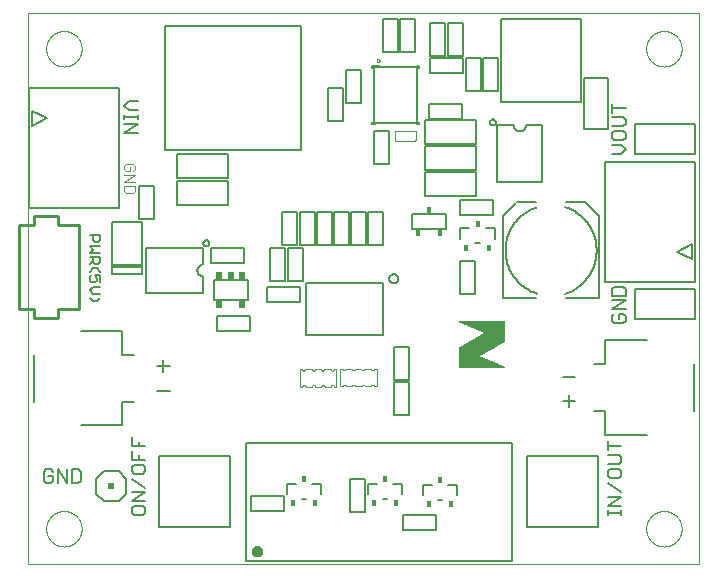
<source format=gto>
G75*
%MOIN*%
%OFA0B0*%
%FSLAX25Y25*%
%IPPOS*%
%LPD*%
%AMOC8*
5,1,8,0,0,1.08239X$1,22.5*
%
%ADD10C,0.00000*%
%ADD11C,0.00500*%
%ADD12C,0.00800*%
%ADD13C,0.00400*%
%ADD14C,0.00300*%
%ADD15C,0.00787*%
%ADD16C,0.00600*%
%ADD17C,0.01500*%
%ADD18R,0.01800X0.02300*%
%ADD19C,0.00200*%
%ADD20C,0.01000*%
%ADD21R,0.10000X0.01500*%
%ADD22R,0.01969X0.02559*%
%ADD23R,0.02000X0.02000*%
%ADD24C,0.00010*%
D10*
X0014800Y0001750D02*
X0014800Y0185372D01*
X0238422Y0185372D01*
X0238422Y0001750D01*
X0014800Y0001750D01*
X0020705Y0013561D02*
X0020707Y0013714D01*
X0020713Y0013868D01*
X0020723Y0014021D01*
X0020737Y0014173D01*
X0020755Y0014326D01*
X0020777Y0014477D01*
X0020802Y0014628D01*
X0020832Y0014779D01*
X0020866Y0014929D01*
X0020903Y0015077D01*
X0020944Y0015225D01*
X0020989Y0015371D01*
X0021038Y0015517D01*
X0021091Y0015661D01*
X0021147Y0015803D01*
X0021207Y0015944D01*
X0021271Y0016084D01*
X0021338Y0016222D01*
X0021409Y0016358D01*
X0021484Y0016492D01*
X0021561Y0016624D01*
X0021643Y0016754D01*
X0021727Y0016882D01*
X0021815Y0017008D01*
X0021906Y0017131D01*
X0022000Y0017252D01*
X0022098Y0017370D01*
X0022198Y0017486D01*
X0022302Y0017599D01*
X0022408Y0017710D01*
X0022517Y0017818D01*
X0022629Y0017923D01*
X0022743Y0018024D01*
X0022861Y0018123D01*
X0022980Y0018219D01*
X0023102Y0018312D01*
X0023227Y0018401D01*
X0023354Y0018488D01*
X0023483Y0018570D01*
X0023614Y0018650D01*
X0023747Y0018726D01*
X0023882Y0018799D01*
X0024019Y0018868D01*
X0024158Y0018933D01*
X0024298Y0018995D01*
X0024440Y0019053D01*
X0024583Y0019108D01*
X0024728Y0019159D01*
X0024874Y0019206D01*
X0025021Y0019249D01*
X0025169Y0019288D01*
X0025318Y0019324D01*
X0025468Y0019355D01*
X0025619Y0019383D01*
X0025770Y0019407D01*
X0025923Y0019427D01*
X0026075Y0019443D01*
X0026228Y0019455D01*
X0026381Y0019463D01*
X0026534Y0019467D01*
X0026688Y0019467D01*
X0026841Y0019463D01*
X0026994Y0019455D01*
X0027147Y0019443D01*
X0027299Y0019427D01*
X0027452Y0019407D01*
X0027603Y0019383D01*
X0027754Y0019355D01*
X0027904Y0019324D01*
X0028053Y0019288D01*
X0028201Y0019249D01*
X0028348Y0019206D01*
X0028494Y0019159D01*
X0028639Y0019108D01*
X0028782Y0019053D01*
X0028924Y0018995D01*
X0029064Y0018933D01*
X0029203Y0018868D01*
X0029340Y0018799D01*
X0029475Y0018726D01*
X0029608Y0018650D01*
X0029739Y0018570D01*
X0029868Y0018488D01*
X0029995Y0018401D01*
X0030120Y0018312D01*
X0030242Y0018219D01*
X0030361Y0018123D01*
X0030479Y0018024D01*
X0030593Y0017923D01*
X0030705Y0017818D01*
X0030814Y0017710D01*
X0030920Y0017599D01*
X0031024Y0017486D01*
X0031124Y0017370D01*
X0031222Y0017252D01*
X0031316Y0017131D01*
X0031407Y0017008D01*
X0031495Y0016882D01*
X0031579Y0016754D01*
X0031661Y0016624D01*
X0031738Y0016492D01*
X0031813Y0016358D01*
X0031884Y0016222D01*
X0031951Y0016084D01*
X0032015Y0015944D01*
X0032075Y0015803D01*
X0032131Y0015661D01*
X0032184Y0015517D01*
X0032233Y0015371D01*
X0032278Y0015225D01*
X0032319Y0015077D01*
X0032356Y0014929D01*
X0032390Y0014779D01*
X0032420Y0014628D01*
X0032445Y0014477D01*
X0032467Y0014326D01*
X0032485Y0014173D01*
X0032499Y0014021D01*
X0032509Y0013868D01*
X0032515Y0013714D01*
X0032517Y0013561D01*
X0032515Y0013408D01*
X0032509Y0013254D01*
X0032499Y0013101D01*
X0032485Y0012949D01*
X0032467Y0012796D01*
X0032445Y0012645D01*
X0032420Y0012494D01*
X0032390Y0012343D01*
X0032356Y0012193D01*
X0032319Y0012045D01*
X0032278Y0011897D01*
X0032233Y0011751D01*
X0032184Y0011605D01*
X0032131Y0011461D01*
X0032075Y0011319D01*
X0032015Y0011178D01*
X0031951Y0011038D01*
X0031884Y0010900D01*
X0031813Y0010764D01*
X0031738Y0010630D01*
X0031661Y0010498D01*
X0031579Y0010368D01*
X0031495Y0010240D01*
X0031407Y0010114D01*
X0031316Y0009991D01*
X0031222Y0009870D01*
X0031124Y0009752D01*
X0031024Y0009636D01*
X0030920Y0009523D01*
X0030814Y0009412D01*
X0030705Y0009304D01*
X0030593Y0009199D01*
X0030479Y0009098D01*
X0030361Y0008999D01*
X0030242Y0008903D01*
X0030120Y0008810D01*
X0029995Y0008721D01*
X0029868Y0008634D01*
X0029739Y0008552D01*
X0029608Y0008472D01*
X0029475Y0008396D01*
X0029340Y0008323D01*
X0029203Y0008254D01*
X0029064Y0008189D01*
X0028924Y0008127D01*
X0028782Y0008069D01*
X0028639Y0008014D01*
X0028494Y0007963D01*
X0028348Y0007916D01*
X0028201Y0007873D01*
X0028053Y0007834D01*
X0027904Y0007798D01*
X0027754Y0007767D01*
X0027603Y0007739D01*
X0027452Y0007715D01*
X0027299Y0007695D01*
X0027147Y0007679D01*
X0026994Y0007667D01*
X0026841Y0007659D01*
X0026688Y0007655D01*
X0026534Y0007655D01*
X0026381Y0007659D01*
X0026228Y0007667D01*
X0026075Y0007679D01*
X0025923Y0007695D01*
X0025770Y0007715D01*
X0025619Y0007739D01*
X0025468Y0007767D01*
X0025318Y0007798D01*
X0025169Y0007834D01*
X0025021Y0007873D01*
X0024874Y0007916D01*
X0024728Y0007963D01*
X0024583Y0008014D01*
X0024440Y0008069D01*
X0024298Y0008127D01*
X0024158Y0008189D01*
X0024019Y0008254D01*
X0023882Y0008323D01*
X0023747Y0008396D01*
X0023614Y0008472D01*
X0023483Y0008552D01*
X0023354Y0008634D01*
X0023227Y0008721D01*
X0023102Y0008810D01*
X0022980Y0008903D01*
X0022861Y0008999D01*
X0022743Y0009098D01*
X0022629Y0009199D01*
X0022517Y0009304D01*
X0022408Y0009412D01*
X0022302Y0009523D01*
X0022198Y0009636D01*
X0022098Y0009752D01*
X0022000Y0009870D01*
X0021906Y0009991D01*
X0021815Y0010114D01*
X0021727Y0010240D01*
X0021643Y0010368D01*
X0021561Y0010498D01*
X0021484Y0010630D01*
X0021409Y0010764D01*
X0021338Y0010900D01*
X0021271Y0011038D01*
X0021207Y0011178D01*
X0021147Y0011319D01*
X0021091Y0011461D01*
X0021038Y0011605D01*
X0020989Y0011751D01*
X0020944Y0011897D01*
X0020903Y0012045D01*
X0020866Y0012193D01*
X0020832Y0012343D01*
X0020802Y0012494D01*
X0020777Y0012645D01*
X0020755Y0012796D01*
X0020737Y0012949D01*
X0020723Y0013101D01*
X0020713Y0013254D01*
X0020707Y0013408D01*
X0020705Y0013561D01*
X0020705Y0173561D02*
X0020707Y0173714D01*
X0020713Y0173868D01*
X0020723Y0174021D01*
X0020737Y0174173D01*
X0020755Y0174326D01*
X0020777Y0174477D01*
X0020802Y0174628D01*
X0020832Y0174779D01*
X0020866Y0174929D01*
X0020903Y0175077D01*
X0020944Y0175225D01*
X0020989Y0175371D01*
X0021038Y0175517D01*
X0021091Y0175661D01*
X0021147Y0175803D01*
X0021207Y0175944D01*
X0021271Y0176084D01*
X0021338Y0176222D01*
X0021409Y0176358D01*
X0021484Y0176492D01*
X0021561Y0176624D01*
X0021643Y0176754D01*
X0021727Y0176882D01*
X0021815Y0177008D01*
X0021906Y0177131D01*
X0022000Y0177252D01*
X0022098Y0177370D01*
X0022198Y0177486D01*
X0022302Y0177599D01*
X0022408Y0177710D01*
X0022517Y0177818D01*
X0022629Y0177923D01*
X0022743Y0178024D01*
X0022861Y0178123D01*
X0022980Y0178219D01*
X0023102Y0178312D01*
X0023227Y0178401D01*
X0023354Y0178488D01*
X0023483Y0178570D01*
X0023614Y0178650D01*
X0023747Y0178726D01*
X0023882Y0178799D01*
X0024019Y0178868D01*
X0024158Y0178933D01*
X0024298Y0178995D01*
X0024440Y0179053D01*
X0024583Y0179108D01*
X0024728Y0179159D01*
X0024874Y0179206D01*
X0025021Y0179249D01*
X0025169Y0179288D01*
X0025318Y0179324D01*
X0025468Y0179355D01*
X0025619Y0179383D01*
X0025770Y0179407D01*
X0025923Y0179427D01*
X0026075Y0179443D01*
X0026228Y0179455D01*
X0026381Y0179463D01*
X0026534Y0179467D01*
X0026688Y0179467D01*
X0026841Y0179463D01*
X0026994Y0179455D01*
X0027147Y0179443D01*
X0027299Y0179427D01*
X0027452Y0179407D01*
X0027603Y0179383D01*
X0027754Y0179355D01*
X0027904Y0179324D01*
X0028053Y0179288D01*
X0028201Y0179249D01*
X0028348Y0179206D01*
X0028494Y0179159D01*
X0028639Y0179108D01*
X0028782Y0179053D01*
X0028924Y0178995D01*
X0029064Y0178933D01*
X0029203Y0178868D01*
X0029340Y0178799D01*
X0029475Y0178726D01*
X0029608Y0178650D01*
X0029739Y0178570D01*
X0029868Y0178488D01*
X0029995Y0178401D01*
X0030120Y0178312D01*
X0030242Y0178219D01*
X0030361Y0178123D01*
X0030479Y0178024D01*
X0030593Y0177923D01*
X0030705Y0177818D01*
X0030814Y0177710D01*
X0030920Y0177599D01*
X0031024Y0177486D01*
X0031124Y0177370D01*
X0031222Y0177252D01*
X0031316Y0177131D01*
X0031407Y0177008D01*
X0031495Y0176882D01*
X0031579Y0176754D01*
X0031661Y0176624D01*
X0031738Y0176492D01*
X0031813Y0176358D01*
X0031884Y0176222D01*
X0031951Y0176084D01*
X0032015Y0175944D01*
X0032075Y0175803D01*
X0032131Y0175661D01*
X0032184Y0175517D01*
X0032233Y0175371D01*
X0032278Y0175225D01*
X0032319Y0175077D01*
X0032356Y0174929D01*
X0032390Y0174779D01*
X0032420Y0174628D01*
X0032445Y0174477D01*
X0032467Y0174326D01*
X0032485Y0174173D01*
X0032499Y0174021D01*
X0032509Y0173868D01*
X0032515Y0173714D01*
X0032517Y0173561D01*
X0032515Y0173408D01*
X0032509Y0173254D01*
X0032499Y0173101D01*
X0032485Y0172949D01*
X0032467Y0172796D01*
X0032445Y0172645D01*
X0032420Y0172494D01*
X0032390Y0172343D01*
X0032356Y0172193D01*
X0032319Y0172045D01*
X0032278Y0171897D01*
X0032233Y0171751D01*
X0032184Y0171605D01*
X0032131Y0171461D01*
X0032075Y0171319D01*
X0032015Y0171178D01*
X0031951Y0171038D01*
X0031884Y0170900D01*
X0031813Y0170764D01*
X0031738Y0170630D01*
X0031661Y0170498D01*
X0031579Y0170368D01*
X0031495Y0170240D01*
X0031407Y0170114D01*
X0031316Y0169991D01*
X0031222Y0169870D01*
X0031124Y0169752D01*
X0031024Y0169636D01*
X0030920Y0169523D01*
X0030814Y0169412D01*
X0030705Y0169304D01*
X0030593Y0169199D01*
X0030479Y0169098D01*
X0030361Y0168999D01*
X0030242Y0168903D01*
X0030120Y0168810D01*
X0029995Y0168721D01*
X0029868Y0168634D01*
X0029739Y0168552D01*
X0029608Y0168472D01*
X0029475Y0168396D01*
X0029340Y0168323D01*
X0029203Y0168254D01*
X0029064Y0168189D01*
X0028924Y0168127D01*
X0028782Y0168069D01*
X0028639Y0168014D01*
X0028494Y0167963D01*
X0028348Y0167916D01*
X0028201Y0167873D01*
X0028053Y0167834D01*
X0027904Y0167798D01*
X0027754Y0167767D01*
X0027603Y0167739D01*
X0027452Y0167715D01*
X0027299Y0167695D01*
X0027147Y0167679D01*
X0026994Y0167667D01*
X0026841Y0167659D01*
X0026688Y0167655D01*
X0026534Y0167655D01*
X0026381Y0167659D01*
X0026228Y0167667D01*
X0026075Y0167679D01*
X0025923Y0167695D01*
X0025770Y0167715D01*
X0025619Y0167739D01*
X0025468Y0167767D01*
X0025318Y0167798D01*
X0025169Y0167834D01*
X0025021Y0167873D01*
X0024874Y0167916D01*
X0024728Y0167963D01*
X0024583Y0168014D01*
X0024440Y0168069D01*
X0024298Y0168127D01*
X0024158Y0168189D01*
X0024019Y0168254D01*
X0023882Y0168323D01*
X0023747Y0168396D01*
X0023614Y0168472D01*
X0023483Y0168552D01*
X0023354Y0168634D01*
X0023227Y0168721D01*
X0023102Y0168810D01*
X0022980Y0168903D01*
X0022861Y0168999D01*
X0022743Y0169098D01*
X0022629Y0169199D01*
X0022517Y0169304D01*
X0022408Y0169412D01*
X0022302Y0169523D01*
X0022198Y0169636D01*
X0022098Y0169752D01*
X0022000Y0169870D01*
X0021906Y0169991D01*
X0021815Y0170114D01*
X0021727Y0170240D01*
X0021643Y0170368D01*
X0021561Y0170498D01*
X0021484Y0170630D01*
X0021409Y0170764D01*
X0021338Y0170900D01*
X0021271Y0171038D01*
X0021207Y0171178D01*
X0021147Y0171319D01*
X0021091Y0171461D01*
X0021038Y0171605D01*
X0020989Y0171751D01*
X0020944Y0171897D01*
X0020903Y0172045D01*
X0020866Y0172193D01*
X0020832Y0172343D01*
X0020802Y0172494D01*
X0020777Y0172645D01*
X0020755Y0172796D01*
X0020737Y0172949D01*
X0020723Y0173101D01*
X0020713Y0173254D01*
X0020707Y0173408D01*
X0020705Y0173561D01*
X0220705Y0173561D02*
X0220707Y0173714D01*
X0220713Y0173868D01*
X0220723Y0174021D01*
X0220737Y0174173D01*
X0220755Y0174326D01*
X0220777Y0174477D01*
X0220802Y0174628D01*
X0220832Y0174779D01*
X0220866Y0174929D01*
X0220903Y0175077D01*
X0220944Y0175225D01*
X0220989Y0175371D01*
X0221038Y0175517D01*
X0221091Y0175661D01*
X0221147Y0175803D01*
X0221207Y0175944D01*
X0221271Y0176084D01*
X0221338Y0176222D01*
X0221409Y0176358D01*
X0221484Y0176492D01*
X0221561Y0176624D01*
X0221643Y0176754D01*
X0221727Y0176882D01*
X0221815Y0177008D01*
X0221906Y0177131D01*
X0222000Y0177252D01*
X0222098Y0177370D01*
X0222198Y0177486D01*
X0222302Y0177599D01*
X0222408Y0177710D01*
X0222517Y0177818D01*
X0222629Y0177923D01*
X0222743Y0178024D01*
X0222861Y0178123D01*
X0222980Y0178219D01*
X0223102Y0178312D01*
X0223227Y0178401D01*
X0223354Y0178488D01*
X0223483Y0178570D01*
X0223614Y0178650D01*
X0223747Y0178726D01*
X0223882Y0178799D01*
X0224019Y0178868D01*
X0224158Y0178933D01*
X0224298Y0178995D01*
X0224440Y0179053D01*
X0224583Y0179108D01*
X0224728Y0179159D01*
X0224874Y0179206D01*
X0225021Y0179249D01*
X0225169Y0179288D01*
X0225318Y0179324D01*
X0225468Y0179355D01*
X0225619Y0179383D01*
X0225770Y0179407D01*
X0225923Y0179427D01*
X0226075Y0179443D01*
X0226228Y0179455D01*
X0226381Y0179463D01*
X0226534Y0179467D01*
X0226688Y0179467D01*
X0226841Y0179463D01*
X0226994Y0179455D01*
X0227147Y0179443D01*
X0227299Y0179427D01*
X0227452Y0179407D01*
X0227603Y0179383D01*
X0227754Y0179355D01*
X0227904Y0179324D01*
X0228053Y0179288D01*
X0228201Y0179249D01*
X0228348Y0179206D01*
X0228494Y0179159D01*
X0228639Y0179108D01*
X0228782Y0179053D01*
X0228924Y0178995D01*
X0229064Y0178933D01*
X0229203Y0178868D01*
X0229340Y0178799D01*
X0229475Y0178726D01*
X0229608Y0178650D01*
X0229739Y0178570D01*
X0229868Y0178488D01*
X0229995Y0178401D01*
X0230120Y0178312D01*
X0230242Y0178219D01*
X0230361Y0178123D01*
X0230479Y0178024D01*
X0230593Y0177923D01*
X0230705Y0177818D01*
X0230814Y0177710D01*
X0230920Y0177599D01*
X0231024Y0177486D01*
X0231124Y0177370D01*
X0231222Y0177252D01*
X0231316Y0177131D01*
X0231407Y0177008D01*
X0231495Y0176882D01*
X0231579Y0176754D01*
X0231661Y0176624D01*
X0231738Y0176492D01*
X0231813Y0176358D01*
X0231884Y0176222D01*
X0231951Y0176084D01*
X0232015Y0175944D01*
X0232075Y0175803D01*
X0232131Y0175661D01*
X0232184Y0175517D01*
X0232233Y0175371D01*
X0232278Y0175225D01*
X0232319Y0175077D01*
X0232356Y0174929D01*
X0232390Y0174779D01*
X0232420Y0174628D01*
X0232445Y0174477D01*
X0232467Y0174326D01*
X0232485Y0174173D01*
X0232499Y0174021D01*
X0232509Y0173868D01*
X0232515Y0173714D01*
X0232517Y0173561D01*
X0232515Y0173408D01*
X0232509Y0173254D01*
X0232499Y0173101D01*
X0232485Y0172949D01*
X0232467Y0172796D01*
X0232445Y0172645D01*
X0232420Y0172494D01*
X0232390Y0172343D01*
X0232356Y0172193D01*
X0232319Y0172045D01*
X0232278Y0171897D01*
X0232233Y0171751D01*
X0232184Y0171605D01*
X0232131Y0171461D01*
X0232075Y0171319D01*
X0232015Y0171178D01*
X0231951Y0171038D01*
X0231884Y0170900D01*
X0231813Y0170764D01*
X0231738Y0170630D01*
X0231661Y0170498D01*
X0231579Y0170368D01*
X0231495Y0170240D01*
X0231407Y0170114D01*
X0231316Y0169991D01*
X0231222Y0169870D01*
X0231124Y0169752D01*
X0231024Y0169636D01*
X0230920Y0169523D01*
X0230814Y0169412D01*
X0230705Y0169304D01*
X0230593Y0169199D01*
X0230479Y0169098D01*
X0230361Y0168999D01*
X0230242Y0168903D01*
X0230120Y0168810D01*
X0229995Y0168721D01*
X0229868Y0168634D01*
X0229739Y0168552D01*
X0229608Y0168472D01*
X0229475Y0168396D01*
X0229340Y0168323D01*
X0229203Y0168254D01*
X0229064Y0168189D01*
X0228924Y0168127D01*
X0228782Y0168069D01*
X0228639Y0168014D01*
X0228494Y0167963D01*
X0228348Y0167916D01*
X0228201Y0167873D01*
X0228053Y0167834D01*
X0227904Y0167798D01*
X0227754Y0167767D01*
X0227603Y0167739D01*
X0227452Y0167715D01*
X0227299Y0167695D01*
X0227147Y0167679D01*
X0226994Y0167667D01*
X0226841Y0167659D01*
X0226688Y0167655D01*
X0226534Y0167655D01*
X0226381Y0167659D01*
X0226228Y0167667D01*
X0226075Y0167679D01*
X0225923Y0167695D01*
X0225770Y0167715D01*
X0225619Y0167739D01*
X0225468Y0167767D01*
X0225318Y0167798D01*
X0225169Y0167834D01*
X0225021Y0167873D01*
X0224874Y0167916D01*
X0224728Y0167963D01*
X0224583Y0168014D01*
X0224440Y0168069D01*
X0224298Y0168127D01*
X0224158Y0168189D01*
X0224019Y0168254D01*
X0223882Y0168323D01*
X0223747Y0168396D01*
X0223614Y0168472D01*
X0223483Y0168552D01*
X0223354Y0168634D01*
X0223227Y0168721D01*
X0223102Y0168810D01*
X0222980Y0168903D01*
X0222861Y0168999D01*
X0222743Y0169098D01*
X0222629Y0169199D01*
X0222517Y0169304D01*
X0222408Y0169412D01*
X0222302Y0169523D01*
X0222198Y0169636D01*
X0222098Y0169752D01*
X0222000Y0169870D01*
X0221906Y0169991D01*
X0221815Y0170114D01*
X0221727Y0170240D01*
X0221643Y0170368D01*
X0221561Y0170498D01*
X0221484Y0170630D01*
X0221409Y0170764D01*
X0221338Y0170900D01*
X0221271Y0171038D01*
X0221207Y0171178D01*
X0221147Y0171319D01*
X0221091Y0171461D01*
X0221038Y0171605D01*
X0220989Y0171751D01*
X0220944Y0171897D01*
X0220903Y0172045D01*
X0220866Y0172193D01*
X0220832Y0172343D01*
X0220802Y0172494D01*
X0220777Y0172645D01*
X0220755Y0172796D01*
X0220737Y0172949D01*
X0220723Y0173101D01*
X0220713Y0173254D01*
X0220707Y0173408D01*
X0220705Y0173561D01*
X0220705Y0013561D02*
X0220707Y0013714D01*
X0220713Y0013868D01*
X0220723Y0014021D01*
X0220737Y0014173D01*
X0220755Y0014326D01*
X0220777Y0014477D01*
X0220802Y0014628D01*
X0220832Y0014779D01*
X0220866Y0014929D01*
X0220903Y0015077D01*
X0220944Y0015225D01*
X0220989Y0015371D01*
X0221038Y0015517D01*
X0221091Y0015661D01*
X0221147Y0015803D01*
X0221207Y0015944D01*
X0221271Y0016084D01*
X0221338Y0016222D01*
X0221409Y0016358D01*
X0221484Y0016492D01*
X0221561Y0016624D01*
X0221643Y0016754D01*
X0221727Y0016882D01*
X0221815Y0017008D01*
X0221906Y0017131D01*
X0222000Y0017252D01*
X0222098Y0017370D01*
X0222198Y0017486D01*
X0222302Y0017599D01*
X0222408Y0017710D01*
X0222517Y0017818D01*
X0222629Y0017923D01*
X0222743Y0018024D01*
X0222861Y0018123D01*
X0222980Y0018219D01*
X0223102Y0018312D01*
X0223227Y0018401D01*
X0223354Y0018488D01*
X0223483Y0018570D01*
X0223614Y0018650D01*
X0223747Y0018726D01*
X0223882Y0018799D01*
X0224019Y0018868D01*
X0224158Y0018933D01*
X0224298Y0018995D01*
X0224440Y0019053D01*
X0224583Y0019108D01*
X0224728Y0019159D01*
X0224874Y0019206D01*
X0225021Y0019249D01*
X0225169Y0019288D01*
X0225318Y0019324D01*
X0225468Y0019355D01*
X0225619Y0019383D01*
X0225770Y0019407D01*
X0225923Y0019427D01*
X0226075Y0019443D01*
X0226228Y0019455D01*
X0226381Y0019463D01*
X0226534Y0019467D01*
X0226688Y0019467D01*
X0226841Y0019463D01*
X0226994Y0019455D01*
X0227147Y0019443D01*
X0227299Y0019427D01*
X0227452Y0019407D01*
X0227603Y0019383D01*
X0227754Y0019355D01*
X0227904Y0019324D01*
X0228053Y0019288D01*
X0228201Y0019249D01*
X0228348Y0019206D01*
X0228494Y0019159D01*
X0228639Y0019108D01*
X0228782Y0019053D01*
X0228924Y0018995D01*
X0229064Y0018933D01*
X0229203Y0018868D01*
X0229340Y0018799D01*
X0229475Y0018726D01*
X0229608Y0018650D01*
X0229739Y0018570D01*
X0229868Y0018488D01*
X0229995Y0018401D01*
X0230120Y0018312D01*
X0230242Y0018219D01*
X0230361Y0018123D01*
X0230479Y0018024D01*
X0230593Y0017923D01*
X0230705Y0017818D01*
X0230814Y0017710D01*
X0230920Y0017599D01*
X0231024Y0017486D01*
X0231124Y0017370D01*
X0231222Y0017252D01*
X0231316Y0017131D01*
X0231407Y0017008D01*
X0231495Y0016882D01*
X0231579Y0016754D01*
X0231661Y0016624D01*
X0231738Y0016492D01*
X0231813Y0016358D01*
X0231884Y0016222D01*
X0231951Y0016084D01*
X0232015Y0015944D01*
X0232075Y0015803D01*
X0232131Y0015661D01*
X0232184Y0015517D01*
X0232233Y0015371D01*
X0232278Y0015225D01*
X0232319Y0015077D01*
X0232356Y0014929D01*
X0232390Y0014779D01*
X0232420Y0014628D01*
X0232445Y0014477D01*
X0232467Y0014326D01*
X0232485Y0014173D01*
X0232499Y0014021D01*
X0232509Y0013868D01*
X0232515Y0013714D01*
X0232517Y0013561D01*
X0232515Y0013408D01*
X0232509Y0013254D01*
X0232499Y0013101D01*
X0232485Y0012949D01*
X0232467Y0012796D01*
X0232445Y0012645D01*
X0232420Y0012494D01*
X0232390Y0012343D01*
X0232356Y0012193D01*
X0232319Y0012045D01*
X0232278Y0011897D01*
X0232233Y0011751D01*
X0232184Y0011605D01*
X0232131Y0011461D01*
X0232075Y0011319D01*
X0232015Y0011178D01*
X0231951Y0011038D01*
X0231884Y0010900D01*
X0231813Y0010764D01*
X0231738Y0010630D01*
X0231661Y0010498D01*
X0231579Y0010368D01*
X0231495Y0010240D01*
X0231407Y0010114D01*
X0231316Y0009991D01*
X0231222Y0009870D01*
X0231124Y0009752D01*
X0231024Y0009636D01*
X0230920Y0009523D01*
X0230814Y0009412D01*
X0230705Y0009304D01*
X0230593Y0009199D01*
X0230479Y0009098D01*
X0230361Y0008999D01*
X0230242Y0008903D01*
X0230120Y0008810D01*
X0229995Y0008721D01*
X0229868Y0008634D01*
X0229739Y0008552D01*
X0229608Y0008472D01*
X0229475Y0008396D01*
X0229340Y0008323D01*
X0229203Y0008254D01*
X0229064Y0008189D01*
X0228924Y0008127D01*
X0228782Y0008069D01*
X0228639Y0008014D01*
X0228494Y0007963D01*
X0228348Y0007916D01*
X0228201Y0007873D01*
X0228053Y0007834D01*
X0227904Y0007798D01*
X0227754Y0007767D01*
X0227603Y0007739D01*
X0227452Y0007715D01*
X0227299Y0007695D01*
X0227147Y0007679D01*
X0226994Y0007667D01*
X0226841Y0007659D01*
X0226688Y0007655D01*
X0226534Y0007655D01*
X0226381Y0007659D01*
X0226228Y0007667D01*
X0226075Y0007679D01*
X0225923Y0007695D01*
X0225770Y0007715D01*
X0225619Y0007739D01*
X0225468Y0007767D01*
X0225318Y0007798D01*
X0225169Y0007834D01*
X0225021Y0007873D01*
X0224874Y0007916D01*
X0224728Y0007963D01*
X0224583Y0008014D01*
X0224440Y0008069D01*
X0224298Y0008127D01*
X0224158Y0008189D01*
X0224019Y0008254D01*
X0223882Y0008323D01*
X0223747Y0008396D01*
X0223614Y0008472D01*
X0223483Y0008552D01*
X0223354Y0008634D01*
X0223227Y0008721D01*
X0223102Y0008810D01*
X0222980Y0008903D01*
X0222861Y0008999D01*
X0222743Y0009098D01*
X0222629Y0009199D01*
X0222517Y0009304D01*
X0222408Y0009412D01*
X0222302Y0009523D01*
X0222198Y0009636D01*
X0222098Y0009752D01*
X0222000Y0009870D01*
X0221906Y0009991D01*
X0221815Y0010114D01*
X0221727Y0010240D01*
X0221643Y0010368D01*
X0221561Y0010498D01*
X0221484Y0010630D01*
X0221409Y0010764D01*
X0221338Y0010900D01*
X0221271Y0011038D01*
X0221207Y0011178D01*
X0221147Y0011319D01*
X0221091Y0011461D01*
X0221038Y0011605D01*
X0220989Y0011751D01*
X0220944Y0011897D01*
X0220903Y0012045D01*
X0220866Y0012193D01*
X0220832Y0012343D01*
X0220802Y0012494D01*
X0220777Y0012645D01*
X0220755Y0012796D01*
X0220737Y0012949D01*
X0220723Y0013101D01*
X0220713Y0013254D01*
X0220707Y0013408D01*
X0220705Y0013561D01*
D11*
X0212450Y0018200D02*
X0212450Y0019701D01*
X0212450Y0018951D02*
X0207946Y0018951D01*
X0207946Y0019701D02*
X0207946Y0018200D01*
X0207946Y0021269D02*
X0212450Y0024272D01*
X0207946Y0024272D01*
X0207946Y0021269D02*
X0212450Y0021269D01*
X0212450Y0025873D02*
X0207946Y0028876D01*
X0208697Y0030477D02*
X0207946Y0031228D01*
X0207946Y0032729D01*
X0208697Y0033480D01*
X0211699Y0033480D01*
X0212450Y0032729D01*
X0212450Y0031228D01*
X0211699Y0030477D01*
X0208697Y0030477D01*
X0207946Y0035081D02*
X0211699Y0035081D01*
X0212450Y0035832D01*
X0212450Y0037333D01*
X0211699Y0038084D01*
X0207946Y0038084D01*
X0207946Y0039685D02*
X0207946Y0042688D01*
X0207946Y0041186D02*
X0212450Y0041186D01*
X0204762Y0037822D02*
X0204762Y0014247D01*
X0181038Y0014247D01*
X0181038Y0037822D01*
X0204762Y0037822D01*
X0157656Y0028256D02*
X0157656Y0024756D01*
X0157656Y0028256D02*
X0154656Y0028256D01*
X0152656Y0023256D02*
X0151156Y0023256D01*
X0146156Y0024756D02*
X0146156Y0028256D01*
X0149156Y0028256D01*
X0139356Y0028556D02*
X0139356Y0025056D01*
X0139356Y0028556D02*
X0136356Y0028556D01*
X0134356Y0023556D02*
X0132856Y0023556D01*
X0127856Y0025056D02*
X0127856Y0028556D01*
X0130856Y0028556D01*
X0127006Y0030044D02*
X0122006Y0030044D01*
X0122006Y0019044D01*
X0127006Y0019044D01*
X0127006Y0030044D01*
X0112356Y0028556D02*
X0112356Y0025056D01*
X0112356Y0028556D02*
X0109356Y0028556D01*
X0107356Y0023556D02*
X0105856Y0023556D01*
X0100856Y0025056D02*
X0100856Y0028556D01*
X0103856Y0028556D01*
X0100006Y0024656D02*
X0100006Y0019656D01*
X0089006Y0019656D01*
X0089006Y0024656D01*
X0100006Y0024656D01*
X0082022Y0014247D02*
X0082022Y0037822D01*
X0058298Y0037822D01*
X0058298Y0014247D01*
X0082022Y0014247D01*
X0053750Y0018851D02*
X0053750Y0020352D01*
X0052999Y0021103D01*
X0049997Y0021103D01*
X0049246Y0020352D01*
X0049246Y0018851D01*
X0049997Y0018100D01*
X0052999Y0018100D01*
X0053750Y0018851D01*
X0053750Y0022704D02*
X0049246Y0022704D01*
X0053750Y0025706D01*
X0049246Y0025706D01*
X0049246Y0030310D02*
X0053750Y0027308D01*
X0052999Y0031912D02*
X0049997Y0031912D01*
X0049246Y0032662D01*
X0049246Y0034164D01*
X0049997Y0034914D01*
X0052999Y0034914D01*
X0053750Y0034164D01*
X0053750Y0032662D01*
X0052999Y0031912D01*
X0053750Y0036516D02*
X0049246Y0036516D01*
X0049246Y0039518D01*
X0049246Y0041120D02*
X0049246Y0044122D01*
X0051498Y0042621D02*
X0051498Y0041120D01*
X0053750Y0041120D02*
X0049246Y0041120D01*
X0051498Y0038017D02*
X0051498Y0036516D01*
X0032160Y0032653D02*
X0032160Y0029651D01*
X0031410Y0028900D01*
X0029158Y0028900D01*
X0029158Y0033404D01*
X0031410Y0033404D01*
X0032160Y0032653D01*
X0027556Y0033404D02*
X0027556Y0028900D01*
X0024554Y0033404D01*
X0024554Y0028900D01*
X0022953Y0029651D02*
X0022953Y0031152D01*
X0021451Y0031152D01*
X0019950Y0032653D02*
X0019950Y0029651D01*
X0020701Y0028900D01*
X0022202Y0028900D01*
X0022953Y0029651D01*
X0022953Y0032653D02*
X0022202Y0033404D01*
X0020701Y0033404D01*
X0019950Y0032653D01*
X0077500Y0079450D02*
X0077500Y0084450D01*
X0088500Y0084450D01*
X0088500Y0079450D01*
X0077500Y0079450D01*
X0073100Y0092250D02*
X0073100Y0097750D01*
X0073013Y0097752D01*
X0072926Y0097758D01*
X0072839Y0097767D01*
X0072753Y0097780D01*
X0072667Y0097797D01*
X0072582Y0097818D01*
X0072499Y0097843D01*
X0072416Y0097871D01*
X0072335Y0097902D01*
X0072255Y0097937D01*
X0072177Y0097976D01*
X0072100Y0098018D01*
X0072025Y0098063D01*
X0071953Y0098112D01*
X0071882Y0098163D01*
X0071814Y0098218D01*
X0071749Y0098275D01*
X0071686Y0098336D01*
X0071625Y0098399D01*
X0071568Y0098464D01*
X0071513Y0098532D01*
X0071462Y0098603D01*
X0071413Y0098675D01*
X0071368Y0098750D01*
X0071326Y0098827D01*
X0071287Y0098905D01*
X0071252Y0098985D01*
X0071221Y0099066D01*
X0071193Y0099149D01*
X0071168Y0099232D01*
X0071147Y0099317D01*
X0071130Y0099403D01*
X0071117Y0099489D01*
X0071108Y0099576D01*
X0071102Y0099663D01*
X0071100Y0099750D01*
X0071102Y0099837D01*
X0071108Y0099924D01*
X0071117Y0100011D01*
X0071130Y0100097D01*
X0071147Y0100183D01*
X0071168Y0100268D01*
X0071193Y0100351D01*
X0071221Y0100434D01*
X0071252Y0100515D01*
X0071287Y0100595D01*
X0071326Y0100673D01*
X0071368Y0100750D01*
X0071413Y0100825D01*
X0071462Y0100897D01*
X0071513Y0100968D01*
X0071568Y0101036D01*
X0071625Y0101101D01*
X0071686Y0101164D01*
X0071749Y0101225D01*
X0071814Y0101282D01*
X0071882Y0101337D01*
X0071953Y0101388D01*
X0072025Y0101437D01*
X0072100Y0101482D01*
X0072177Y0101524D01*
X0072255Y0101563D01*
X0072335Y0101598D01*
X0072416Y0101629D01*
X0072499Y0101657D01*
X0072582Y0101682D01*
X0072667Y0101703D01*
X0072753Y0101720D01*
X0072839Y0101733D01*
X0072926Y0101742D01*
X0073013Y0101748D01*
X0073100Y0101750D01*
X0073100Y0107250D01*
X0054100Y0107250D01*
X0054100Y0092250D01*
X0073100Y0092250D01*
X0075800Y0102150D02*
X0075800Y0107150D01*
X0086800Y0107150D01*
X0086800Y0102150D01*
X0075800Y0102150D01*
X0073100Y0108750D02*
X0073102Y0108813D01*
X0073108Y0108875D01*
X0073118Y0108937D01*
X0073131Y0108999D01*
X0073149Y0109059D01*
X0073170Y0109118D01*
X0073195Y0109176D01*
X0073224Y0109232D01*
X0073256Y0109286D01*
X0073291Y0109338D01*
X0073329Y0109387D01*
X0073371Y0109435D01*
X0073415Y0109479D01*
X0073463Y0109521D01*
X0073512Y0109559D01*
X0073564Y0109594D01*
X0073618Y0109626D01*
X0073674Y0109655D01*
X0073732Y0109680D01*
X0073791Y0109701D01*
X0073851Y0109719D01*
X0073913Y0109732D01*
X0073975Y0109742D01*
X0074037Y0109748D01*
X0074100Y0109750D01*
X0074163Y0109748D01*
X0074225Y0109742D01*
X0074287Y0109732D01*
X0074349Y0109719D01*
X0074409Y0109701D01*
X0074468Y0109680D01*
X0074526Y0109655D01*
X0074582Y0109626D01*
X0074636Y0109594D01*
X0074688Y0109559D01*
X0074737Y0109521D01*
X0074785Y0109479D01*
X0074829Y0109435D01*
X0074871Y0109387D01*
X0074909Y0109338D01*
X0074944Y0109286D01*
X0074976Y0109232D01*
X0075005Y0109176D01*
X0075030Y0109118D01*
X0075051Y0109059D01*
X0075069Y0108999D01*
X0075082Y0108937D01*
X0075092Y0108875D01*
X0075098Y0108813D01*
X0075100Y0108750D01*
X0075098Y0108687D01*
X0075092Y0108625D01*
X0075082Y0108563D01*
X0075069Y0108501D01*
X0075051Y0108441D01*
X0075030Y0108382D01*
X0075005Y0108324D01*
X0074976Y0108268D01*
X0074944Y0108214D01*
X0074909Y0108162D01*
X0074871Y0108113D01*
X0074829Y0108065D01*
X0074785Y0108021D01*
X0074737Y0107979D01*
X0074688Y0107941D01*
X0074636Y0107906D01*
X0074582Y0107874D01*
X0074526Y0107845D01*
X0074468Y0107820D01*
X0074409Y0107799D01*
X0074349Y0107781D01*
X0074287Y0107768D01*
X0074225Y0107758D01*
X0074163Y0107752D01*
X0074100Y0107750D01*
X0074037Y0107752D01*
X0073975Y0107758D01*
X0073913Y0107768D01*
X0073851Y0107781D01*
X0073791Y0107799D01*
X0073732Y0107820D01*
X0073674Y0107845D01*
X0073618Y0107874D01*
X0073564Y0107906D01*
X0073512Y0107941D01*
X0073463Y0107979D01*
X0073415Y0108021D01*
X0073371Y0108065D01*
X0073329Y0108113D01*
X0073291Y0108162D01*
X0073256Y0108214D01*
X0073224Y0108268D01*
X0073195Y0108324D01*
X0073170Y0108382D01*
X0073149Y0108441D01*
X0073131Y0108501D01*
X0073118Y0108563D01*
X0073108Y0108625D01*
X0073102Y0108687D01*
X0073100Y0108750D01*
X0081302Y0121635D02*
X0064302Y0121635D01*
X0064302Y0129635D01*
X0081302Y0129635D01*
X0081302Y0121635D01*
X0081302Y0130335D02*
X0064302Y0130335D01*
X0064302Y0138335D01*
X0081302Y0138335D01*
X0081302Y0130335D01*
X0099280Y0119099D02*
X0104280Y0119099D01*
X0104280Y0108099D01*
X0099280Y0108099D01*
X0099280Y0119099D01*
X0105180Y0119099D02*
X0110180Y0119099D01*
X0110180Y0108099D01*
X0105180Y0108099D01*
X0105180Y0119099D01*
X0111020Y0119101D02*
X0116020Y0119101D01*
X0116020Y0108101D01*
X0111020Y0108101D01*
X0111020Y0119101D01*
X0116680Y0119099D02*
X0121680Y0119099D01*
X0121680Y0108099D01*
X0116680Y0108099D01*
X0116680Y0119099D01*
X0122400Y0119150D02*
X0127400Y0119150D01*
X0127400Y0108150D01*
X0122400Y0108150D01*
X0122400Y0119150D01*
X0128100Y0119150D02*
X0133100Y0119150D01*
X0133100Y0108150D01*
X0128100Y0108150D01*
X0128100Y0119150D01*
X0129885Y0135048D02*
X0134885Y0135048D01*
X0134885Y0146048D01*
X0129885Y0146048D01*
X0129885Y0135048D01*
X0146898Y0133065D02*
X0146898Y0141065D01*
X0163898Y0141065D01*
X0163898Y0133065D01*
X0146898Y0133065D01*
X0146898Y0132465D02*
X0163898Y0132465D01*
X0163898Y0124465D01*
X0146898Y0124465D01*
X0146898Y0132465D01*
X0146898Y0141665D02*
X0146898Y0149665D01*
X0163898Y0149665D01*
X0163898Y0141665D01*
X0146898Y0141665D01*
X0148198Y0150265D02*
X0148198Y0155265D01*
X0159198Y0155265D01*
X0159198Y0150265D01*
X0148198Y0150265D01*
X0160485Y0159448D02*
X0165485Y0159448D01*
X0165485Y0170448D01*
X0160485Y0170448D01*
X0160485Y0159448D01*
X0166185Y0159448D02*
X0166185Y0170448D01*
X0171185Y0170448D01*
X0171185Y0159448D01*
X0166185Y0159448D01*
X0172199Y0155968D02*
X0172199Y0183527D01*
X0198971Y0183527D01*
X0198971Y0155968D01*
X0172199Y0155968D01*
X0168600Y0149050D02*
X0168602Y0149113D01*
X0168608Y0149175D01*
X0168618Y0149237D01*
X0168631Y0149299D01*
X0168649Y0149359D01*
X0168670Y0149418D01*
X0168695Y0149476D01*
X0168724Y0149532D01*
X0168756Y0149586D01*
X0168791Y0149638D01*
X0168829Y0149687D01*
X0168871Y0149735D01*
X0168915Y0149779D01*
X0168963Y0149821D01*
X0169012Y0149859D01*
X0169064Y0149894D01*
X0169118Y0149926D01*
X0169174Y0149955D01*
X0169232Y0149980D01*
X0169291Y0150001D01*
X0169351Y0150019D01*
X0169413Y0150032D01*
X0169475Y0150042D01*
X0169537Y0150048D01*
X0169600Y0150050D01*
X0169663Y0150048D01*
X0169725Y0150042D01*
X0169787Y0150032D01*
X0169849Y0150019D01*
X0169909Y0150001D01*
X0169968Y0149980D01*
X0170026Y0149955D01*
X0170082Y0149926D01*
X0170136Y0149894D01*
X0170188Y0149859D01*
X0170237Y0149821D01*
X0170285Y0149779D01*
X0170329Y0149735D01*
X0170371Y0149687D01*
X0170409Y0149638D01*
X0170444Y0149586D01*
X0170476Y0149532D01*
X0170505Y0149476D01*
X0170530Y0149418D01*
X0170551Y0149359D01*
X0170569Y0149299D01*
X0170582Y0149237D01*
X0170592Y0149175D01*
X0170598Y0149113D01*
X0170600Y0149050D01*
X0170598Y0148987D01*
X0170592Y0148925D01*
X0170582Y0148863D01*
X0170569Y0148801D01*
X0170551Y0148741D01*
X0170530Y0148682D01*
X0170505Y0148624D01*
X0170476Y0148568D01*
X0170444Y0148514D01*
X0170409Y0148462D01*
X0170371Y0148413D01*
X0170329Y0148365D01*
X0170285Y0148321D01*
X0170237Y0148279D01*
X0170188Y0148241D01*
X0170136Y0148206D01*
X0170082Y0148174D01*
X0170026Y0148145D01*
X0169968Y0148120D01*
X0169909Y0148099D01*
X0169849Y0148081D01*
X0169787Y0148068D01*
X0169725Y0148058D01*
X0169663Y0148052D01*
X0169600Y0148050D01*
X0169537Y0148052D01*
X0169475Y0148058D01*
X0169413Y0148068D01*
X0169351Y0148081D01*
X0169291Y0148099D01*
X0169232Y0148120D01*
X0169174Y0148145D01*
X0169118Y0148174D01*
X0169064Y0148206D01*
X0169012Y0148241D01*
X0168963Y0148279D01*
X0168915Y0148321D01*
X0168871Y0148365D01*
X0168829Y0148413D01*
X0168791Y0148462D01*
X0168756Y0148514D01*
X0168724Y0148568D01*
X0168695Y0148624D01*
X0168670Y0148682D01*
X0168649Y0148741D01*
X0168631Y0148801D01*
X0168618Y0148863D01*
X0168608Y0148925D01*
X0168602Y0148987D01*
X0168600Y0149050D01*
X0171100Y0148050D02*
X0176600Y0148050D01*
X0178600Y0146050D02*
X0178687Y0146052D01*
X0178774Y0146058D01*
X0178861Y0146067D01*
X0178947Y0146080D01*
X0179033Y0146097D01*
X0179118Y0146118D01*
X0179201Y0146143D01*
X0179284Y0146171D01*
X0179365Y0146202D01*
X0179445Y0146237D01*
X0179523Y0146276D01*
X0179600Y0146318D01*
X0179675Y0146363D01*
X0179747Y0146412D01*
X0179818Y0146463D01*
X0179886Y0146518D01*
X0179951Y0146575D01*
X0180014Y0146636D01*
X0180075Y0146699D01*
X0180132Y0146764D01*
X0180187Y0146832D01*
X0180238Y0146903D01*
X0180287Y0146975D01*
X0180332Y0147050D01*
X0180374Y0147127D01*
X0180413Y0147205D01*
X0180448Y0147285D01*
X0180479Y0147366D01*
X0180507Y0147449D01*
X0180532Y0147532D01*
X0180553Y0147617D01*
X0180570Y0147703D01*
X0180583Y0147789D01*
X0180592Y0147876D01*
X0180598Y0147963D01*
X0180600Y0148050D01*
X0186100Y0148050D01*
X0186100Y0129050D01*
X0171100Y0129050D01*
X0171100Y0148050D01*
X0176600Y0148050D02*
X0176602Y0147963D01*
X0176608Y0147876D01*
X0176617Y0147789D01*
X0176630Y0147703D01*
X0176647Y0147617D01*
X0176668Y0147532D01*
X0176693Y0147449D01*
X0176721Y0147366D01*
X0176752Y0147285D01*
X0176787Y0147205D01*
X0176826Y0147127D01*
X0176868Y0147050D01*
X0176913Y0146975D01*
X0176962Y0146903D01*
X0177013Y0146832D01*
X0177068Y0146764D01*
X0177125Y0146699D01*
X0177186Y0146636D01*
X0177249Y0146575D01*
X0177314Y0146518D01*
X0177382Y0146463D01*
X0177453Y0146412D01*
X0177525Y0146363D01*
X0177600Y0146318D01*
X0177677Y0146276D01*
X0177755Y0146237D01*
X0177835Y0146202D01*
X0177916Y0146171D01*
X0177999Y0146143D01*
X0178082Y0146118D01*
X0178167Y0146097D01*
X0178253Y0146080D01*
X0178339Y0146067D01*
X0178426Y0146058D01*
X0178513Y0146052D01*
X0178600Y0146050D01*
X0200100Y0146750D02*
X0208100Y0146750D01*
X0208100Y0163750D01*
X0200100Y0163750D01*
X0200100Y0146750D01*
X0209346Y0147708D02*
X0213099Y0147708D01*
X0213850Y0148458D01*
X0213850Y0149960D01*
X0213099Y0150710D01*
X0209346Y0150710D01*
X0209346Y0152312D02*
X0209346Y0155314D01*
X0209346Y0153813D02*
X0213850Y0153813D01*
X0217054Y0148482D02*
X0237054Y0148482D01*
X0237054Y0138482D01*
X0217054Y0138482D01*
X0217054Y0148482D01*
X0213850Y0145356D02*
X0213099Y0146106D01*
X0210097Y0146106D01*
X0209346Y0145356D01*
X0209346Y0143855D01*
X0210097Y0143104D01*
X0213099Y0143104D01*
X0213850Y0143855D01*
X0213850Y0145356D01*
X0212349Y0141503D02*
X0209346Y0141503D01*
X0212349Y0141503D02*
X0213850Y0140001D01*
X0212349Y0138500D01*
X0209346Y0138500D01*
X0207131Y0135923D02*
X0237052Y0135923D01*
X0237052Y0095923D01*
X0207131Y0095923D01*
X0207131Y0135923D01*
X0230910Y0105923D02*
X0235910Y0108423D01*
X0235910Y0103423D01*
X0230910Y0105923D01*
X0237054Y0093364D02*
X0217054Y0093364D01*
X0217054Y0083364D01*
X0237054Y0083364D01*
X0237054Y0093364D01*
X0213850Y0093560D02*
X0213850Y0091308D01*
X0209346Y0091308D01*
X0209346Y0093560D01*
X0210097Y0094310D01*
X0213099Y0094310D01*
X0213850Y0093560D01*
X0213850Y0089706D02*
X0209346Y0089706D01*
X0209346Y0086704D02*
X0213850Y0089706D01*
X0213850Y0086704D02*
X0209346Y0086704D01*
X0210097Y0085103D02*
X0209346Y0084352D01*
X0209346Y0082851D01*
X0210097Y0082100D01*
X0213099Y0082100D01*
X0213850Y0082851D01*
X0213850Y0084352D01*
X0213099Y0085103D01*
X0211598Y0085103D01*
X0211598Y0083601D01*
X0170250Y0110250D02*
X0170250Y0113750D01*
X0167250Y0113750D01*
X0169700Y0118250D02*
X0158700Y0118250D01*
X0158700Y0123250D01*
X0169700Y0123250D01*
X0169700Y0118250D01*
X0161750Y0113750D02*
X0158750Y0113750D01*
X0158750Y0110250D01*
X0163750Y0108750D02*
X0165250Y0108750D01*
X0163800Y0102750D02*
X0158800Y0102750D01*
X0158800Y0091750D01*
X0163800Y0091750D01*
X0163800Y0102750D01*
X0132895Y0095611D02*
X0132895Y0078289D01*
X0107305Y0078289D01*
X0107305Y0095611D01*
X0132895Y0095611D01*
X0136500Y0074150D02*
X0141500Y0074150D01*
X0141500Y0063150D01*
X0136500Y0063150D01*
X0136500Y0074150D01*
X0136500Y0062450D02*
X0141500Y0062450D01*
X0141500Y0051450D01*
X0136500Y0051450D01*
X0136500Y0062450D01*
X0105400Y0089050D02*
X0105400Y0094050D01*
X0094400Y0094050D01*
X0094400Y0089050D01*
X0105400Y0089050D01*
X0106220Y0096201D02*
X0101220Y0096201D01*
X0101220Y0107201D01*
X0106220Y0107201D01*
X0106220Y0096201D01*
X0100320Y0096201D02*
X0095320Y0096201D01*
X0095320Y0107201D01*
X0100320Y0107201D01*
X0100320Y0096201D01*
X0056798Y0116665D02*
X0051798Y0116665D01*
X0051798Y0127665D01*
X0056798Y0127665D01*
X0056798Y0116665D01*
X0052718Y0115685D02*
X0052718Y0098362D01*
X0042482Y0098362D01*
X0042482Y0115685D01*
X0052718Y0115685D01*
X0044917Y0120350D02*
X0014995Y0120350D01*
X0014995Y0160350D01*
X0044917Y0160350D01*
X0044917Y0120350D01*
X0038653Y0111500D02*
X0035150Y0111500D01*
X0036318Y0111500D02*
X0036318Y0109749D01*
X0036901Y0109165D01*
X0038069Y0109165D01*
X0038653Y0109749D01*
X0038653Y0111500D01*
X0038653Y0107817D02*
X0035150Y0107817D01*
X0036318Y0106649D01*
X0035150Y0105482D01*
X0038653Y0105482D01*
X0038653Y0104134D02*
X0035150Y0104134D01*
X0036318Y0104134D02*
X0036318Y0102382D01*
X0036901Y0101798D01*
X0038069Y0101798D01*
X0038653Y0102382D01*
X0038653Y0104134D01*
X0036318Y0102966D02*
X0035150Y0101798D01*
X0036318Y0100451D02*
X0037485Y0100451D01*
X0038653Y0099283D01*
X0038653Y0097995D02*
X0036901Y0097995D01*
X0037485Y0096827D01*
X0037485Y0096244D01*
X0036901Y0095660D01*
X0035734Y0095660D01*
X0035150Y0096244D01*
X0035150Y0097411D01*
X0035734Y0097995D01*
X0035150Y0099283D02*
X0036318Y0100451D01*
X0038653Y0097995D02*
X0038653Y0095660D01*
X0038653Y0094312D02*
X0036318Y0094312D01*
X0035150Y0093144D01*
X0036318Y0091977D01*
X0038653Y0091977D01*
X0038653Y0090629D02*
X0037485Y0089461D01*
X0036318Y0089461D01*
X0035150Y0090629D01*
X0046650Y0145424D02*
X0051154Y0145424D01*
X0051154Y0148427D02*
X0046650Y0148427D01*
X0046650Y0149995D02*
X0046650Y0151496D01*
X0046650Y0150745D02*
X0051154Y0150745D01*
X0051154Y0149995D02*
X0051154Y0151496D01*
X0051154Y0153097D02*
X0048151Y0153097D01*
X0046650Y0154599D01*
X0048151Y0156100D01*
X0051154Y0156100D01*
X0051154Y0148427D02*
X0046650Y0145424D01*
X0021137Y0150350D02*
X0016137Y0147850D01*
X0016137Y0152850D01*
X0021137Y0150350D01*
X0114785Y0149348D02*
X0119785Y0149348D01*
X0119785Y0160348D01*
X0114785Y0160348D01*
X0114785Y0149348D01*
X0120485Y0155348D02*
X0120485Y0166348D01*
X0125485Y0166348D01*
X0125485Y0155348D01*
X0120485Y0155348D01*
X0132985Y0172448D02*
X0132985Y0183448D01*
X0137985Y0183448D01*
X0137985Y0172448D01*
X0132985Y0172448D01*
X0138585Y0172448D02*
X0138585Y0183448D01*
X0143585Y0183448D01*
X0143585Y0172448D01*
X0138585Y0172448D01*
X0148785Y0171048D02*
X0148785Y0182048D01*
X0153785Y0182048D01*
X0153785Y0171048D01*
X0148785Y0171048D01*
X0148785Y0170448D02*
X0159785Y0170448D01*
X0159785Y0165448D01*
X0148785Y0165448D01*
X0148785Y0170448D01*
X0154585Y0171048D02*
X0154585Y0182048D01*
X0159585Y0182048D01*
X0159585Y0171048D01*
X0154585Y0171048D01*
X0150706Y0018256D02*
X0139706Y0018256D01*
X0139706Y0013256D01*
X0150706Y0013256D01*
X0150706Y0018256D01*
D12*
X0195068Y0054184D02*
X0195068Y0058321D01*
X0193000Y0056253D02*
X0197137Y0056253D01*
X0197037Y0064253D02*
X0192900Y0064253D01*
X0194000Y0090350D02*
X0205000Y0090350D01*
X0205000Y0117850D01*
X0200614Y0122295D01*
X0200500Y0122350D02*
X0194000Y0122350D01*
X0184000Y0122350D02*
X0177500Y0122350D01*
X0177386Y0122295D02*
X0173000Y0117850D01*
X0173000Y0090350D01*
X0184000Y0090350D01*
X0193800Y0091950D02*
X0194151Y0092072D01*
X0194499Y0092202D01*
X0194844Y0092341D01*
X0195185Y0092488D01*
X0195523Y0092644D01*
X0195857Y0092808D01*
X0196186Y0092980D01*
X0196512Y0093160D01*
X0196832Y0093348D01*
X0197148Y0093544D01*
X0197460Y0093747D01*
X0197766Y0093958D01*
X0198066Y0094176D01*
X0198362Y0094402D01*
X0198652Y0094635D01*
X0198936Y0094875D01*
X0199214Y0095121D01*
X0199486Y0095375D01*
X0199751Y0095635D01*
X0200010Y0095901D01*
X0200263Y0096174D01*
X0200509Y0096453D01*
X0200748Y0096738D01*
X0200980Y0097028D01*
X0201204Y0097325D01*
X0201422Y0097626D01*
X0201632Y0097933D01*
X0201834Y0098245D01*
X0202028Y0098562D01*
X0202215Y0098883D01*
X0202394Y0099209D01*
X0202565Y0099539D01*
X0202728Y0099873D01*
X0202882Y0100211D01*
X0203028Y0100553D01*
X0203166Y0100898D01*
X0203295Y0101247D01*
X0203416Y0101598D01*
X0203528Y0101953D01*
X0203631Y0102310D01*
X0203726Y0102670D01*
X0203812Y0103031D01*
X0203889Y0103395D01*
X0203956Y0103760D01*
X0204015Y0104128D01*
X0204065Y0104496D01*
X0204106Y0104865D01*
X0204138Y0105236D01*
X0204161Y0105607D01*
X0204174Y0105978D01*
X0204179Y0106350D01*
X0204174Y0106722D01*
X0204161Y0107093D01*
X0204138Y0107464D01*
X0204106Y0107835D01*
X0204065Y0108204D01*
X0204015Y0108572D01*
X0203956Y0108940D01*
X0203889Y0109305D01*
X0203812Y0109669D01*
X0203726Y0110030D01*
X0203631Y0110390D01*
X0203528Y0110747D01*
X0203416Y0111102D01*
X0203295Y0111453D01*
X0203166Y0111802D01*
X0203028Y0112147D01*
X0202882Y0112489D01*
X0202728Y0112827D01*
X0202565Y0113161D01*
X0202394Y0113491D01*
X0202215Y0113817D01*
X0202028Y0114138D01*
X0201834Y0114455D01*
X0201632Y0114767D01*
X0201422Y0115074D01*
X0201204Y0115375D01*
X0200980Y0115672D01*
X0200748Y0115962D01*
X0200509Y0116247D01*
X0200263Y0116526D01*
X0200010Y0116799D01*
X0199751Y0117065D01*
X0199486Y0117325D01*
X0199214Y0117579D01*
X0198936Y0117825D01*
X0198652Y0118065D01*
X0198362Y0118298D01*
X0198066Y0118524D01*
X0197766Y0118742D01*
X0197460Y0118953D01*
X0197148Y0119156D01*
X0196832Y0119352D01*
X0196512Y0119540D01*
X0196186Y0119720D01*
X0195857Y0119892D01*
X0195523Y0120056D01*
X0195185Y0120212D01*
X0194844Y0120359D01*
X0194499Y0120498D01*
X0194151Y0120628D01*
X0193800Y0120750D01*
X0184200Y0120750D02*
X0183849Y0120628D01*
X0183501Y0120498D01*
X0183156Y0120359D01*
X0182815Y0120212D01*
X0182477Y0120056D01*
X0182143Y0119892D01*
X0181814Y0119720D01*
X0181488Y0119540D01*
X0181168Y0119352D01*
X0180852Y0119156D01*
X0180540Y0118953D01*
X0180234Y0118742D01*
X0179934Y0118524D01*
X0179638Y0118298D01*
X0179348Y0118065D01*
X0179064Y0117825D01*
X0178786Y0117579D01*
X0178514Y0117325D01*
X0178249Y0117065D01*
X0177990Y0116799D01*
X0177737Y0116526D01*
X0177491Y0116247D01*
X0177252Y0115962D01*
X0177020Y0115672D01*
X0176796Y0115375D01*
X0176578Y0115074D01*
X0176368Y0114767D01*
X0176166Y0114455D01*
X0175972Y0114138D01*
X0175785Y0113817D01*
X0175606Y0113491D01*
X0175435Y0113161D01*
X0175272Y0112827D01*
X0175118Y0112489D01*
X0174972Y0112147D01*
X0174834Y0111802D01*
X0174705Y0111453D01*
X0174584Y0111102D01*
X0174472Y0110747D01*
X0174369Y0110390D01*
X0174274Y0110030D01*
X0174188Y0109669D01*
X0174111Y0109305D01*
X0174044Y0108940D01*
X0173985Y0108572D01*
X0173935Y0108204D01*
X0173894Y0107835D01*
X0173862Y0107464D01*
X0173839Y0107093D01*
X0173826Y0106722D01*
X0173821Y0106350D01*
X0173826Y0105978D01*
X0173839Y0105607D01*
X0173862Y0105236D01*
X0173894Y0104865D01*
X0173935Y0104496D01*
X0173985Y0104128D01*
X0174044Y0103760D01*
X0174111Y0103395D01*
X0174188Y0103031D01*
X0174274Y0102670D01*
X0174369Y0102310D01*
X0174472Y0101953D01*
X0174584Y0101598D01*
X0174705Y0101247D01*
X0174834Y0100898D01*
X0174972Y0100553D01*
X0175118Y0100211D01*
X0175272Y0099873D01*
X0175435Y0099539D01*
X0175606Y0099209D01*
X0175785Y0098883D01*
X0175972Y0098562D01*
X0176166Y0098245D01*
X0176368Y0097933D01*
X0176578Y0097626D01*
X0176796Y0097325D01*
X0177020Y0097028D01*
X0177252Y0096738D01*
X0177491Y0096453D01*
X0177737Y0096174D01*
X0177990Y0095901D01*
X0178249Y0095635D01*
X0178514Y0095375D01*
X0178786Y0095121D01*
X0179064Y0094875D01*
X0179348Y0094635D01*
X0179638Y0094402D01*
X0179934Y0094176D01*
X0180234Y0093958D01*
X0180540Y0093747D01*
X0180852Y0093544D01*
X0181168Y0093348D01*
X0181488Y0093160D01*
X0181814Y0092980D01*
X0182143Y0092808D01*
X0182477Y0092644D01*
X0182815Y0092488D01*
X0183156Y0092341D01*
X0183501Y0092202D01*
X0183849Y0092072D01*
X0184200Y0091950D01*
X0135100Y0096950D02*
X0135102Y0097027D01*
X0135108Y0097104D01*
X0135118Y0097181D01*
X0135132Y0097257D01*
X0135149Y0097332D01*
X0135171Y0097406D01*
X0135196Y0097479D01*
X0135226Y0097551D01*
X0135258Y0097621D01*
X0135295Y0097689D01*
X0135334Y0097755D01*
X0135377Y0097819D01*
X0135424Y0097881D01*
X0135473Y0097940D01*
X0135526Y0097997D01*
X0135581Y0098051D01*
X0135639Y0098102D01*
X0135700Y0098150D01*
X0135763Y0098195D01*
X0135828Y0098236D01*
X0135895Y0098274D01*
X0135964Y0098309D01*
X0136035Y0098339D01*
X0136107Y0098367D01*
X0136181Y0098390D01*
X0136255Y0098410D01*
X0136331Y0098426D01*
X0136407Y0098438D01*
X0136484Y0098446D01*
X0136561Y0098450D01*
X0136639Y0098450D01*
X0136716Y0098446D01*
X0136793Y0098438D01*
X0136869Y0098426D01*
X0136945Y0098410D01*
X0137019Y0098390D01*
X0137093Y0098367D01*
X0137165Y0098339D01*
X0137236Y0098309D01*
X0137305Y0098274D01*
X0137372Y0098236D01*
X0137437Y0098195D01*
X0137500Y0098150D01*
X0137561Y0098102D01*
X0137619Y0098051D01*
X0137674Y0097997D01*
X0137727Y0097940D01*
X0137776Y0097881D01*
X0137823Y0097819D01*
X0137866Y0097755D01*
X0137905Y0097689D01*
X0137942Y0097621D01*
X0137974Y0097551D01*
X0138004Y0097479D01*
X0138029Y0097406D01*
X0138051Y0097332D01*
X0138068Y0097257D01*
X0138082Y0097181D01*
X0138092Y0097104D01*
X0138098Y0097027D01*
X0138100Y0096950D01*
X0138098Y0096873D01*
X0138092Y0096796D01*
X0138082Y0096719D01*
X0138068Y0096643D01*
X0138051Y0096568D01*
X0138029Y0096494D01*
X0138004Y0096421D01*
X0137974Y0096349D01*
X0137942Y0096279D01*
X0137905Y0096211D01*
X0137866Y0096145D01*
X0137823Y0096081D01*
X0137776Y0096019D01*
X0137727Y0095960D01*
X0137674Y0095903D01*
X0137619Y0095849D01*
X0137561Y0095798D01*
X0137500Y0095750D01*
X0137437Y0095705D01*
X0137372Y0095664D01*
X0137305Y0095626D01*
X0137236Y0095591D01*
X0137165Y0095561D01*
X0137093Y0095533D01*
X0137019Y0095510D01*
X0136945Y0095490D01*
X0136869Y0095474D01*
X0136793Y0095462D01*
X0136716Y0095454D01*
X0136639Y0095450D01*
X0136561Y0095450D01*
X0136484Y0095454D01*
X0136407Y0095462D01*
X0136331Y0095474D01*
X0136255Y0095490D01*
X0136181Y0095510D01*
X0136107Y0095533D01*
X0136035Y0095561D01*
X0135964Y0095591D01*
X0135895Y0095626D01*
X0135828Y0095664D01*
X0135763Y0095705D01*
X0135700Y0095750D01*
X0135639Y0095798D01*
X0135581Y0095849D01*
X0135526Y0095903D01*
X0135473Y0095960D01*
X0135424Y0096019D01*
X0135377Y0096081D01*
X0135334Y0096145D01*
X0135295Y0096211D01*
X0135258Y0096279D01*
X0135226Y0096349D01*
X0135196Y0096421D01*
X0135171Y0096494D01*
X0135149Y0096568D01*
X0135132Y0096643D01*
X0135118Y0096719D01*
X0135108Y0096796D01*
X0135102Y0096873D01*
X0135100Y0096950D01*
X0130185Y0148448D02*
X0129385Y0148448D01*
X0129385Y0149148D01*
X0144185Y0148448D02*
X0144985Y0148448D01*
X0144985Y0149148D01*
X0144985Y0167148D02*
X0144985Y0167848D01*
X0144185Y0167848D01*
X0132085Y0167848D02*
X0129385Y0167848D01*
X0129385Y0167148D01*
X0059768Y0069821D02*
X0059768Y0065684D01*
X0057700Y0067753D02*
X0061837Y0067753D01*
X0061837Y0059553D02*
X0057700Y0059553D01*
D13*
X0105246Y0060918D02*
X0105246Y0066823D01*
X0106034Y0066823D01*
X0106036Y0066778D01*
X0106041Y0066734D01*
X0106051Y0066690D01*
X0106063Y0066647D01*
X0106080Y0066606D01*
X0106099Y0066566D01*
X0106122Y0066527D01*
X0106148Y0066491D01*
X0106177Y0066457D01*
X0106209Y0066425D01*
X0106243Y0066396D01*
X0106279Y0066370D01*
X0106318Y0066347D01*
X0106358Y0066328D01*
X0106399Y0066311D01*
X0106442Y0066299D01*
X0106486Y0066289D01*
X0106530Y0066284D01*
X0106575Y0066282D01*
X0106620Y0066284D01*
X0106664Y0066289D01*
X0106708Y0066299D01*
X0106751Y0066311D01*
X0106792Y0066328D01*
X0106832Y0066347D01*
X0106871Y0066370D01*
X0106907Y0066396D01*
X0106941Y0066425D01*
X0106973Y0066457D01*
X0107002Y0066491D01*
X0107028Y0066527D01*
X0107051Y0066566D01*
X0107070Y0066606D01*
X0107087Y0066647D01*
X0107099Y0066690D01*
X0107109Y0066734D01*
X0107114Y0066778D01*
X0107116Y0066823D01*
X0107117Y0066823D02*
X0109183Y0066823D01*
X0109184Y0066823D02*
X0109186Y0066778D01*
X0109191Y0066734D01*
X0109201Y0066690D01*
X0109213Y0066647D01*
X0109230Y0066606D01*
X0109249Y0066566D01*
X0109272Y0066527D01*
X0109298Y0066491D01*
X0109327Y0066457D01*
X0109359Y0066425D01*
X0109393Y0066396D01*
X0109429Y0066370D01*
X0109468Y0066347D01*
X0109508Y0066328D01*
X0109549Y0066311D01*
X0109592Y0066299D01*
X0109636Y0066289D01*
X0109680Y0066284D01*
X0109725Y0066282D01*
X0109770Y0066284D01*
X0109814Y0066289D01*
X0109858Y0066299D01*
X0109901Y0066311D01*
X0109942Y0066328D01*
X0109982Y0066347D01*
X0110021Y0066370D01*
X0110057Y0066396D01*
X0110091Y0066425D01*
X0110123Y0066457D01*
X0110152Y0066491D01*
X0110178Y0066527D01*
X0110201Y0066566D01*
X0110220Y0066606D01*
X0110237Y0066647D01*
X0110249Y0066690D01*
X0110259Y0066734D01*
X0110264Y0066778D01*
X0110266Y0066823D01*
X0112333Y0066823D01*
X0112335Y0066778D01*
X0112340Y0066734D01*
X0112350Y0066690D01*
X0112362Y0066647D01*
X0112379Y0066606D01*
X0112398Y0066566D01*
X0112421Y0066527D01*
X0112447Y0066491D01*
X0112476Y0066457D01*
X0112508Y0066425D01*
X0112542Y0066396D01*
X0112578Y0066370D01*
X0112617Y0066347D01*
X0112657Y0066328D01*
X0112698Y0066311D01*
X0112741Y0066299D01*
X0112785Y0066289D01*
X0112829Y0066284D01*
X0112874Y0066282D01*
X0112919Y0066284D01*
X0112963Y0066289D01*
X0113007Y0066299D01*
X0113050Y0066311D01*
X0113091Y0066328D01*
X0113131Y0066347D01*
X0113170Y0066370D01*
X0113206Y0066396D01*
X0113240Y0066425D01*
X0113272Y0066457D01*
X0113301Y0066491D01*
X0113327Y0066527D01*
X0113350Y0066566D01*
X0113369Y0066606D01*
X0113386Y0066647D01*
X0113398Y0066690D01*
X0113408Y0066734D01*
X0113413Y0066778D01*
X0113415Y0066823D01*
X0113416Y0066823D02*
X0115483Y0066823D01*
X0115485Y0066778D01*
X0115490Y0066734D01*
X0115500Y0066690D01*
X0115512Y0066647D01*
X0115529Y0066606D01*
X0115548Y0066566D01*
X0115571Y0066527D01*
X0115597Y0066491D01*
X0115626Y0066457D01*
X0115658Y0066425D01*
X0115692Y0066396D01*
X0115728Y0066370D01*
X0115767Y0066347D01*
X0115807Y0066328D01*
X0115848Y0066311D01*
X0115891Y0066299D01*
X0115935Y0066289D01*
X0115979Y0066284D01*
X0116024Y0066282D01*
X0116069Y0066284D01*
X0116113Y0066289D01*
X0116157Y0066299D01*
X0116200Y0066311D01*
X0116241Y0066328D01*
X0116281Y0066347D01*
X0116320Y0066370D01*
X0116356Y0066396D01*
X0116390Y0066425D01*
X0116422Y0066457D01*
X0116451Y0066491D01*
X0116477Y0066527D01*
X0116500Y0066566D01*
X0116519Y0066606D01*
X0116536Y0066647D01*
X0116548Y0066690D01*
X0116558Y0066734D01*
X0116563Y0066778D01*
X0116565Y0066823D01*
X0117451Y0066823D01*
X0117451Y0060918D01*
X0116664Y0060918D01*
X0116663Y0060918D02*
X0116661Y0060963D01*
X0116656Y0061007D01*
X0116646Y0061051D01*
X0116634Y0061094D01*
X0116617Y0061135D01*
X0116598Y0061175D01*
X0116575Y0061214D01*
X0116549Y0061250D01*
X0116520Y0061284D01*
X0116488Y0061316D01*
X0116454Y0061345D01*
X0116418Y0061371D01*
X0116379Y0061394D01*
X0116339Y0061413D01*
X0116298Y0061430D01*
X0116255Y0061442D01*
X0116211Y0061452D01*
X0116167Y0061457D01*
X0116122Y0061459D01*
X0116077Y0061457D01*
X0116033Y0061452D01*
X0115989Y0061442D01*
X0115946Y0061430D01*
X0115905Y0061413D01*
X0115865Y0061394D01*
X0115826Y0061371D01*
X0115790Y0061345D01*
X0115756Y0061316D01*
X0115724Y0061284D01*
X0115695Y0061250D01*
X0115669Y0061214D01*
X0115646Y0061175D01*
X0115627Y0061135D01*
X0115610Y0061094D01*
X0115598Y0061051D01*
X0115588Y0061007D01*
X0115583Y0060963D01*
X0115581Y0060918D01*
X0113514Y0060918D01*
X0113512Y0060963D01*
X0113507Y0061007D01*
X0113497Y0061051D01*
X0113485Y0061094D01*
X0113468Y0061135D01*
X0113449Y0061175D01*
X0113426Y0061214D01*
X0113400Y0061250D01*
X0113371Y0061284D01*
X0113339Y0061316D01*
X0113305Y0061345D01*
X0113269Y0061371D01*
X0113230Y0061394D01*
X0113190Y0061413D01*
X0113149Y0061430D01*
X0113106Y0061442D01*
X0113062Y0061452D01*
X0113018Y0061457D01*
X0112973Y0061459D01*
X0112928Y0061457D01*
X0112884Y0061452D01*
X0112840Y0061442D01*
X0112797Y0061430D01*
X0112756Y0061413D01*
X0112716Y0061394D01*
X0112677Y0061371D01*
X0112641Y0061345D01*
X0112607Y0061316D01*
X0112575Y0061284D01*
X0112546Y0061250D01*
X0112520Y0061214D01*
X0112497Y0061175D01*
X0112478Y0061135D01*
X0112461Y0061094D01*
X0112449Y0061051D01*
X0112439Y0061007D01*
X0112434Y0060963D01*
X0112432Y0060918D01*
X0112431Y0060918D02*
X0110365Y0060918D01*
X0110364Y0060918D02*
X0110362Y0060963D01*
X0110357Y0061007D01*
X0110347Y0061051D01*
X0110335Y0061094D01*
X0110318Y0061135D01*
X0110299Y0061175D01*
X0110276Y0061214D01*
X0110250Y0061250D01*
X0110221Y0061284D01*
X0110189Y0061316D01*
X0110155Y0061345D01*
X0110119Y0061371D01*
X0110080Y0061394D01*
X0110040Y0061413D01*
X0109999Y0061430D01*
X0109956Y0061442D01*
X0109912Y0061452D01*
X0109868Y0061457D01*
X0109823Y0061459D01*
X0109778Y0061457D01*
X0109734Y0061452D01*
X0109690Y0061442D01*
X0109647Y0061430D01*
X0109606Y0061413D01*
X0109566Y0061394D01*
X0109527Y0061371D01*
X0109491Y0061345D01*
X0109457Y0061316D01*
X0109425Y0061284D01*
X0109396Y0061250D01*
X0109370Y0061214D01*
X0109347Y0061175D01*
X0109328Y0061135D01*
X0109311Y0061094D01*
X0109299Y0061051D01*
X0109289Y0061007D01*
X0109284Y0060963D01*
X0109282Y0060918D01*
X0107215Y0060918D01*
X0107213Y0060963D01*
X0107208Y0061007D01*
X0107198Y0061051D01*
X0107186Y0061094D01*
X0107169Y0061135D01*
X0107150Y0061175D01*
X0107127Y0061214D01*
X0107101Y0061250D01*
X0107072Y0061284D01*
X0107040Y0061316D01*
X0107006Y0061345D01*
X0106970Y0061371D01*
X0106931Y0061394D01*
X0106891Y0061413D01*
X0106850Y0061430D01*
X0106807Y0061442D01*
X0106763Y0061452D01*
X0106719Y0061457D01*
X0106674Y0061459D01*
X0106629Y0061457D01*
X0106585Y0061452D01*
X0106541Y0061442D01*
X0106498Y0061430D01*
X0106457Y0061413D01*
X0106417Y0061394D01*
X0106378Y0061371D01*
X0106342Y0061345D01*
X0106308Y0061316D01*
X0106276Y0061284D01*
X0106247Y0061250D01*
X0106221Y0061214D01*
X0106198Y0061175D01*
X0106179Y0061135D01*
X0106162Y0061094D01*
X0106150Y0061051D01*
X0106140Y0061007D01*
X0106135Y0060963D01*
X0106133Y0060918D01*
X0106132Y0060918D02*
X0105246Y0060918D01*
X0118646Y0061018D02*
X0118646Y0066923D01*
X0119434Y0066923D01*
X0119436Y0066878D01*
X0119441Y0066834D01*
X0119451Y0066790D01*
X0119463Y0066747D01*
X0119480Y0066706D01*
X0119499Y0066666D01*
X0119522Y0066627D01*
X0119548Y0066591D01*
X0119577Y0066557D01*
X0119609Y0066525D01*
X0119643Y0066496D01*
X0119679Y0066470D01*
X0119718Y0066447D01*
X0119758Y0066428D01*
X0119799Y0066411D01*
X0119842Y0066399D01*
X0119886Y0066389D01*
X0119930Y0066384D01*
X0119975Y0066382D01*
X0120020Y0066384D01*
X0120064Y0066389D01*
X0120108Y0066399D01*
X0120151Y0066411D01*
X0120192Y0066428D01*
X0120232Y0066447D01*
X0120271Y0066470D01*
X0120307Y0066496D01*
X0120341Y0066525D01*
X0120373Y0066557D01*
X0120402Y0066591D01*
X0120428Y0066627D01*
X0120451Y0066666D01*
X0120470Y0066706D01*
X0120487Y0066747D01*
X0120499Y0066790D01*
X0120509Y0066834D01*
X0120514Y0066878D01*
X0120516Y0066923D01*
X0120517Y0066923D02*
X0122583Y0066923D01*
X0122584Y0066923D02*
X0122586Y0066878D01*
X0122591Y0066834D01*
X0122601Y0066790D01*
X0122613Y0066747D01*
X0122630Y0066706D01*
X0122649Y0066666D01*
X0122672Y0066627D01*
X0122698Y0066591D01*
X0122727Y0066557D01*
X0122759Y0066525D01*
X0122793Y0066496D01*
X0122829Y0066470D01*
X0122868Y0066447D01*
X0122908Y0066428D01*
X0122949Y0066411D01*
X0122992Y0066399D01*
X0123036Y0066389D01*
X0123080Y0066384D01*
X0123125Y0066382D01*
X0123170Y0066384D01*
X0123214Y0066389D01*
X0123258Y0066399D01*
X0123301Y0066411D01*
X0123342Y0066428D01*
X0123382Y0066447D01*
X0123421Y0066470D01*
X0123457Y0066496D01*
X0123491Y0066525D01*
X0123523Y0066557D01*
X0123552Y0066591D01*
X0123578Y0066627D01*
X0123601Y0066666D01*
X0123620Y0066706D01*
X0123637Y0066747D01*
X0123649Y0066790D01*
X0123659Y0066834D01*
X0123664Y0066878D01*
X0123666Y0066923D01*
X0125733Y0066923D01*
X0125735Y0066878D01*
X0125740Y0066834D01*
X0125750Y0066790D01*
X0125762Y0066747D01*
X0125779Y0066706D01*
X0125798Y0066666D01*
X0125821Y0066627D01*
X0125847Y0066591D01*
X0125876Y0066557D01*
X0125908Y0066525D01*
X0125942Y0066496D01*
X0125978Y0066470D01*
X0126017Y0066447D01*
X0126057Y0066428D01*
X0126098Y0066411D01*
X0126141Y0066399D01*
X0126185Y0066389D01*
X0126229Y0066384D01*
X0126274Y0066382D01*
X0126319Y0066384D01*
X0126363Y0066389D01*
X0126407Y0066399D01*
X0126450Y0066411D01*
X0126491Y0066428D01*
X0126531Y0066447D01*
X0126570Y0066470D01*
X0126606Y0066496D01*
X0126640Y0066525D01*
X0126672Y0066557D01*
X0126701Y0066591D01*
X0126727Y0066627D01*
X0126750Y0066666D01*
X0126769Y0066706D01*
X0126786Y0066747D01*
X0126798Y0066790D01*
X0126808Y0066834D01*
X0126813Y0066878D01*
X0126815Y0066923D01*
X0126816Y0066923D02*
X0128883Y0066923D01*
X0128885Y0066878D01*
X0128890Y0066834D01*
X0128900Y0066790D01*
X0128912Y0066747D01*
X0128929Y0066706D01*
X0128948Y0066666D01*
X0128971Y0066627D01*
X0128997Y0066591D01*
X0129026Y0066557D01*
X0129058Y0066525D01*
X0129092Y0066496D01*
X0129128Y0066470D01*
X0129167Y0066447D01*
X0129207Y0066428D01*
X0129248Y0066411D01*
X0129291Y0066399D01*
X0129335Y0066389D01*
X0129379Y0066384D01*
X0129424Y0066382D01*
X0129469Y0066384D01*
X0129513Y0066389D01*
X0129557Y0066399D01*
X0129600Y0066411D01*
X0129641Y0066428D01*
X0129681Y0066447D01*
X0129720Y0066470D01*
X0129756Y0066496D01*
X0129790Y0066525D01*
X0129822Y0066557D01*
X0129851Y0066591D01*
X0129877Y0066627D01*
X0129900Y0066666D01*
X0129919Y0066706D01*
X0129936Y0066747D01*
X0129948Y0066790D01*
X0129958Y0066834D01*
X0129963Y0066878D01*
X0129965Y0066923D01*
X0130851Y0066923D01*
X0130851Y0061018D01*
X0130064Y0061018D01*
X0130063Y0061018D02*
X0130061Y0061063D01*
X0130056Y0061107D01*
X0130046Y0061151D01*
X0130034Y0061194D01*
X0130017Y0061235D01*
X0129998Y0061275D01*
X0129975Y0061314D01*
X0129949Y0061350D01*
X0129920Y0061384D01*
X0129888Y0061416D01*
X0129854Y0061445D01*
X0129818Y0061471D01*
X0129779Y0061494D01*
X0129739Y0061513D01*
X0129698Y0061530D01*
X0129655Y0061542D01*
X0129611Y0061552D01*
X0129567Y0061557D01*
X0129522Y0061559D01*
X0129477Y0061557D01*
X0129433Y0061552D01*
X0129389Y0061542D01*
X0129346Y0061530D01*
X0129305Y0061513D01*
X0129265Y0061494D01*
X0129226Y0061471D01*
X0129190Y0061445D01*
X0129156Y0061416D01*
X0129124Y0061384D01*
X0129095Y0061350D01*
X0129069Y0061314D01*
X0129046Y0061275D01*
X0129027Y0061235D01*
X0129010Y0061194D01*
X0128998Y0061151D01*
X0128988Y0061107D01*
X0128983Y0061063D01*
X0128981Y0061018D01*
X0126914Y0061018D01*
X0126912Y0061063D01*
X0126907Y0061107D01*
X0126897Y0061151D01*
X0126885Y0061194D01*
X0126868Y0061235D01*
X0126849Y0061275D01*
X0126826Y0061314D01*
X0126800Y0061350D01*
X0126771Y0061384D01*
X0126739Y0061416D01*
X0126705Y0061445D01*
X0126669Y0061471D01*
X0126630Y0061494D01*
X0126590Y0061513D01*
X0126549Y0061530D01*
X0126506Y0061542D01*
X0126462Y0061552D01*
X0126418Y0061557D01*
X0126373Y0061559D01*
X0126328Y0061557D01*
X0126284Y0061552D01*
X0126240Y0061542D01*
X0126197Y0061530D01*
X0126156Y0061513D01*
X0126116Y0061494D01*
X0126077Y0061471D01*
X0126041Y0061445D01*
X0126007Y0061416D01*
X0125975Y0061384D01*
X0125946Y0061350D01*
X0125920Y0061314D01*
X0125897Y0061275D01*
X0125878Y0061235D01*
X0125861Y0061194D01*
X0125849Y0061151D01*
X0125839Y0061107D01*
X0125834Y0061063D01*
X0125832Y0061018D01*
X0125831Y0061018D02*
X0123765Y0061018D01*
X0123764Y0061018D02*
X0123762Y0061063D01*
X0123757Y0061107D01*
X0123747Y0061151D01*
X0123735Y0061194D01*
X0123718Y0061235D01*
X0123699Y0061275D01*
X0123676Y0061314D01*
X0123650Y0061350D01*
X0123621Y0061384D01*
X0123589Y0061416D01*
X0123555Y0061445D01*
X0123519Y0061471D01*
X0123480Y0061494D01*
X0123440Y0061513D01*
X0123399Y0061530D01*
X0123356Y0061542D01*
X0123312Y0061552D01*
X0123268Y0061557D01*
X0123223Y0061559D01*
X0123178Y0061557D01*
X0123134Y0061552D01*
X0123090Y0061542D01*
X0123047Y0061530D01*
X0123006Y0061513D01*
X0122966Y0061494D01*
X0122927Y0061471D01*
X0122891Y0061445D01*
X0122857Y0061416D01*
X0122825Y0061384D01*
X0122796Y0061350D01*
X0122770Y0061314D01*
X0122747Y0061275D01*
X0122728Y0061235D01*
X0122711Y0061194D01*
X0122699Y0061151D01*
X0122689Y0061107D01*
X0122684Y0061063D01*
X0122682Y0061018D01*
X0120615Y0061018D01*
X0120613Y0061063D01*
X0120608Y0061107D01*
X0120598Y0061151D01*
X0120586Y0061194D01*
X0120569Y0061235D01*
X0120550Y0061275D01*
X0120527Y0061314D01*
X0120501Y0061350D01*
X0120472Y0061384D01*
X0120440Y0061416D01*
X0120406Y0061445D01*
X0120370Y0061471D01*
X0120331Y0061494D01*
X0120291Y0061513D01*
X0120250Y0061530D01*
X0120207Y0061542D01*
X0120163Y0061552D01*
X0120119Y0061557D01*
X0120074Y0061559D01*
X0120029Y0061557D01*
X0119985Y0061552D01*
X0119941Y0061542D01*
X0119898Y0061530D01*
X0119857Y0061513D01*
X0119817Y0061494D01*
X0119778Y0061471D01*
X0119742Y0061445D01*
X0119708Y0061416D01*
X0119676Y0061384D01*
X0119647Y0061350D01*
X0119621Y0061314D01*
X0119598Y0061275D01*
X0119579Y0061235D01*
X0119562Y0061194D01*
X0119550Y0061151D01*
X0119540Y0061107D01*
X0119535Y0061063D01*
X0119533Y0061018D01*
X0119532Y0061018D02*
X0118646Y0061018D01*
X0050303Y0126082D02*
X0050303Y0127884D01*
X0046700Y0127884D01*
X0046700Y0126082D01*
X0047301Y0125482D01*
X0049703Y0125482D01*
X0050303Y0126082D01*
X0050303Y0129165D02*
X0046700Y0129165D01*
X0050303Y0131567D01*
X0046700Y0131567D01*
X0047301Y0132848D02*
X0046700Y0133448D01*
X0046700Y0134649D01*
X0047301Y0135250D01*
X0049703Y0135250D01*
X0050303Y0134649D01*
X0050303Y0133448D01*
X0049703Y0132848D01*
X0048502Y0132848D02*
X0048502Y0134049D01*
X0048502Y0132848D02*
X0047301Y0132848D01*
X0130985Y0169948D02*
X0131009Y0169983D01*
X0131036Y0170016D01*
X0131066Y0170046D01*
X0131098Y0170073D01*
X0131133Y0170097D01*
X0131170Y0170118D01*
X0131208Y0170136D01*
X0131248Y0170150D01*
X0131289Y0170160D01*
X0131331Y0170167D01*
X0131373Y0170170D01*
X0131416Y0170169D01*
X0131458Y0170164D01*
X0131499Y0170156D01*
X0131540Y0170144D01*
X0131579Y0170128D01*
X0131617Y0170109D01*
X0131653Y0170087D01*
X0131687Y0170061D01*
X0131718Y0170033D01*
X0131747Y0170001D01*
X0131772Y0169968D01*
X0131795Y0169932D01*
X0131814Y0169894D01*
X0131830Y0169855D01*
X0131842Y0169814D01*
X0131851Y0169773D01*
X0131856Y0169731D01*
X0131857Y0169689D01*
X0131854Y0169646D01*
X0131848Y0169604D01*
X0131837Y0169563D01*
X0131823Y0169523D01*
X0131806Y0169485D01*
X0131785Y0169448D01*
X0131761Y0169413D01*
X0131734Y0169380D01*
X0131704Y0169350D01*
X0131672Y0169323D01*
X0131637Y0169299D01*
X0131600Y0169278D01*
X0131562Y0169260D01*
X0131522Y0169246D01*
X0131481Y0169236D01*
X0131439Y0169229D01*
X0131397Y0169226D01*
X0131354Y0169227D01*
X0131312Y0169232D01*
X0131271Y0169240D01*
X0131230Y0169252D01*
X0131191Y0169268D01*
X0131153Y0169287D01*
X0131117Y0169309D01*
X0131083Y0169335D01*
X0131052Y0169363D01*
X0131023Y0169395D01*
X0130998Y0169428D01*
X0130975Y0169464D01*
X0130956Y0169502D01*
X0130940Y0169541D01*
X0130928Y0169582D01*
X0130919Y0169623D01*
X0130914Y0169665D01*
X0130913Y0169707D01*
X0130916Y0169750D01*
X0130922Y0169792D01*
X0130933Y0169833D01*
X0130947Y0169873D01*
X0130964Y0169911D01*
X0130985Y0169948D01*
D14*
X0137398Y0146315D02*
X0143398Y0146315D01*
X0143442Y0146313D01*
X0143485Y0146307D01*
X0143527Y0146298D01*
X0143569Y0146285D01*
X0143609Y0146268D01*
X0143648Y0146248D01*
X0143685Y0146225D01*
X0143719Y0146198D01*
X0143752Y0146169D01*
X0143781Y0146136D01*
X0143808Y0146102D01*
X0143831Y0146065D01*
X0143851Y0146026D01*
X0143868Y0145986D01*
X0143881Y0145944D01*
X0143890Y0145902D01*
X0143896Y0145859D01*
X0143898Y0145815D01*
X0143898Y0143315D01*
X0143896Y0143271D01*
X0143890Y0143228D01*
X0143881Y0143186D01*
X0143868Y0143144D01*
X0143851Y0143104D01*
X0143831Y0143065D01*
X0143808Y0143028D01*
X0143781Y0142994D01*
X0143752Y0142961D01*
X0143719Y0142932D01*
X0143685Y0142905D01*
X0143648Y0142882D01*
X0143609Y0142862D01*
X0143569Y0142845D01*
X0143527Y0142832D01*
X0143485Y0142823D01*
X0143442Y0142817D01*
X0143398Y0142815D01*
X0137398Y0142815D01*
X0137354Y0142817D01*
X0137311Y0142823D01*
X0137269Y0142832D01*
X0137227Y0142845D01*
X0137187Y0142862D01*
X0137148Y0142882D01*
X0137111Y0142905D01*
X0137077Y0142932D01*
X0137044Y0142961D01*
X0137015Y0142994D01*
X0136988Y0143028D01*
X0136965Y0143065D01*
X0136945Y0143104D01*
X0136928Y0143144D01*
X0136915Y0143186D01*
X0136906Y0143228D01*
X0136900Y0143271D01*
X0136898Y0143315D01*
X0136898Y0145815D01*
X0136900Y0145859D01*
X0136906Y0145902D01*
X0136915Y0145944D01*
X0136928Y0145986D01*
X0136945Y0146026D01*
X0136965Y0146065D01*
X0136988Y0146102D01*
X0137015Y0146136D01*
X0137044Y0146169D01*
X0137077Y0146198D01*
X0137111Y0146225D01*
X0137148Y0146248D01*
X0137187Y0146268D01*
X0137227Y0146285D01*
X0137269Y0146298D01*
X0137311Y0146307D01*
X0137354Y0146313D01*
X0137398Y0146315D01*
D15*
X0207100Y0076398D02*
X0220880Y0076398D01*
X0207100Y0076398D02*
X0207100Y0068524D01*
X0203163Y0068524D01*
X0203163Y0052776D02*
X0207100Y0052776D01*
X0207100Y0044902D01*
X0220880Y0044902D01*
X0236628Y0052776D02*
X0236628Y0068524D01*
X0050037Y0071624D02*
X0046100Y0071624D01*
X0046100Y0079498D01*
X0032320Y0079498D01*
X0016572Y0071624D02*
X0016572Y0055876D01*
X0032320Y0048002D02*
X0046100Y0048002D01*
X0046100Y0055876D01*
X0050037Y0055876D01*
D16*
X0044838Y0032765D02*
X0039838Y0032765D01*
X0037338Y0030265D01*
X0037338Y0025265D01*
X0039838Y0022765D01*
X0044838Y0022765D01*
X0047338Y0025265D01*
X0047338Y0030265D01*
X0044838Y0032765D01*
X0087156Y0042041D02*
X0087156Y0002671D01*
X0175857Y0002671D01*
X0175857Y0042041D01*
X0087156Y0042041D01*
X0087427Y0089959D02*
X0087909Y0089959D01*
X0087909Y0096341D01*
X0087427Y0096341D01*
X0087800Y0096341D02*
X0076600Y0096341D01*
X0076491Y0096341D02*
X0076973Y0096341D01*
X0076491Y0096341D02*
X0076491Y0089959D01*
X0076973Y0089959D01*
X0076600Y0089959D02*
X0087800Y0089959D01*
X0084257Y0089959D02*
X0080143Y0089959D01*
X0080143Y0096341D02*
X0080517Y0096341D01*
X0083883Y0096341D02*
X0084257Y0096341D01*
X0105638Y0139681D02*
X0060362Y0139681D01*
X0060362Y0181019D01*
X0105638Y0181019D01*
X0105638Y0139681D01*
X0129985Y0148948D02*
X0129985Y0167348D01*
X0144385Y0167348D01*
X0144385Y0148948D01*
X0129985Y0148948D01*
X0142700Y0118550D02*
X0144900Y0118550D01*
X0142700Y0118550D02*
X0142700Y0115350D01*
X0142700Y0113350D02*
X0142700Y0118550D01*
X0153900Y0118550D01*
X0151700Y0118550D01*
X0153900Y0118550D02*
X0153900Y0115350D01*
X0153900Y0113350D02*
X0142700Y0113350D01*
X0153900Y0113350D02*
X0153900Y0118550D01*
D17*
X0089994Y0006018D02*
X0089996Y0006081D01*
X0090002Y0006143D01*
X0090012Y0006205D01*
X0090025Y0006267D01*
X0090043Y0006327D01*
X0090064Y0006386D01*
X0090089Y0006444D01*
X0090118Y0006500D01*
X0090150Y0006554D01*
X0090185Y0006606D01*
X0090223Y0006655D01*
X0090265Y0006703D01*
X0090309Y0006747D01*
X0090357Y0006789D01*
X0090406Y0006827D01*
X0090458Y0006862D01*
X0090512Y0006894D01*
X0090568Y0006923D01*
X0090626Y0006948D01*
X0090685Y0006969D01*
X0090745Y0006987D01*
X0090807Y0007000D01*
X0090869Y0007010D01*
X0090931Y0007016D01*
X0090994Y0007018D01*
X0091057Y0007016D01*
X0091119Y0007010D01*
X0091181Y0007000D01*
X0091243Y0006987D01*
X0091303Y0006969D01*
X0091362Y0006948D01*
X0091420Y0006923D01*
X0091476Y0006894D01*
X0091530Y0006862D01*
X0091582Y0006827D01*
X0091631Y0006789D01*
X0091679Y0006747D01*
X0091723Y0006703D01*
X0091765Y0006655D01*
X0091803Y0006606D01*
X0091838Y0006554D01*
X0091870Y0006500D01*
X0091899Y0006444D01*
X0091924Y0006386D01*
X0091945Y0006327D01*
X0091963Y0006267D01*
X0091976Y0006205D01*
X0091986Y0006143D01*
X0091992Y0006081D01*
X0091994Y0006018D01*
X0091992Y0005955D01*
X0091986Y0005893D01*
X0091976Y0005831D01*
X0091963Y0005769D01*
X0091945Y0005709D01*
X0091924Y0005650D01*
X0091899Y0005592D01*
X0091870Y0005536D01*
X0091838Y0005482D01*
X0091803Y0005430D01*
X0091765Y0005381D01*
X0091723Y0005333D01*
X0091679Y0005289D01*
X0091631Y0005247D01*
X0091582Y0005209D01*
X0091530Y0005174D01*
X0091476Y0005142D01*
X0091420Y0005113D01*
X0091362Y0005088D01*
X0091303Y0005067D01*
X0091243Y0005049D01*
X0091181Y0005036D01*
X0091119Y0005026D01*
X0091057Y0005020D01*
X0090994Y0005018D01*
X0090931Y0005020D01*
X0090869Y0005026D01*
X0090807Y0005036D01*
X0090745Y0005049D01*
X0090685Y0005067D01*
X0090626Y0005088D01*
X0090568Y0005113D01*
X0090512Y0005142D01*
X0090458Y0005174D01*
X0090406Y0005209D01*
X0090357Y0005247D01*
X0090309Y0005289D01*
X0090265Y0005333D01*
X0090223Y0005381D01*
X0090185Y0005430D01*
X0090150Y0005482D01*
X0090118Y0005536D01*
X0090089Y0005592D01*
X0090064Y0005650D01*
X0090043Y0005709D01*
X0090025Y0005769D01*
X0090012Y0005831D01*
X0090002Y0005893D01*
X0089996Y0005955D01*
X0089994Y0006018D01*
D18*
X0102906Y0022106D03*
X0110306Y0022106D03*
X0106606Y0030006D03*
X0129906Y0022106D03*
X0137306Y0022106D03*
X0133606Y0030006D03*
X0148206Y0021806D03*
X0155606Y0021806D03*
X0151906Y0029706D03*
X0160800Y0107300D03*
X0168200Y0107300D03*
X0164500Y0115200D03*
X0152000Y0112000D03*
X0144600Y0112000D03*
X0148300Y0119900D03*
D19*
X0014800Y0116750D02*
X0014800Y0071750D01*
D20*
X0016500Y0083750D02*
X0016500Y0086750D01*
X0011500Y0086750D01*
X0011500Y0114750D01*
X0016500Y0114750D01*
X0016500Y0117750D01*
X0024500Y0117750D01*
X0024500Y0114750D01*
X0031500Y0114750D01*
X0031500Y0086750D01*
X0024500Y0086750D01*
X0024500Y0083750D01*
X0016500Y0083750D01*
D21*
X0047600Y0101273D03*
D22*
X0078460Y0097776D03*
X0082200Y0097776D03*
X0085940Y0097776D03*
X0085940Y0088524D03*
X0078460Y0088524D03*
D23*
X0042338Y0027765D03*
D24*
X0158167Y0067471D02*
X0161104Y0067471D01*
X0161691Y0067472D01*
X0165802Y0067472D01*
X0166384Y0067473D01*
X0166967Y0067473D01*
X0167550Y0067473D01*
X0168133Y0067474D01*
X0168715Y0067476D01*
X0169298Y0067477D01*
X0169880Y0067478D01*
X0170463Y0067481D01*
X0171045Y0067483D01*
X0171628Y0067486D01*
X0172211Y0067489D01*
X0172793Y0067495D01*
X0173374Y0067509D01*
X0172831Y0067741D01*
X0172288Y0067971D01*
X0171743Y0068201D01*
X0171199Y0068430D01*
X0158170Y0068430D01*
X0158170Y0068438D02*
X0171179Y0068438D01*
X0171199Y0068430D02*
X0170654Y0068659D01*
X0170110Y0068888D01*
X0169565Y0069117D01*
X0169021Y0069345D01*
X0168477Y0069573D01*
X0167933Y0069802D01*
X0167389Y0070030D01*
X0166302Y0070488D01*
X0165759Y0070716D01*
X0165215Y0070946D01*
X0164673Y0071177D01*
X0165062Y0071462D01*
X0165485Y0071713D01*
X0165976Y0071997D01*
X0158182Y0071997D01*
X0158182Y0071989D02*
X0165961Y0071989D01*
X0165976Y0071997D02*
X0166467Y0072281D01*
X0166958Y0072566D01*
X0167449Y0072850D01*
X0167940Y0073134D01*
X0168431Y0073418D01*
X0168922Y0073702D01*
X0169413Y0073986D01*
X0169904Y0074271D01*
X0170411Y0074564D01*
X0170918Y0074857D01*
X0171426Y0075151D01*
X0171933Y0075444D01*
X0172439Y0075738D01*
X0172947Y0076031D01*
X0173454Y0076324D01*
X0173454Y0076861D01*
X0173454Y0077397D01*
X0173455Y0077933D01*
X0173455Y0078469D01*
X0173456Y0079006D01*
X0173456Y0079542D01*
X0173456Y0080079D01*
X0173456Y0080615D01*
X0173457Y0081151D01*
X0173457Y0081688D01*
X0173458Y0082224D01*
X0173458Y0082761D01*
X0171696Y0082761D01*
X0171108Y0082760D01*
X0168172Y0082760D01*
X0167585Y0082759D01*
X0164061Y0082759D01*
X0163474Y0082759D01*
X0160538Y0082759D01*
X0159951Y0082758D01*
X0158189Y0082758D01*
X0158564Y0082599D01*
X0159117Y0082367D01*
X0173458Y0082367D01*
X0173458Y0082375D02*
X0159097Y0082375D01*
X0159117Y0082367D02*
X0159671Y0082134D01*
X0160224Y0081902D01*
X0160779Y0081669D01*
X0161332Y0081437D01*
X0161886Y0081204D01*
X0162439Y0080972D01*
X0162993Y0080739D01*
X0163568Y0080498D01*
X0164142Y0080257D01*
X0164716Y0080015D01*
X0165291Y0079773D01*
X0165864Y0079528D01*
X0166435Y0079279D01*
X0166951Y0078984D01*
X0166459Y0078699D01*
X0165966Y0078414D01*
X0165474Y0078129D01*
X0164982Y0077844D01*
X0164490Y0077558D01*
X0163998Y0077273D01*
X0163506Y0076988D01*
X0163014Y0076702D01*
X0162521Y0076416D01*
X0162040Y0076137D01*
X0161559Y0075858D01*
X0161077Y0075578D01*
X0160596Y0075299D01*
X0160114Y0075019D01*
X0159633Y0074740D01*
X0159152Y0074461D01*
X0158670Y0074181D01*
X0158189Y0073902D01*
X0158187Y0073366D01*
X0158185Y0072830D01*
X0158183Y0072294D01*
X0158182Y0071758D01*
X0158180Y0071223D01*
X0158178Y0070686D01*
X0165830Y0070686D01*
X0165810Y0070695D02*
X0158178Y0070695D01*
X0158178Y0070703D02*
X0165790Y0070703D01*
X0165770Y0070712D02*
X0158178Y0070712D01*
X0158178Y0070720D02*
X0165750Y0070720D01*
X0165729Y0070729D02*
X0158178Y0070729D01*
X0158178Y0070737D02*
X0165709Y0070737D01*
X0165689Y0070746D02*
X0158178Y0070746D01*
X0158178Y0070754D02*
X0165669Y0070754D01*
X0165649Y0070763D02*
X0158178Y0070763D01*
X0158178Y0070771D02*
X0165628Y0070771D01*
X0165608Y0070780D02*
X0158178Y0070780D01*
X0158178Y0070788D02*
X0165588Y0070788D01*
X0165568Y0070797D02*
X0158179Y0070797D01*
X0158179Y0070805D02*
X0165548Y0070805D01*
X0165528Y0070814D02*
X0158179Y0070814D01*
X0158179Y0070822D02*
X0165507Y0070822D01*
X0165487Y0070831D02*
X0158179Y0070831D01*
X0158179Y0070839D02*
X0165467Y0070839D01*
X0165447Y0070848D02*
X0158179Y0070848D01*
X0158179Y0070856D02*
X0165427Y0070856D01*
X0165406Y0070865D02*
X0158179Y0070865D01*
X0158179Y0070873D02*
X0165386Y0070873D01*
X0165366Y0070882D02*
X0158179Y0070882D01*
X0158179Y0070890D02*
X0165346Y0070890D01*
X0165326Y0070899D02*
X0158179Y0070899D01*
X0158179Y0070907D02*
X0165306Y0070907D01*
X0165285Y0070916D02*
X0158179Y0070916D01*
X0158179Y0070924D02*
X0165265Y0070924D01*
X0165245Y0070933D02*
X0158179Y0070933D01*
X0158179Y0070941D02*
X0165225Y0070941D01*
X0165205Y0070950D02*
X0158179Y0070950D01*
X0158179Y0070959D02*
X0165185Y0070959D01*
X0165165Y0070967D02*
X0158179Y0070967D01*
X0158179Y0070976D02*
X0165145Y0070976D01*
X0165125Y0070984D02*
X0158179Y0070984D01*
X0158179Y0070993D02*
X0165105Y0070993D01*
X0165085Y0071001D02*
X0158179Y0071001D01*
X0158179Y0071010D02*
X0165065Y0071010D01*
X0165045Y0071018D02*
X0158179Y0071018D01*
X0158179Y0071027D02*
X0165025Y0071027D01*
X0165005Y0071035D02*
X0158179Y0071035D01*
X0158179Y0071044D02*
X0164985Y0071044D01*
X0164965Y0071052D02*
X0158179Y0071052D01*
X0158179Y0071061D02*
X0164945Y0071061D01*
X0164925Y0071069D02*
X0158179Y0071069D01*
X0158179Y0071078D02*
X0164905Y0071078D01*
X0164885Y0071086D02*
X0158180Y0071086D01*
X0158180Y0071095D02*
X0164865Y0071095D01*
X0164845Y0071103D02*
X0158180Y0071103D01*
X0158180Y0071112D02*
X0164825Y0071112D01*
X0164805Y0071120D02*
X0158180Y0071120D01*
X0158180Y0071129D02*
X0164785Y0071129D01*
X0164765Y0071137D02*
X0158180Y0071137D01*
X0158180Y0071146D02*
X0164745Y0071146D01*
X0164725Y0071154D02*
X0158180Y0071154D01*
X0158180Y0071163D02*
X0164705Y0071163D01*
X0164685Y0071171D02*
X0158180Y0071171D01*
X0158180Y0071180D02*
X0164677Y0071180D01*
X0164688Y0071188D02*
X0158180Y0071188D01*
X0158180Y0071197D02*
X0164700Y0071197D01*
X0164711Y0071205D02*
X0158180Y0071205D01*
X0158180Y0071214D02*
X0164723Y0071214D01*
X0164735Y0071222D02*
X0158180Y0071222D01*
X0158180Y0071231D02*
X0164746Y0071231D01*
X0164758Y0071239D02*
X0158180Y0071239D01*
X0158180Y0071248D02*
X0164770Y0071248D01*
X0164781Y0071256D02*
X0158180Y0071256D01*
X0158180Y0071265D02*
X0164793Y0071265D01*
X0164805Y0071274D02*
X0158180Y0071274D01*
X0158180Y0071282D02*
X0164816Y0071282D01*
X0164828Y0071291D02*
X0158180Y0071291D01*
X0158180Y0071299D02*
X0164839Y0071299D01*
X0164851Y0071308D02*
X0158180Y0071308D01*
X0158180Y0071316D02*
X0164863Y0071316D01*
X0164874Y0071325D02*
X0158180Y0071325D01*
X0158180Y0071333D02*
X0164886Y0071333D01*
X0164898Y0071342D02*
X0158180Y0071342D01*
X0158180Y0071350D02*
X0164909Y0071350D01*
X0164921Y0071359D02*
X0158180Y0071359D01*
X0158181Y0071367D02*
X0164932Y0071367D01*
X0164944Y0071376D02*
X0158181Y0071376D01*
X0158181Y0071384D02*
X0164956Y0071384D01*
X0164967Y0071393D02*
X0158181Y0071393D01*
X0158181Y0071401D02*
X0164979Y0071401D01*
X0164991Y0071410D02*
X0158181Y0071410D01*
X0158181Y0071418D02*
X0165002Y0071418D01*
X0165014Y0071427D02*
X0158181Y0071427D01*
X0158181Y0071435D02*
X0165026Y0071435D01*
X0165037Y0071444D02*
X0158181Y0071444D01*
X0158181Y0071452D02*
X0165049Y0071452D01*
X0165060Y0071461D02*
X0158181Y0071461D01*
X0158181Y0071469D02*
X0165074Y0071469D01*
X0165089Y0071478D02*
X0158181Y0071478D01*
X0158181Y0071486D02*
X0165103Y0071486D01*
X0165118Y0071495D02*
X0158181Y0071495D01*
X0158181Y0071503D02*
X0165132Y0071503D01*
X0165146Y0071512D02*
X0158181Y0071512D01*
X0158181Y0071520D02*
X0165161Y0071520D01*
X0165175Y0071529D02*
X0158181Y0071529D01*
X0158181Y0071537D02*
X0165189Y0071537D01*
X0165204Y0071546D02*
X0158181Y0071546D01*
X0158181Y0071554D02*
X0165218Y0071554D01*
X0165233Y0071563D02*
X0158181Y0071563D01*
X0158181Y0071572D02*
X0165247Y0071572D01*
X0165261Y0071580D02*
X0158181Y0071580D01*
X0158181Y0071589D02*
X0165276Y0071589D01*
X0165290Y0071597D02*
X0158181Y0071597D01*
X0158181Y0071606D02*
X0165304Y0071606D01*
X0165319Y0071614D02*
X0158181Y0071614D01*
X0158181Y0071623D02*
X0165333Y0071623D01*
X0165348Y0071631D02*
X0158181Y0071631D01*
X0158181Y0071640D02*
X0165362Y0071640D01*
X0165376Y0071648D02*
X0158181Y0071648D01*
X0158182Y0071657D02*
X0165391Y0071657D01*
X0165405Y0071665D02*
X0158182Y0071665D01*
X0158182Y0071674D02*
X0165419Y0071674D01*
X0165434Y0071682D02*
X0158182Y0071682D01*
X0158182Y0071691D02*
X0165448Y0071691D01*
X0165463Y0071699D02*
X0158182Y0071699D01*
X0158182Y0071708D02*
X0165477Y0071708D01*
X0165491Y0071716D02*
X0158182Y0071716D01*
X0158182Y0071725D02*
X0165506Y0071725D01*
X0165521Y0071733D02*
X0158182Y0071733D01*
X0158182Y0071742D02*
X0165536Y0071742D01*
X0165550Y0071750D02*
X0158182Y0071750D01*
X0158182Y0071759D02*
X0165565Y0071759D01*
X0165580Y0071767D02*
X0158182Y0071767D01*
X0158182Y0071776D02*
X0165594Y0071776D01*
X0165609Y0071784D02*
X0158182Y0071784D01*
X0158182Y0071793D02*
X0165624Y0071793D01*
X0165638Y0071801D02*
X0158182Y0071801D01*
X0158182Y0071810D02*
X0165653Y0071810D01*
X0165668Y0071818D02*
X0158182Y0071818D01*
X0158182Y0071827D02*
X0165682Y0071827D01*
X0165697Y0071835D02*
X0158182Y0071835D01*
X0158182Y0071844D02*
X0165712Y0071844D01*
X0165726Y0071852D02*
X0158182Y0071852D01*
X0158182Y0071861D02*
X0165741Y0071861D01*
X0165756Y0071869D02*
X0158182Y0071869D01*
X0158182Y0071878D02*
X0165771Y0071878D01*
X0165785Y0071887D02*
X0158182Y0071887D01*
X0158182Y0071895D02*
X0165800Y0071895D01*
X0165815Y0071904D02*
X0158182Y0071904D01*
X0158182Y0071912D02*
X0165829Y0071912D01*
X0165844Y0071921D02*
X0158182Y0071921D01*
X0158182Y0071929D02*
X0165859Y0071929D01*
X0165873Y0071938D02*
X0158182Y0071938D01*
X0158182Y0071946D02*
X0165888Y0071946D01*
X0165903Y0071955D02*
X0158182Y0071955D01*
X0158182Y0071963D02*
X0165917Y0071963D01*
X0165932Y0071972D02*
X0158182Y0071972D01*
X0158182Y0071980D02*
X0165947Y0071980D01*
X0165991Y0072006D02*
X0158182Y0072006D01*
X0158182Y0072014D02*
X0166006Y0072014D01*
X0166020Y0072023D02*
X0158182Y0072023D01*
X0158183Y0072031D02*
X0166035Y0072031D01*
X0166050Y0072040D02*
X0158183Y0072040D01*
X0158183Y0072048D02*
X0166064Y0072048D01*
X0166079Y0072057D02*
X0158183Y0072057D01*
X0158183Y0072065D02*
X0166094Y0072065D01*
X0166109Y0072074D02*
X0158183Y0072074D01*
X0158183Y0072082D02*
X0166123Y0072082D01*
X0166138Y0072091D02*
X0158183Y0072091D01*
X0158183Y0072099D02*
X0166153Y0072099D01*
X0166167Y0072108D02*
X0158183Y0072108D01*
X0158183Y0072116D02*
X0166182Y0072116D01*
X0166197Y0072125D02*
X0158183Y0072125D01*
X0158183Y0072133D02*
X0166211Y0072133D01*
X0166226Y0072142D02*
X0158183Y0072142D01*
X0158183Y0072150D02*
X0166241Y0072150D01*
X0166256Y0072159D02*
X0158183Y0072159D01*
X0158183Y0072167D02*
X0166270Y0072167D01*
X0166285Y0072176D02*
X0158183Y0072176D01*
X0158183Y0072184D02*
X0166300Y0072184D01*
X0166314Y0072193D02*
X0158183Y0072193D01*
X0158183Y0072202D02*
X0166329Y0072202D01*
X0166344Y0072210D02*
X0158183Y0072210D01*
X0158183Y0072219D02*
X0166359Y0072219D01*
X0166373Y0072227D02*
X0158183Y0072227D01*
X0158183Y0072236D02*
X0166388Y0072236D01*
X0166403Y0072244D02*
X0158183Y0072244D01*
X0158183Y0072253D02*
X0166417Y0072253D01*
X0166432Y0072261D02*
X0158183Y0072261D01*
X0158183Y0072270D02*
X0166447Y0072270D01*
X0166462Y0072278D02*
X0158183Y0072278D01*
X0158183Y0072287D02*
X0166476Y0072287D01*
X0166491Y0072295D02*
X0158183Y0072295D01*
X0158183Y0072304D02*
X0166506Y0072304D01*
X0166520Y0072312D02*
X0158183Y0072312D01*
X0158183Y0072321D02*
X0166535Y0072321D01*
X0166550Y0072329D02*
X0158183Y0072329D01*
X0158183Y0072338D02*
X0166564Y0072338D01*
X0166579Y0072346D02*
X0158183Y0072346D01*
X0158183Y0072355D02*
X0166594Y0072355D01*
X0166608Y0072363D02*
X0158183Y0072363D01*
X0158183Y0072372D02*
X0166623Y0072372D01*
X0166638Y0072380D02*
X0158183Y0072380D01*
X0158183Y0072389D02*
X0166652Y0072389D01*
X0166667Y0072397D02*
X0158183Y0072397D01*
X0158184Y0072406D02*
X0166682Y0072406D01*
X0166697Y0072414D02*
X0158184Y0072414D01*
X0158184Y0072423D02*
X0166711Y0072423D01*
X0166726Y0072431D02*
X0158184Y0072431D01*
X0158184Y0072440D02*
X0166741Y0072440D01*
X0166755Y0072448D02*
X0158184Y0072448D01*
X0158184Y0072457D02*
X0166770Y0072457D01*
X0166785Y0072465D02*
X0158184Y0072465D01*
X0158184Y0072474D02*
X0166799Y0072474D01*
X0166814Y0072482D02*
X0158184Y0072482D01*
X0158184Y0072491D02*
X0166829Y0072491D01*
X0166843Y0072500D02*
X0158184Y0072500D01*
X0158184Y0072508D02*
X0166858Y0072508D01*
X0166873Y0072517D02*
X0158184Y0072517D01*
X0158184Y0072525D02*
X0166888Y0072525D01*
X0166902Y0072534D02*
X0158184Y0072534D01*
X0158184Y0072542D02*
X0166917Y0072542D01*
X0166932Y0072551D02*
X0158184Y0072551D01*
X0158184Y0072559D02*
X0166946Y0072559D01*
X0166961Y0072568D02*
X0158184Y0072568D01*
X0158184Y0072576D02*
X0166976Y0072576D01*
X0166990Y0072585D02*
X0158184Y0072585D01*
X0158184Y0072593D02*
X0167005Y0072593D01*
X0167020Y0072602D02*
X0158184Y0072602D01*
X0158184Y0072610D02*
X0167034Y0072610D01*
X0167049Y0072619D02*
X0158184Y0072619D01*
X0158184Y0072627D02*
X0167064Y0072627D01*
X0167079Y0072636D02*
X0158184Y0072636D01*
X0158184Y0072644D02*
X0167093Y0072644D01*
X0167108Y0072653D02*
X0158184Y0072653D01*
X0158184Y0072661D02*
X0167123Y0072661D01*
X0167137Y0072670D02*
X0158184Y0072670D01*
X0158184Y0072678D02*
X0167152Y0072678D01*
X0167167Y0072687D02*
X0158185Y0072687D01*
X0158185Y0072695D02*
X0167182Y0072695D01*
X0167196Y0072704D02*
X0158185Y0072704D01*
X0158185Y0072712D02*
X0167211Y0072712D01*
X0167226Y0072721D02*
X0158185Y0072721D01*
X0158185Y0072729D02*
X0167240Y0072729D01*
X0167255Y0072738D02*
X0158185Y0072738D01*
X0158185Y0072746D02*
X0167270Y0072746D01*
X0167284Y0072755D02*
X0158185Y0072755D01*
X0158185Y0072763D02*
X0167299Y0072763D01*
X0167314Y0072772D02*
X0158185Y0072772D01*
X0158185Y0072780D02*
X0167329Y0072780D01*
X0167343Y0072789D02*
X0158185Y0072789D01*
X0158185Y0072797D02*
X0167358Y0072797D01*
X0167373Y0072806D02*
X0158185Y0072806D01*
X0158185Y0072815D02*
X0167387Y0072815D01*
X0167402Y0072823D02*
X0158185Y0072823D01*
X0158185Y0072832D02*
X0167417Y0072832D01*
X0167432Y0072840D02*
X0158185Y0072840D01*
X0158185Y0072849D02*
X0167446Y0072849D01*
X0167461Y0072857D02*
X0158185Y0072857D01*
X0158185Y0072866D02*
X0167476Y0072866D01*
X0167490Y0072874D02*
X0158185Y0072874D01*
X0158185Y0072883D02*
X0167505Y0072883D01*
X0167520Y0072891D02*
X0158185Y0072891D01*
X0158185Y0072900D02*
X0167535Y0072900D01*
X0167549Y0072908D02*
X0158185Y0072908D01*
X0158185Y0072917D02*
X0167564Y0072917D01*
X0167579Y0072925D02*
X0158185Y0072925D01*
X0158185Y0072934D02*
X0167594Y0072934D01*
X0167608Y0072942D02*
X0158185Y0072942D01*
X0158185Y0072951D02*
X0167623Y0072951D01*
X0167638Y0072959D02*
X0158185Y0072959D01*
X0158185Y0072968D02*
X0167653Y0072968D01*
X0167667Y0072976D02*
X0158186Y0072976D01*
X0158186Y0072985D02*
X0167682Y0072985D01*
X0167697Y0072993D02*
X0158186Y0072993D01*
X0158186Y0073002D02*
X0167712Y0073002D01*
X0167726Y0073010D02*
X0158186Y0073010D01*
X0158186Y0073019D02*
X0167741Y0073019D01*
X0167756Y0073027D02*
X0158186Y0073027D01*
X0158186Y0073036D02*
X0167771Y0073036D01*
X0167785Y0073044D02*
X0158186Y0073044D01*
X0158186Y0073053D02*
X0167800Y0073053D01*
X0167815Y0073061D02*
X0158186Y0073061D01*
X0158186Y0073070D02*
X0167830Y0073070D01*
X0167844Y0073078D02*
X0158186Y0073078D01*
X0158186Y0073087D02*
X0167859Y0073087D01*
X0167874Y0073095D02*
X0158186Y0073095D01*
X0158186Y0073104D02*
X0167888Y0073104D01*
X0167903Y0073113D02*
X0158186Y0073113D01*
X0158186Y0073121D02*
X0167918Y0073121D01*
X0167933Y0073130D02*
X0158186Y0073130D01*
X0158186Y0073138D02*
X0167947Y0073138D01*
X0167962Y0073147D02*
X0158186Y0073147D01*
X0158186Y0073155D02*
X0167977Y0073155D01*
X0167992Y0073164D02*
X0158186Y0073164D01*
X0158186Y0073172D02*
X0168006Y0073172D01*
X0168021Y0073181D02*
X0158186Y0073181D01*
X0158186Y0073189D02*
X0168036Y0073189D01*
X0168050Y0073198D02*
X0158186Y0073198D01*
X0158186Y0073206D02*
X0168065Y0073206D01*
X0168080Y0073215D02*
X0158186Y0073215D01*
X0158186Y0073223D02*
X0168094Y0073223D01*
X0168109Y0073232D02*
X0158186Y0073232D01*
X0158186Y0073240D02*
X0168124Y0073240D01*
X0168139Y0073249D02*
X0158186Y0073249D01*
X0158187Y0073257D02*
X0168153Y0073257D01*
X0168168Y0073266D02*
X0158187Y0073266D01*
X0158187Y0073274D02*
X0168183Y0073274D01*
X0168197Y0073283D02*
X0158187Y0073283D01*
X0158187Y0073291D02*
X0168212Y0073291D01*
X0168227Y0073300D02*
X0158187Y0073300D01*
X0158187Y0073308D02*
X0168242Y0073308D01*
X0168256Y0073317D02*
X0158187Y0073317D01*
X0158187Y0073325D02*
X0168271Y0073325D01*
X0168286Y0073334D02*
X0158187Y0073334D01*
X0158187Y0073342D02*
X0168300Y0073342D01*
X0168315Y0073351D02*
X0158187Y0073351D01*
X0158187Y0073359D02*
X0168330Y0073359D01*
X0168345Y0073368D02*
X0158187Y0073368D01*
X0158187Y0073376D02*
X0168359Y0073376D01*
X0168374Y0073385D02*
X0158187Y0073385D01*
X0158187Y0073393D02*
X0168389Y0073393D01*
X0168403Y0073402D02*
X0158187Y0073402D01*
X0158187Y0073410D02*
X0168418Y0073410D01*
X0168433Y0073419D02*
X0158187Y0073419D01*
X0158187Y0073428D02*
X0168447Y0073428D01*
X0168462Y0073436D02*
X0158187Y0073436D01*
X0158187Y0073445D02*
X0168477Y0073445D01*
X0168492Y0073453D02*
X0158187Y0073453D01*
X0158187Y0073462D02*
X0168506Y0073462D01*
X0168521Y0073470D02*
X0158187Y0073470D01*
X0158187Y0073479D02*
X0168536Y0073479D01*
X0168550Y0073487D02*
X0158187Y0073487D01*
X0158187Y0073496D02*
X0168565Y0073496D01*
X0168580Y0073504D02*
X0158187Y0073504D01*
X0158187Y0073513D02*
X0168594Y0073513D01*
X0168609Y0073521D02*
X0158187Y0073521D01*
X0158187Y0073530D02*
X0168624Y0073530D01*
X0168638Y0073538D02*
X0158187Y0073538D01*
X0158188Y0073547D02*
X0168653Y0073547D01*
X0168668Y0073555D02*
X0158188Y0073555D01*
X0158188Y0073564D02*
X0168682Y0073564D01*
X0168697Y0073572D02*
X0158188Y0073572D01*
X0158188Y0073581D02*
X0168712Y0073581D01*
X0168727Y0073589D02*
X0158188Y0073589D01*
X0158188Y0073598D02*
X0168741Y0073598D01*
X0168756Y0073606D02*
X0158188Y0073606D01*
X0158188Y0073615D02*
X0168771Y0073615D01*
X0168785Y0073623D02*
X0158188Y0073623D01*
X0158188Y0073632D02*
X0168800Y0073632D01*
X0168815Y0073640D02*
X0158188Y0073640D01*
X0158188Y0073649D02*
X0168829Y0073649D01*
X0168844Y0073657D02*
X0158188Y0073657D01*
X0158188Y0073666D02*
X0168859Y0073666D01*
X0168873Y0073674D02*
X0158188Y0073674D01*
X0158188Y0073683D02*
X0168888Y0073683D01*
X0168903Y0073691D02*
X0158188Y0073691D01*
X0158188Y0073700D02*
X0168917Y0073700D01*
X0168932Y0073708D02*
X0158188Y0073708D01*
X0158188Y0073717D02*
X0168947Y0073717D01*
X0168962Y0073725D02*
X0158188Y0073725D01*
X0158188Y0073734D02*
X0168976Y0073734D01*
X0168991Y0073743D02*
X0158188Y0073743D01*
X0158188Y0073751D02*
X0169006Y0073751D01*
X0169021Y0073760D02*
X0158188Y0073760D01*
X0158188Y0073768D02*
X0169035Y0073768D01*
X0169050Y0073777D02*
X0158188Y0073777D01*
X0158188Y0073785D02*
X0169065Y0073785D01*
X0169080Y0073794D02*
X0158188Y0073794D01*
X0158188Y0073802D02*
X0169094Y0073802D01*
X0169109Y0073811D02*
X0158188Y0073811D01*
X0158188Y0073819D02*
X0169124Y0073819D01*
X0169139Y0073828D02*
X0158188Y0073828D01*
X0158189Y0073836D02*
X0169153Y0073836D01*
X0169168Y0073845D02*
X0158189Y0073845D01*
X0158189Y0073853D02*
X0169183Y0073853D01*
X0169198Y0073862D02*
X0158189Y0073862D01*
X0158189Y0073870D02*
X0169212Y0073870D01*
X0169227Y0073879D02*
X0158189Y0073879D01*
X0158189Y0073887D02*
X0169242Y0073887D01*
X0169256Y0073896D02*
X0158189Y0073896D01*
X0158193Y0073904D02*
X0169271Y0073904D01*
X0169286Y0073913D02*
X0158208Y0073913D01*
X0158222Y0073921D02*
X0169301Y0073921D01*
X0169315Y0073930D02*
X0158237Y0073930D01*
X0158252Y0073938D02*
X0169330Y0073938D01*
X0169345Y0073947D02*
X0158266Y0073947D01*
X0158281Y0073955D02*
X0169360Y0073955D01*
X0169374Y0073964D02*
X0158296Y0073964D01*
X0158310Y0073972D02*
X0169389Y0073972D01*
X0169404Y0073981D02*
X0158325Y0073981D01*
X0158340Y0073989D02*
X0169419Y0073989D01*
X0169433Y0073998D02*
X0158354Y0073998D01*
X0158369Y0074006D02*
X0169448Y0074006D01*
X0169463Y0074015D02*
X0158384Y0074015D01*
X0158398Y0074023D02*
X0169477Y0074023D01*
X0169492Y0074032D02*
X0158413Y0074032D01*
X0158428Y0074041D02*
X0169507Y0074041D01*
X0169522Y0074049D02*
X0158442Y0074049D01*
X0158457Y0074058D02*
X0169536Y0074058D01*
X0169551Y0074066D02*
X0158472Y0074066D01*
X0158486Y0074075D02*
X0169566Y0074075D01*
X0169580Y0074083D02*
X0158501Y0074083D01*
X0158516Y0074092D02*
X0169595Y0074092D01*
X0169610Y0074100D02*
X0158530Y0074100D01*
X0158545Y0074109D02*
X0169625Y0074109D01*
X0169639Y0074117D02*
X0158560Y0074117D01*
X0158574Y0074126D02*
X0169654Y0074126D01*
X0169669Y0074134D02*
X0158589Y0074134D01*
X0158604Y0074143D02*
X0169683Y0074143D01*
X0169698Y0074151D02*
X0158618Y0074151D01*
X0158633Y0074160D02*
X0169713Y0074160D01*
X0169727Y0074168D02*
X0158648Y0074168D01*
X0158662Y0074177D02*
X0169742Y0074177D01*
X0169757Y0074185D02*
X0158677Y0074185D01*
X0158692Y0074194D02*
X0169772Y0074194D01*
X0169786Y0074202D02*
X0158706Y0074202D01*
X0158721Y0074211D02*
X0169801Y0074211D01*
X0169816Y0074219D02*
X0158736Y0074219D01*
X0158750Y0074228D02*
X0169830Y0074228D01*
X0169845Y0074236D02*
X0158765Y0074236D01*
X0158780Y0074245D02*
X0169860Y0074245D01*
X0169875Y0074253D02*
X0158794Y0074253D01*
X0158809Y0074262D02*
X0169889Y0074262D01*
X0169904Y0074270D02*
X0158824Y0074270D01*
X0158838Y0074279D02*
X0169919Y0074279D01*
X0169933Y0074287D02*
X0158853Y0074287D01*
X0158868Y0074296D02*
X0169948Y0074296D01*
X0169963Y0074304D02*
X0158882Y0074304D01*
X0158897Y0074313D02*
X0169978Y0074313D01*
X0169992Y0074321D02*
X0158912Y0074321D01*
X0158927Y0074330D02*
X0170007Y0074330D01*
X0170022Y0074338D02*
X0158941Y0074338D01*
X0158956Y0074347D02*
X0170036Y0074347D01*
X0170051Y0074356D02*
X0158971Y0074356D01*
X0158985Y0074364D02*
X0170066Y0074364D01*
X0170081Y0074373D02*
X0159000Y0074373D01*
X0159015Y0074381D02*
X0170095Y0074381D01*
X0170110Y0074390D02*
X0159029Y0074390D01*
X0159044Y0074398D02*
X0170125Y0074398D01*
X0170139Y0074407D02*
X0159059Y0074407D01*
X0159073Y0074415D02*
X0170154Y0074415D01*
X0170169Y0074424D02*
X0159088Y0074424D01*
X0159103Y0074432D02*
X0170184Y0074432D01*
X0170198Y0074441D02*
X0159117Y0074441D01*
X0159132Y0074449D02*
X0170213Y0074449D01*
X0170228Y0074458D02*
X0159147Y0074458D01*
X0159161Y0074466D02*
X0170243Y0074466D01*
X0170257Y0074475D02*
X0159176Y0074475D01*
X0159191Y0074483D02*
X0170272Y0074483D01*
X0170287Y0074492D02*
X0159205Y0074492D01*
X0159220Y0074500D02*
X0170301Y0074500D01*
X0170316Y0074509D02*
X0159235Y0074509D01*
X0159249Y0074517D02*
X0170331Y0074517D01*
X0170346Y0074526D02*
X0159264Y0074526D01*
X0159279Y0074534D02*
X0170360Y0074534D01*
X0170375Y0074543D02*
X0159293Y0074543D01*
X0159308Y0074551D02*
X0170390Y0074551D01*
X0170404Y0074560D02*
X0159323Y0074560D01*
X0159337Y0074568D02*
X0170419Y0074568D01*
X0170434Y0074577D02*
X0159352Y0074577D01*
X0159367Y0074585D02*
X0170449Y0074585D01*
X0170463Y0074594D02*
X0159381Y0074594D01*
X0159396Y0074602D02*
X0170478Y0074602D01*
X0170493Y0074611D02*
X0159411Y0074611D01*
X0159425Y0074619D02*
X0170508Y0074619D01*
X0170522Y0074628D02*
X0159440Y0074628D01*
X0159455Y0074636D02*
X0170537Y0074636D01*
X0170552Y0074645D02*
X0159469Y0074645D01*
X0159484Y0074653D02*
X0170566Y0074653D01*
X0170581Y0074662D02*
X0159499Y0074662D01*
X0159513Y0074671D02*
X0170596Y0074671D01*
X0170611Y0074679D02*
X0159528Y0074679D01*
X0159543Y0074688D02*
X0170625Y0074688D01*
X0170640Y0074696D02*
X0159557Y0074696D01*
X0159572Y0074705D02*
X0170655Y0074705D01*
X0170669Y0074713D02*
X0159587Y0074713D01*
X0159601Y0074722D02*
X0170684Y0074722D01*
X0170699Y0074730D02*
X0159616Y0074730D01*
X0159631Y0074739D02*
X0170714Y0074739D01*
X0170728Y0074747D02*
X0159645Y0074747D01*
X0159660Y0074756D02*
X0170743Y0074756D01*
X0170758Y0074764D02*
X0159675Y0074764D01*
X0159689Y0074773D02*
X0170773Y0074773D01*
X0170787Y0074781D02*
X0159704Y0074781D01*
X0159719Y0074790D02*
X0170802Y0074790D01*
X0170817Y0074798D02*
X0159733Y0074798D01*
X0159748Y0074807D02*
X0170831Y0074807D01*
X0170846Y0074815D02*
X0159763Y0074815D01*
X0159777Y0074824D02*
X0170861Y0074824D01*
X0170876Y0074832D02*
X0159792Y0074832D01*
X0159807Y0074841D02*
X0170890Y0074841D01*
X0170905Y0074849D02*
X0159821Y0074849D01*
X0159836Y0074858D02*
X0170920Y0074858D01*
X0170934Y0074866D02*
X0159851Y0074866D01*
X0159865Y0074875D02*
X0170949Y0074875D01*
X0170964Y0074883D02*
X0159880Y0074883D01*
X0159895Y0074892D02*
X0170979Y0074892D01*
X0170993Y0074900D02*
X0159909Y0074900D01*
X0159924Y0074909D02*
X0171008Y0074909D01*
X0171023Y0074917D02*
X0159939Y0074917D01*
X0159953Y0074926D02*
X0171037Y0074926D01*
X0171052Y0074934D02*
X0159968Y0074934D01*
X0159983Y0074943D02*
X0171067Y0074943D01*
X0171082Y0074951D02*
X0159997Y0074951D01*
X0160012Y0074960D02*
X0171096Y0074960D01*
X0171111Y0074969D02*
X0160027Y0074969D01*
X0160041Y0074977D02*
X0171126Y0074977D01*
X0171140Y0074986D02*
X0160056Y0074986D01*
X0160071Y0074994D02*
X0171155Y0074994D01*
X0171170Y0075003D02*
X0160085Y0075003D01*
X0160100Y0075011D02*
X0171185Y0075011D01*
X0171199Y0075020D02*
X0160115Y0075020D01*
X0160129Y0075028D02*
X0171214Y0075028D01*
X0171229Y0075037D02*
X0160144Y0075037D01*
X0160159Y0075045D02*
X0171243Y0075045D01*
X0171258Y0075054D02*
X0160173Y0075054D01*
X0160188Y0075062D02*
X0171273Y0075062D01*
X0171287Y0075071D02*
X0160203Y0075071D01*
X0160217Y0075079D02*
X0171302Y0075079D01*
X0171317Y0075088D02*
X0160232Y0075088D01*
X0160247Y0075096D02*
X0171332Y0075096D01*
X0171346Y0075105D02*
X0160261Y0075105D01*
X0160276Y0075113D02*
X0171361Y0075113D01*
X0171376Y0075122D02*
X0160291Y0075122D01*
X0160305Y0075130D02*
X0171390Y0075130D01*
X0171405Y0075139D02*
X0160320Y0075139D01*
X0160335Y0075147D02*
X0171420Y0075147D01*
X0171435Y0075156D02*
X0160349Y0075156D01*
X0160364Y0075164D02*
X0171449Y0075164D01*
X0171464Y0075173D02*
X0160379Y0075173D01*
X0160393Y0075181D02*
X0171479Y0075181D01*
X0171493Y0075190D02*
X0160408Y0075190D01*
X0160423Y0075198D02*
X0171508Y0075198D01*
X0171523Y0075207D02*
X0160437Y0075207D01*
X0160452Y0075215D02*
X0171538Y0075215D01*
X0171552Y0075224D02*
X0160467Y0075224D01*
X0160481Y0075232D02*
X0171567Y0075232D01*
X0171582Y0075241D02*
X0160496Y0075241D01*
X0160511Y0075249D02*
X0171597Y0075249D01*
X0171611Y0075258D02*
X0160525Y0075258D01*
X0160540Y0075266D02*
X0171626Y0075266D01*
X0171641Y0075275D02*
X0160555Y0075275D01*
X0160569Y0075284D02*
X0171655Y0075284D01*
X0171670Y0075292D02*
X0160584Y0075292D01*
X0160599Y0075301D02*
X0171685Y0075301D01*
X0171700Y0075309D02*
X0160613Y0075309D01*
X0160628Y0075318D02*
X0171714Y0075318D01*
X0171729Y0075326D02*
X0160643Y0075326D01*
X0160657Y0075335D02*
X0171744Y0075335D01*
X0171758Y0075343D02*
X0160672Y0075343D01*
X0160687Y0075352D02*
X0171773Y0075352D01*
X0171788Y0075360D02*
X0160701Y0075360D01*
X0160716Y0075369D02*
X0171803Y0075369D01*
X0171817Y0075377D02*
X0160731Y0075377D01*
X0160745Y0075386D02*
X0171832Y0075386D01*
X0171847Y0075394D02*
X0160760Y0075394D01*
X0160775Y0075403D02*
X0171862Y0075403D01*
X0171876Y0075411D02*
X0160789Y0075411D01*
X0160804Y0075420D02*
X0171891Y0075420D01*
X0171906Y0075428D02*
X0160819Y0075428D01*
X0160833Y0075437D02*
X0171920Y0075437D01*
X0171935Y0075445D02*
X0160848Y0075445D01*
X0160863Y0075454D02*
X0171950Y0075454D01*
X0171965Y0075462D02*
X0160877Y0075462D01*
X0160892Y0075471D02*
X0171979Y0075471D01*
X0171994Y0075479D02*
X0160907Y0075479D01*
X0160921Y0075488D02*
X0172009Y0075488D01*
X0172023Y0075496D02*
X0160936Y0075496D01*
X0160951Y0075505D02*
X0172038Y0075505D01*
X0172053Y0075513D02*
X0160965Y0075513D01*
X0160980Y0075522D02*
X0172067Y0075522D01*
X0172082Y0075530D02*
X0160995Y0075530D01*
X0161009Y0075539D02*
X0172097Y0075539D01*
X0172111Y0075547D02*
X0161024Y0075547D01*
X0161039Y0075556D02*
X0172126Y0075556D01*
X0172141Y0075564D02*
X0161053Y0075564D01*
X0161068Y0075573D02*
X0172155Y0075573D01*
X0172170Y0075581D02*
X0161083Y0075581D01*
X0161097Y0075590D02*
X0172185Y0075590D01*
X0172200Y0075599D02*
X0161112Y0075599D01*
X0161127Y0075607D02*
X0172214Y0075607D01*
X0172229Y0075616D02*
X0161141Y0075616D01*
X0161156Y0075624D02*
X0172244Y0075624D01*
X0172258Y0075633D02*
X0161171Y0075633D01*
X0161185Y0075641D02*
X0172273Y0075641D01*
X0172288Y0075650D02*
X0161200Y0075650D01*
X0161215Y0075658D02*
X0172302Y0075658D01*
X0172317Y0075667D02*
X0161230Y0075667D01*
X0161244Y0075675D02*
X0172332Y0075675D01*
X0172346Y0075684D02*
X0161259Y0075684D01*
X0161274Y0075692D02*
X0172361Y0075692D01*
X0172376Y0075701D02*
X0161288Y0075701D01*
X0161303Y0075709D02*
X0172391Y0075709D01*
X0172405Y0075718D02*
X0161318Y0075718D01*
X0161332Y0075726D02*
X0172420Y0075726D01*
X0172435Y0075735D02*
X0161347Y0075735D01*
X0161362Y0075743D02*
X0172449Y0075743D01*
X0172464Y0075752D02*
X0161376Y0075752D01*
X0161391Y0075760D02*
X0172479Y0075760D01*
X0172494Y0075769D02*
X0161406Y0075769D01*
X0161420Y0075777D02*
X0172508Y0075777D01*
X0172523Y0075786D02*
X0161435Y0075786D01*
X0161450Y0075794D02*
X0172538Y0075794D01*
X0172553Y0075803D02*
X0161464Y0075803D01*
X0161479Y0075811D02*
X0172567Y0075811D01*
X0172582Y0075820D02*
X0161494Y0075820D01*
X0161509Y0075828D02*
X0172597Y0075828D01*
X0172611Y0075837D02*
X0161523Y0075837D01*
X0161538Y0075845D02*
X0172626Y0075845D01*
X0172641Y0075854D02*
X0161553Y0075854D01*
X0161567Y0075862D02*
X0172656Y0075862D01*
X0172670Y0075871D02*
X0161582Y0075871D01*
X0161597Y0075879D02*
X0172685Y0075879D01*
X0172700Y0075888D02*
X0161611Y0075888D01*
X0161626Y0075897D02*
X0172715Y0075897D01*
X0172729Y0075905D02*
X0161641Y0075905D01*
X0161655Y0075914D02*
X0172744Y0075914D01*
X0172759Y0075922D02*
X0161670Y0075922D01*
X0161685Y0075931D02*
X0172774Y0075931D01*
X0172788Y0075939D02*
X0161699Y0075939D01*
X0161714Y0075948D02*
X0172803Y0075948D01*
X0172818Y0075956D02*
X0161729Y0075956D01*
X0161743Y0075965D02*
X0172833Y0075965D01*
X0172847Y0075973D02*
X0161758Y0075973D01*
X0161773Y0075982D02*
X0172862Y0075982D01*
X0172877Y0075990D02*
X0161787Y0075990D01*
X0161802Y0075999D02*
X0172892Y0075999D01*
X0172906Y0076007D02*
X0161817Y0076007D01*
X0161831Y0076016D02*
X0172921Y0076016D01*
X0172936Y0076024D02*
X0161846Y0076024D01*
X0161861Y0076033D02*
X0172951Y0076033D01*
X0172965Y0076041D02*
X0161875Y0076041D01*
X0161890Y0076050D02*
X0172980Y0076050D01*
X0172995Y0076058D02*
X0161905Y0076058D01*
X0161919Y0076067D02*
X0173009Y0076067D01*
X0173024Y0076075D02*
X0161934Y0076075D01*
X0161949Y0076084D02*
X0173039Y0076084D01*
X0173054Y0076092D02*
X0161963Y0076092D01*
X0161978Y0076101D02*
X0173068Y0076101D01*
X0173083Y0076109D02*
X0161993Y0076109D01*
X0162007Y0076118D02*
X0173098Y0076118D01*
X0173112Y0076126D02*
X0162022Y0076126D01*
X0162037Y0076135D02*
X0173127Y0076135D01*
X0173142Y0076143D02*
X0162051Y0076143D01*
X0162066Y0076152D02*
X0173157Y0076152D01*
X0173171Y0076160D02*
X0162081Y0076160D01*
X0162095Y0076169D02*
X0173186Y0076169D01*
X0173201Y0076177D02*
X0162110Y0076177D01*
X0162125Y0076186D02*
X0173216Y0076186D01*
X0173230Y0076194D02*
X0162139Y0076194D01*
X0162154Y0076203D02*
X0173245Y0076203D01*
X0173260Y0076212D02*
X0162169Y0076212D01*
X0162183Y0076220D02*
X0173274Y0076220D01*
X0173289Y0076229D02*
X0162198Y0076229D01*
X0162213Y0076237D02*
X0173304Y0076237D01*
X0173319Y0076246D02*
X0162227Y0076246D01*
X0162242Y0076254D02*
X0173333Y0076254D01*
X0173348Y0076263D02*
X0162257Y0076263D01*
X0162271Y0076271D02*
X0173363Y0076271D01*
X0173377Y0076280D02*
X0162286Y0076280D01*
X0162301Y0076288D02*
X0173392Y0076288D01*
X0173407Y0076297D02*
X0162315Y0076297D01*
X0162330Y0076305D02*
X0173422Y0076305D01*
X0173436Y0076314D02*
X0162345Y0076314D01*
X0162359Y0076322D02*
X0173451Y0076322D01*
X0173454Y0076331D02*
X0162374Y0076331D01*
X0162389Y0076339D02*
X0173454Y0076339D01*
X0173454Y0076348D02*
X0162403Y0076348D01*
X0162418Y0076356D02*
X0173454Y0076356D01*
X0173454Y0076365D02*
X0162433Y0076365D01*
X0162447Y0076373D02*
X0173454Y0076373D01*
X0173454Y0076382D02*
X0162462Y0076382D01*
X0162477Y0076390D02*
X0173454Y0076390D01*
X0173454Y0076399D02*
X0162491Y0076399D01*
X0162506Y0076407D02*
X0173454Y0076407D01*
X0173454Y0076416D02*
X0162521Y0076416D01*
X0162535Y0076424D02*
X0173454Y0076424D01*
X0173454Y0076433D02*
X0162550Y0076433D01*
X0162565Y0076441D02*
X0173454Y0076441D01*
X0173454Y0076450D02*
X0162579Y0076450D01*
X0162594Y0076458D02*
X0173454Y0076458D01*
X0173454Y0076467D02*
X0162609Y0076467D01*
X0162623Y0076475D02*
X0173454Y0076475D01*
X0173454Y0076484D02*
X0162638Y0076484D01*
X0162653Y0076492D02*
X0173454Y0076492D01*
X0173454Y0076501D02*
X0162667Y0076501D01*
X0162682Y0076509D02*
X0173454Y0076509D01*
X0173454Y0076518D02*
X0162697Y0076518D01*
X0162711Y0076527D02*
X0173454Y0076527D01*
X0173454Y0076535D02*
X0162726Y0076535D01*
X0162741Y0076544D02*
X0173454Y0076544D01*
X0173454Y0076552D02*
X0162755Y0076552D01*
X0162770Y0076561D02*
X0173454Y0076561D01*
X0173454Y0076569D02*
X0162785Y0076569D01*
X0162799Y0076578D02*
X0173454Y0076578D01*
X0173454Y0076586D02*
X0162814Y0076586D01*
X0162829Y0076595D02*
X0173454Y0076595D01*
X0173454Y0076603D02*
X0162844Y0076603D01*
X0162858Y0076612D02*
X0173454Y0076612D01*
X0173454Y0076620D02*
X0162873Y0076620D01*
X0162888Y0076629D02*
X0173454Y0076629D01*
X0173454Y0076637D02*
X0162902Y0076637D01*
X0162917Y0076646D02*
X0173454Y0076646D01*
X0173454Y0076654D02*
X0162932Y0076654D01*
X0162946Y0076663D02*
X0173454Y0076663D01*
X0173454Y0076671D02*
X0162961Y0076671D01*
X0162976Y0076680D02*
X0173454Y0076680D01*
X0173454Y0076688D02*
X0162990Y0076688D01*
X0163005Y0076697D02*
X0173454Y0076697D01*
X0173454Y0076705D02*
X0163020Y0076705D01*
X0163034Y0076714D02*
X0173454Y0076714D01*
X0173454Y0076722D02*
X0163049Y0076722D01*
X0163064Y0076731D02*
X0173454Y0076731D01*
X0173454Y0076739D02*
X0163078Y0076739D01*
X0163093Y0076748D02*
X0173454Y0076748D01*
X0173454Y0076756D02*
X0163108Y0076756D01*
X0163122Y0076765D02*
X0173454Y0076765D01*
X0173454Y0076773D02*
X0163137Y0076773D01*
X0163152Y0076782D02*
X0173454Y0076782D01*
X0173454Y0076790D02*
X0163166Y0076790D01*
X0163181Y0076799D02*
X0173454Y0076799D01*
X0173454Y0076807D02*
X0163196Y0076807D01*
X0163210Y0076816D02*
X0173454Y0076816D01*
X0173454Y0076825D02*
X0163225Y0076825D01*
X0163240Y0076833D02*
X0173454Y0076833D01*
X0173454Y0076842D02*
X0163254Y0076842D01*
X0163269Y0076850D02*
X0173454Y0076850D01*
X0173454Y0076859D02*
X0163284Y0076859D01*
X0163298Y0076867D02*
X0173454Y0076867D01*
X0173454Y0076876D02*
X0163313Y0076876D01*
X0163328Y0076884D02*
X0173454Y0076884D01*
X0173454Y0076893D02*
X0163342Y0076893D01*
X0163357Y0076901D02*
X0173454Y0076901D01*
X0173454Y0076910D02*
X0163372Y0076910D01*
X0163386Y0076918D02*
X0173454Y0076918D01*
X0173454Y0076927D02*
X0163401Y0076927D01*
X0163416Y0076935D02*
X0173454Y0076935D01*
X0173454Y0076944D02*
X0163430Y0076944D01*
X0163445Y0076952D02*
X0173454Y0076952D01*
X0173454Y0076961D02*
X0163460Y0076961D01*
X0163474Y0076969D02*
X0173454Y0076969D01*
X0173454Y0076978D02*
X0163489Y0076978D01*
X0163504Y0076986D02*
X0173454Y0076986D01*
X0173454Y0076995D02*
X0163518Y0076995D01*
X0163533Y0077003D02*
X0173454Y0077003D01*
X0173454Y0077012D02*
X0163548Y0077012D01*
X0163562Y0077020D02*
X0173454Y0077020D01*
X0173454Y0077029D02*
X0163577Y0077029D01*
X0163592Y0077037D02*
X0173454Y0077037D01*
X0173454Y0077046D02*
X0163606Y0077046D01*
X0163621Y0077054D02*
X0173454Y0077054D01*
X0173454Y0077063D02*
X0163636Y0077063D01*
X0163650Y0077071D02*
X0173454Y0077071D01*
X0173454Y0077080D02*
X0163665Y0077080D01*
X0163680Y0077088D02*
X0173454Y0077088D01*
X0173454Y0077097D02*
X0163694Y0077097D01*
X0163709Y0077105D02*
X0173454Y0077105D01*
X0173454Y0077114D02*
X0163724Y0077114D01*
X0163738Y0077122D02*
X0173454Y0077122D01*
X0173454Y0077131D02*
X0163753Y0077131D01*
X0163768Y0077140D02*
X0173454Y0077140D01*
X0173454Y0077148D02*
X0163782Y0077148D01*
X0163797Y0077157D02*
X0173454Y0077157D01*
X0173454Y0077165D02*
X0163812Y0077165D01*
X0163826Y0077174D02*
X0173454Y0077174D01*
X0173454Y0077182D02*
X0163841Y0077182D01*
X0163856Y0077191D02*
X0173454Y0077191D01*
X0173454Y0077199D02*
X0163871Y0077199D01*
X0163885Y0077208D02*
X0173454Y0077208D01*
X0173454Y0077216D02*
X0163900Y0077216D01*
X0163915Y0077225D02*
X0173454Y0077225D01*
X0173454Y0077233D02*
X0163929Y0077233D01*
X0163944Y0077242D02*
X0173454Y0077242D01*
X0173454Y0077250D02*
X0163959Y0077250D01*
X0163973Y0077259D02*
X0173454Y0077259D01*
X0173454Y0077267D02*
X0163988Y0077267D01*
X0164003Y0077276D02*
X0173454Y0077276D01*
X0173454Y0077284D02*
X0164017Y0077284D01*
X0164032Y0077293D02*
X0173454Y0077293D01*
X0173454Y0077301D02*
X0164047Y0077301D01*
X0164061Y0077310D02*
X0173454Y0077310D01*
X0173454Y0077318D02*
X0164076Y0077318D01*
X0164091Y0077327D02*
X0173454Y0077327D01*
X0173454Y0077335D02*
X0164105Y0077335D01*
X0164120Y0077344D02*
X0173454Y0077344D01*
X0173454Y0077352D02*
X0164135Y0077352D01*
X0164150Y0077361D02*
X0173454Y0077361D01*
X0173454Y0077369D02*
X0164164Y0077369D01*
X0164179Y0077378D02*
X0173454Y0077378D01*
X0173454Y0077386D02*
X0164194Y0077386D01*
X0164208Y0077395D02*
X0173454Y0077395D01*
X0173454Y0077403D02*
X0164223Y0077403D01*
X0164238Y0077412D02*
X0173454Y0077412D01*
X0173454Y0077420D02*
X0164252Y0077420D01*
X0164267Y0077429D02*
X0173454Y0077429D01*
X0173454Y0077438D02*
X0164282Y0077438D01*
X0164297Y0077446D02*
X0173454Y0077446D01*
X0173454Y0077455D02*
X0164311Y0077455D01*
X0164326Y0077463D02*
X0173454Y0077463D01*
X0173454Y0077472D02*
X0164341Y0077472D01*
X0164355Y0077480D02*
X0173454Y0077480D01*
X0173454Y0077489D02*
X0164370Y0077489D01*
X0164385Y0077497D02*
X0173454Y0077497D01*
X0173455Y0077506D02*
X0164399Y0077506D01*
X0164414Y0077514D02*
X0173455Y0077514D01*
X0173455Y0077523D02*
X0164429Y0077523D01*
X0164443Y0077531D02*
X0173455Y0077531D01*
X0173455Y0077540D02*
X0164458Y0077540D01*
X0164473Y0077548D02*
X0173455Y0077548D01*
X0173455Y0077557D02*
X0164488Y0077557D01*
X0164502Y0077565D02*
X0173455Y0077565D01*
X0173455Y0077574D02*
X0164517Y0077574D01*
X0164532Y0077582D02*
X0173455Y0077582D01*
X0173455Y0077591D02*
X0164546Y0077591D01*
X0164561Y0077599D02*
X0173455Y0077599D01*
X0173455Y0077608D02*
X0164576Y0077608D01*
X0164590Y0077616D02*
X0173455Y0077616D01*
X0173455Y0077625D02*
X0164605Y0077625D01*
X0164620Y0077633D02*
X0173455Y0077633D01*
X0173455Y0077642D02*
X0164634Y0077642D01*
X0164649Y0077650D02*
X0173455Y0077650D01*
X0173455Y0077659D02*
X0164663Y0077659D01*
X0164678Y0077667D02*
X0173455Y0077667D01*
X0173455Y0077676D02*
X0164693Y0077676D01*
X0164707Y0077684D02*
X0173455Y0077684D01*
X0173455Y0077693D02*
X0164722Y0077693D01*
X0164737Y0077701D02*
X0173455Y0077701D01*
X0173455Y0077710D02*
X0164751Y0077710D01*
X0164766Y0077718D02*
X0173455Y0077718D01*
X0173455Y0077727D02*
X0164781Y0077727D01*
X0164795Y0077735D02*
X0173455Y0077735D01*
X0173455Y0077744D02*
X0164810Y0077744D01*
X0164825Y0077753D02*
X0173455Y0077753D01*
X0173455Y0077761D02*
X0164839Y0077761D01*
X0164854Y0077770D02*
X0173455Y0077770D01*
X0173455Y0077778D02*
X0164869Y0077778D01*
X0164883Y0077787D02*
X0173455Y0077787D01*
X0173455Y0077795D02*
X0164898Y0077795D01*
X0164913Y0077804D02*
X0173455Y0077804D01*
X0173455Y0077812D02*
X0164927Y0077812D01*
X0164942Y0077821D02*
X0173455Y0077821D01*
X0173455Y0077829D02*
X0164957Y0077829D01*
X0164971Y0077838D02*
X0173455Y0077838D01*
X0173455Y0077846D02*
X0164986Y0077846D01*
X0165001Y0077855D02*
X0173455Y0077855D01*
X0173455Y0077863D02*
X0165015Y0077863D01*
X0165030Y0077872D02*
X0173455Y0077872D01*
X0173455Y0077880D02*
X0165045Y0077880D01*
X0165059Y0077889D02*
X0173455Y0077889D01*
X0173455Y0077897D02*
X0165074Y0077897D01*
X0165089Y0077906D02*
X0173455Y0077906D01*
X0173455Y0077914D02*
X0165103Y0077914D01*
X0165118Y0077923D02*
X0173455Y0077923D01*
X0173455Y0077931D02*
X0165133Y0077931D01*
X0165148Y0077940D02*
X0173455Y0077940D01*
X0173455Y0077948D02*
X0165162Y0077948D01*
X0165177Y0077957D02*
X0173455Y0077957D01*
X0173455Y0077965D02*
X0165192Y0077965D01*
X0165206Y0077974D02*
X0173455Y0077974D01*
X0173455Y0077982D02*
X0165221Y0077982D01*
X0165236Y0077991D02*
X0173455Y0077991D01*
X0173455Y0077999D02*
X0165250Y0077999D01*
X0165265Y0078008D02*
X0173455Y0078008D01*
X0173455Y0078016D02*
X0165280Y0078016D01*
X0165294Y0078025D02*
X0173455Y0078025D01*
X0173455Y0078033D02*
X0165309Y0078033D01*
X0165324Y0078042D02*
X0173455Y0078042D01*
X0173455Y0078050D02*
X0165338Y0078050D01*
X0165353Y0078059D02*
X0173455Y0078059D01*
X0173455Y0078068D02*
X0165368Y0078068D01*
X0165382Y0078076D02*
X0173455Y0078076D01*
X0173455Y0078085D02*
X0165397Y0078085D01*
X0165412Y0078093D02*
X0173455Y0078093D01*
X0173455Y0078102D02*
X0165426Y0078102D01*
X0165441Y0078110D02*
X0173455Y0078110D01*
X0173455Y0078119D02*
X0165456Y0078119D01*
X0165470Y0078127D02*
X0173455Y0078127D01*
X0173455Y0078136D02*
X0165485Y0078136D01*
X0165500Y0078144D02*
X0173455Y0078144D01*
X0173455Y0078153D02*
X0165515Y0078153D01*
X0165529Y0078161D02*
X0173455Y0078161D01*
X0173455Y0078170D02*
X0165544Y0078170D01*
X0165559Y0078178D02*
X0173455Y0078178D01*
X0173455Y0078187D02*
X0165573Y0078187D01*
X0165588Y0078195D02*
X0173455Y0078195D01*
X0173455Y0078204D02*
X0165603Y0078204D01*
X0165617Y0078212D02*
X0173455Y0078212D01*
X0173455Y0078221D02*
X0165632Y0078221D01*
X0165647Y0078229D02*
X0173455Y0078229D01*
X0173455Y0078238D02*
X0165662Y0078238D01*
X0165676Y0078246D02*
X0173455Y0078246D01*
X0173455Y0078255D02*
X0165691Y0078255D01*
X0165706Y0078263D02*
X0173455Y0078263D01*
X0173455Y0078272D02*
X0165720Y0078272D01*
X0165735Y0078280D02*
X0173455Y0078280D01*
X0173455Y0078289D02*
X0165750Y0078289D01*
X0165764Y0078297D02*
X0173455Y0078297D01*
X0173455Y0078306D02*
X0165779Y0078306D01*
X0165794Y0078314D02*
X0173455Y0078314D01*
X0173455Y0078323D02*
X0165808Y0078323D01*
X0165823Y0078331D02*
X0173455Y0078331D01*
X0173455Y0078340D02*
X0165838Y0078340D01*
X0165853Y0078348D02*
X0173455Y0078348D01*
X0173455Y0078357D02*
X0165867Y0078357D01*
X0165882Y0078366D02*
X0173455Y0078366D01*
X0173455Y0078374D02*
X0165897Y0078374D01*
X0165911Y0078383D02*
X0173455Y0078383D01*
X0173455Y0078391D02*
X0165926Y0078391D01*
X0165941Y0078400D02*
X0173455Y0078400D01*
X0173455Y0078408D02*
X0165955Y0078408D01*
X0165970Y0078417D02*
X0173455Y0078417D01*
X0173455Y0078425D02*
X0165985Y0078425D01*
X0166000Y0078434D02*
X0173455Y0078434D01*
X0173455Y0078442D02*
X0166014Y0078442D01*
X0166029Y0078451D02*
X0173455Y0078451D01*
X0173455Y0078459D02*
X0166044Y0078459D01*
X0166058Y0078468D02*
X0173455Y0078468D01*
X0173455Y0078476D02*
X0166073Y0078476D01*
X0166088Y0078485D02*
X0173455Y0078485D01*
X0173455Y0078493D02*
X0166102Y0078493D01*
X0166117Y0078502D02*
X0173455Y0078502D01*
X0173455Y0078510D02*
X0166132Y0078510D01*
X0166147Y0078519D02*
X0173455Y0078519D01*
X0173455Y0078527D02*
X0166161Y0078527D01*
X0166176Y0078536D02*
X0173455Y0078536D01*
X0173455Y0078544D02*
X0166191Y0078544D01*
X0166205Y0078553D02*
X0173455Y0078553D01*
X0173455Y0078561D02*
X0166220Y0078561D01*
X0166235Y0078570D02*
X0173455Y0078570D01*
X0173455Y0078578D02*
X0166250Y0078578D01*
X0166264Y0078587D02*
X0173455Y0078587D01*
X0173455Y0078595D02*
X0166279Y0078595D01*
X0166294Y0078604D02*
X0173455Y0078604D01*
X0173455Y0078612D02*
X0166308Y0078612D01*
X0166323Y0078621D02*
X0173455Y0078621D01*
X0173455Y0078629D02*
X0166338Y0078629D01*
X0166353Y0078638D02*
X0173455Y0078638D01*
X0173455Y0078646D02*
X0166367Y0078646D01*
X0166382Y0078655D02*
X0173455Y0078655D01*
X0173455Y0078663D02*
X0166397Y0078663D01*
X0166411Y0078672D02*
X0173455Y0078672D01*
X0173455Y0078681D02*
X0166426Y0078681D01*
X0166441Y0078689D02*
X0173455Y0078689D01*
X0173455Y0078698D02*
X0166456Y0078698D01*
X0166470Y0078706D02*
X0173455Y0078706D01*
X0173455Y0078715D02*
X0166485Y0078715D01*
X0166500Y0078723D02*
X0173455Y0078723D01*
X0173455Y0078732D02*
X0166514Y0078732D01*
X0166529Y0078740D02*
X0173455Y0078740D01*
X0173455Y0078749D02*
X0166544Y0078749D01*
X0166559Y0078757D02*
X0173455Y0078757D01*
X0173455Y0078766D02*
X0166573Y0078766D01*
X0166588Y0078774D02*
X0173455Y0078774D01*
X0173455Y0078783D02*
X0166603Y0078783D01*
X0166617Y0078791D02*
X0173455Y0078791D01*
X0173455Y0078800D02*
X0166632Y0078800D01*
X0166647Y0078808D02*
X0173455Y0078808D01*
X0173455Y0078817D02*
X0166662Y0078817D01*
X0166676Y0078825D02*
X0173455Y0078825D01*
X0173455Y0078834D02*
X0166691Y0078834D01*
X0166706Y0078842D02*
X0173455Y0078842D01*
X0173455Y0078851D02*
X0166720Y0078851D01*
X0166735Y0078859D02*
X0173455Y0078859D01*
X0173455Y0078868D02*
X0166750Y0078868D01*
X0166765Y0078876D02*
X0173455Y0078876D01*
X0173455Y0078885D02*
X0166779Y0078885D01*
X0166794Y0078893D02*
X0173455Y0078893D01*
X0173455Y0078902D02*
X0166809Y0078902D01*
X0166823Y0078910D02*
X0173455Y0078910D01*
X0173456Y0078919D02*
X0166838Y0078919D01*
X0166853Y0078927D02*
X0173456Y0078927D01*
X0173456Y0078936D02*
X0166868Y0078936D01*
X0166882Y0078944D02*
X0173456Y0078944D01*
X0173456Y0078953D02*
X0166897Y0078953D01*
X0166912Y0078961D02*
X0173456Y0078961D01*
X0173456Y0078970D02*
X0166926Y0078970D01*
X0166941Y0078978D02*
X0173456Y0078978D01*
X0173456Y0078987D02*
X0166947Y0078987D01*
X0166932Y0078996D02*
X0173456Y0078996D01*
X0173456Y0079004D02*
X0166917Y0079004D01*
X0166902Y0079013D02*
X0173456Y0079013D01*
X0173456Y0079021D02*
X0166887Y0079021D01*
X0166872Y0079030D02*
X0173456Y0079030D01*
X0173456Y0079038D02*
X0166857Y0079038D01*
X0166842Y0079047D02*
X0173456Y0079047D01*
X0173456Y0079055D02*
X0166827Y0079055D01*
X0166813Y0079064D02*
X0173456Y0079064D01*
X0173456Y0079072D02*
X0166798Y0079072D01*
X0166783Y0079081D02*
X0173456Y0079081D01*
X0173456Y0079089D02*
X0166768Y0079089D01*
X0166753Y0079098D02*
X0173456Y0079098D01*
X0173456Y0079106D02*
X0166738Y0079106D01*
X0166723Y0079115D02*
X0173456Y0079115D01*
X0173456Y0079123D02*
X0166708Y0079123D01*
X0166693Y0079132D02*
X0173456Y0079132D01*
X0173456Y0079140D02*
X0166678Y0079140D01*
X0166664Y0079149D02*
X0173456Y0079149D01*
X0173456Y0079157D02*
X0166649Y0079157D01*
X0166634Y0079166D02*
X0173456Y0079166D01*
X0173456Y0079174D02*
X0166619Y0079174D01*
X0166604Y0079183D02*
X0173456Y0079183D01*
X0173456Y0079191D02*
X0166589Y0079191D01*
X0166574Y0079200D02*
X0173456Y0079200D01*
X0173456Y0079208D02*
X0166559Y0079208D01*
X0166544Y0079217D02*
X0173456Y0079217D01*
X0173456Y0079225D02*
X0166529Y0079225D01*
X0166515Y0079234D02*
X0173456Y0079234D01*
X0173456Y0079242D02*
X0166500Y0079242D01*
X0166485Y0079251D02*
X0173456Y0079251D01*
X0173456Y0079259D02*
X0166470Y0079259D01*
X0166455Y0079268D02*
X0173456Y0079268D01*
X0173456Y0079276D02*
X0166440Y0079276D01*
X0166422Y0079285D02*
X0173456Y0079285D01*
X0173456Y0079294D02*
X0166403Y0079294D01*
X0166383Y0079302D02*
X0173456Y0079302D01*
X0173456Y0079311D02*
X0166363Y0079311D01*
X0166344Y0079319D02*
X0173456Y0079319D01*
X0173456Y0079328D02*
X0166324Y0079328D01*
X0166305Y0079336D02*
X0173456Y0079336D01*
X0173456Y0079345D02*
X0166285Y0079345D01*
X0166266Y0079353D02*
X0173456Y0079353D01*
X0173456Y0079362D02*
X0166246Y0079362D01*
X0166227Y0079370D02*
X0173456Y0079370D01*
X0173456Y0079379D02*
X0166207Y0079379D01*
X0166187Y0079387D02*
X0173456Y0079387D01*
X0173456Y0079396D02*
X0166168Y0079396D01*
X0166148Y0079404D02*
X0173456Y0079404D01*
X0173456Y0079413D02*
X0166129Y0079413D01*
X0166109Y0079421D02*
X0173456Y0079421D01*
X0173456Y0079430D02*
X0166090Y0079430D01*
X0166070Y0079438D02*
X0173456Y0079438D01*
X0173456Y0079447D02*
X0166051Y0079447D01*
X0166031Y0079455D02*
X0173456Y0079455D01*
X0173456Y0079464D02*
X0166012Y0079464D01*
X0165992Y0079472D02*
X0173456Y0079472D01*
X0173456Y0079481D02*
X0165972Y0079481D01*
X0165953Y0079489D02*
X0173456Y0079489D01*
X0173456Y0079498D02*
X0165933Y0079498D01*
X0165914Y0079506D02*
X0173456Y0079506D01*
X0173456Y0079515D02*
X0165894Y0079515D01*
X0165875Y0079523D02*
X0173456Y0079523D01*
X0173456Y0079532D02*
X0165855Y0079532D01*
X0165835Y0079540D02*
X0173456Y0079540D01*
X0173456Y0079549D02*
X0165815Y0079549D01*
X0165795Y0079557D02*
X0173456Y0079557D01*
X0173456Y0079566D02*
X0165775Y0079566D01*
X0165755Y0079574D02*
X0173456Y0079574D01*
X0173456Y0079583D02*
X0165735Y0079583D01*
X0165715Y0079591D02*
X0173456Y0079591D01*
X0173456Y0079600D02*
X0165695Y0079600D01*
X0165675Y0079609D02*
X0173456Y0079609D01*
X0173456Y0079617D02*
X0165655Y0079617D01*
X0165635Y0079626D02*
X0173456Y0079626D01*
X0173456Y0079634D02*
X0165615Y0079634D01*
X0165595Y0079643D02*
X0173456Y0079643D01*
X0173456Y0079651D02*
X0165575Y0079651D01*
X0165555Y0079660D02*
X0173456Y0079660D01*
X0173456Y0079668D02*
X0165535Y0079668D01*
X0165515Y0079677D02*
X0173456Y0079677D01*
X0173456Y0079685D02*
X0165496Y0079685D01*
X0165476Y0079694D02*
X0173456Y0079694D01*
X0173456Y0079702D02*
X0165456Y0079702D01*
X0165436Y0079711D02*
X0173456Y0079711D01*
X0173456Y0079719D02*
X0165416Y0079719D01*
X0165396Y0079728D02*
X0173456Y0079728D01*
X0173456Y0079736D02*
X0165376Y0079736D01*
X0165356Y0079745D02*
X0173456Y0079745D01*
X0173456Y0079753D02*
X0165336Y0079753D01*
X0165316Y0079762D02*
X0173456Y0079762D01*
X0173456Y0079770D02*
X0165296Y0079770D01*
X0165276Y0079779D02*
X0173456Y0079779D01*
X0173456Y0079787D02*
X0165256Y0079787D01*
X0165235Y0079796D02*
X0173456Y0079796D01*
X0173456Y0079804D02*
X0165215Y0079804D01*
X0165195Y0079813D02*
X0173456Y0079813D01*
X0173456Y0079821D02*
X0165175Y0079821D01*
X0165155Y0079830D02*
X0173456Y0079830D01*
X0173456Y0079838D02*
X0165135Y0079838D01*
X0165114Y0079847D02*
X0173456Y0079847D01*
X0173456Y0079855D02*
X0165094Y0079855D01*
X0165074Y0079864D02*
X0173456Y0079864D01*
X0173456Y0079872D02*
X0165054Y0079872D01*
X0165034Y0079881D02*
X0173456Y0079881D01*
X0173456Y0079889D02*
X0165014Y0079889D01*
X0164993Y0079898D02*
X0173456Y0079898D01*
X0173456Y0079906D02*
X0164973Y0079906D01*
X0164953Y0079915D02*
X0173456Y0079915D01*
X0173456Y0079924D02*
X0164933Y0079924D01*
X0164913Y0079932D02*
X0173456Y0079932D01*
X0173456Y0079941D02*
X0164893Y0079941D01*
X0164872Y0079949D02*
X0173456Y0079949D01*
X0173456Y0079958D02*
X0164852Y0079958D01*
X0164832Y0079966D02*
X0173456Y0079966D01*
X0173456Y0079975D02*
X0164812Y0079975D01*
X0164792Y0079983D02*
X0173456Y0079983D01*
X0173456Y0079992D02*
X0164772Y0079992D01*
X0164751Y0080000D02*
X0173456Y0080000D01*
X0173456Y0080009D02*
X0164731Y0080009D01*
X0164711Y0080017D02*
X0173456Y0080017D01*
X0173456Y0080026D02*
X0164691Y0080026D01*
X0164671Y0080034D02*
X0173456Y0080034D01*
X0173456Y0080043D02*
X0164650Y0080043D01*
X0164630Y0080051D02*
X0173456Y0080051D01*
X0173456Y0080060D02*
X0164610Y0080060D01*
X0164590Y0080068D02*
X0173456Y0080068D01*
X0173456Y0080077D02*
X0164570Y0080077D01*
X0164550Y0080085D02*
X0173456Y0080085D01*
X0173456Y0080094D02*
X0164529Y0080094D01*
X0164509Y0080102D02*
X0173456Y0080102D01*
X0173456Y0080111D02*
X0164489Y0080111D01*
X0164469Y0080119D02*
X0173456Y0080119D01*
X0173456Y0080128D02*
X0164449Y0080128D01*
X0164428Y0080136D02*
X0173456Y0080136D01*
X0173456Y0080145D02*
X0164408Y0080145D01*
X0164388Y0080153D02*
X0173456Y0080153D01*
X0173456Y0080162D02*
X0164368Y0080162D01*
X0164348Y0080170D02*
X0173456Y0080170D01*
X0173456Y0080179D02*
X0164327Y0080179D01*
X0164307Y0080187D02*
X0173456Y0080187D01*
X0173456Y0080196D02*
X0164287Y0080196D01*
X0164267Y0080204D02*
X0173456Y0080204D01*
X0173456Y0080213D02*
X0164247Y0080213D01*
X0164226Y0080222D02*
X0173456Y0080222D01*
X0173456Y0080230D02*
X0164206Y0080230D01*
X0164186Y0080239D02*
X0173456Y0080239D01*
X0173456Y0080247D02*
X0164166Y0080247D01*
X0164146Y0080256D02*
X0173456Y0080256D01*
X0173456Y0080264D02*
X0164125Y0080264D01*
X0164105Y0080273D02*
X0173456Y0080273D01*
X0173456Y0080281D02*
X0164085Y0080281D01*
X0164065Y0080290D02*
X0173456Y0080290D01*
X0173456Y0080298D02*
X0164044Y0080298D01*
X0164024Y0080307D02*
X0173456Y0080307D01*
X0173456Y0080315D02*
X0164004Y0080315D01*
X0163983Y0080324D02*
X0173456Y0080324D01*
X0173456Y0080332D02*
X0163963Y0080332D01*
X0163943Y0080341D02*
X0173456Y0080341D01*
X0173456Y0080349D02*
X0163923Y0080349D01*
X0163902Y0080358D02*
X0173456Y0080358D01*
X0173456Y0080366D02*
X0163882Y0080366D01*
X0163862Y0080375D02*
X0173456Y0080375D01*
X0173456Y0080383D02*
X0163842Y0080383D01*
X0163821Y0080392D02*
X0173456Y0080392D01*
X0173456Y0080400D02*
X0163801Y0080400D01*
X0163781Y0080409D02*
X0173456Y0080409D01*
X0173456Y0080417D02*
X0163761Y0080417D01*
X0163740Y0080426D02*
X0173456Y0080426D01*
X0173456Y0080434D02*
X0163720Y0080434D01*
X0163700Y0080443D02*
X0173456Y0080443D01*
X0173456Y0080451D02*
X0163679Y0080451D01*
X0163659Y0080460D02*
X0173456Y0080460D01*
X0173456Y0080468D02*
X0163639Y0080468D01*
X0163619Y0080477D02*
X0173456Y0080477D01*
X0173456Y0080485D02*
X0163598Y0080485D01*
X0163578Y0080494D02*
X0173456Y0080494D01*
X0173456Y0080502D02*
X0163558Y0080502D01*
X0163538Y0080511D02*
X0173456Y0080511D01*
X0173456Y0080519D02*
X0163517Y0080519D01*
X0163497Y0080528D02*
X0173456Y0080528D01*
X0173456Y0080537D02*
X0163477Y0080537D01*
X0163456Y0080545D02*
X0173456Y0080545D01*
X0173456Y0080554D02*
X0163436Y0080554D01*
X0163416Y0080562D02*
X0173456Y0080562D01*
X0173456Y0080571D02*
X0163395Y0080571D01*
X0163375Y0080579D02*
X0173456Y0080579D01*
X0173456Y0080588D02*
X0163355Y0080588D01*
X0163335Y0080596D02*
X0173456Y0080596D01*
X0173456Y0080605D02*
X0163314Y0080605D01*
X0163294Y0080613D02*
X0173456Y0080613D01*
X0173456Y0080622D02*
X0163274Y0080622D01*
X0163253Y0080630D02*
X0173456Y0080630D01*
X0173456Y0080639D02*
X0163233Y0080639D01*
X0163213Y0080647D02*
X0173456Y0080647D01*
X0173456Y0080656D02*
X0163193Y0080656D01*
X0163172Y0080664D02*
X0173456Y0080664D01*
X0173456Y0080673D02*
X0163152Y0080673D01*
X0163132Y0080681D02*
X0173456Y0080681D01*
X0173456Y0080690D02*
X0163111Y0080690D01*
X0163091Y0080698D02*
X0173456Y0080698D01*
X0173456Y0080707D02*
X0163071Y0080707D01*
X0163050Y0080715D02*
X0173456Y0080715D01*
X0173456Y0080724D02*
X0163030Y0080724D01*
X0163010Y0080732D02*
X0173456Y0080732D01*
X0173456Y0080741D02*
X0162990Y0080741D01*
X0162969Y0080749D02*
X0173456Y0080749D01*
X0173456Y0080758D02*
X0162949Y0080758D01*
X0162929Y0080766D02*
X0173456Y0080766D01*
X0173456Y0080775D02*
X0162908Y0080775D01*
X0162888Y0080783D02*
X0173456Y0080783D01*
X0173456Y0080792D02*
X0162868Y0080792D01*
X0162848Y0080800D02*
X0173456Y0080800D01*
X0173456Y0080809D02*
X0162827Y0080809D01*
X0162807Y0080817D02*
X0173456Y0080817D01*
X0173456Y0080826D02*
X0162787Y0080826D01*
X0162767Y0080834D02*
X0173456Y0080834D01*
X0173457Y0080843D02*
X0162746Y0080843D01*
X0162726Y0080852D02*
X0173457Y0080852D01*
X0173457Y0080860D02*
X0162706Y0080860D01*
X0162685Y0080869D02*
X0173457Y0080869D01*
X0173457Y0080877D02*
X0162665Y0080877D01*
X0162645Y0080886D02*
X0173457Y0080886D01*
X0173457Y0080894D02*
X0162625Y0080894D01*
X0162604Y0080903D02*
X0173457Y0080903D01*
X0173457Y0080911D02*
X0162584Y0080911D01*
X0162564Y0080920D02*
X0173457Y0080920D01*
X0173457Y0080928D02*
X0162544Y0080928D01*
X0162523Y0080937D02*
X0173457Y0080937D01*
X0173457Y0080945D02*
X0162503Y0080945D01*
X0162483Y0080954D02*
X0173457Y0080954D01*
X0173457Y0080962D02*
X0162462Y0080962D01*
X0162442Y0080971D02*
X0173457Y0080971D01*
X0173457Y0080979D02*
X0162422Y0080979D01*
X0162402Y0080988D02*
X0173457Y0080988D01*
X0173457Y0080996D02*
X0162381Y0080996D01*
X0162361Y0081005D02*
X0173457Y0081005D01*
X0173457Y0081013D02*
X0162341Y0081013D01*
X0162320Y0081022D02*
X0173457Y0081022D01*
X0173457Y0081030D02*
X0162300Y0081030D01*
X0162280Y0081039D02*
X0173457Y0081039D01*
X0173457Y0081047D02*
X0162260Y0081047D01*
X0162239Y0081056D02*
X0173457Y0081056D01*
X0173457Y0081064D02*
X0162219Y0081064D01*
X0162199Y0081073D02*
X0173457Y0081073D01*
X0173457Y0081081D02*
X0162179Y0081081D01*
X0162158Y0081090D02*
X0173457Y0081090D01*
X0173457Y0081098D02*
X0162138Y0081098D01*
X0162118Y0081107D02*
X0173457Y0081107D01*
X0173457Y0081115D02*
X0162097Y0081115D01*
X0162077Y0081124D02*
X0173457Y0081124D01*
X0173457Y0081132D02*
X0162057Y0081132D01*
X0162037Y0081141D02*
X0173457Y0081141D01*
X0173457Y0081150D02*
X0162016Y0081150D01*
X0161996Y0081158D02*
X0173457Y0081158D01*
X0173457Y0081167D02*
X0161976Y0081167D01*
X0161955Y0081175D02*
X0173457Y0081175D01*
X0173457Y0081184D02*
X0161935Y0081184D01*
X0161915Y0081192D02*
X0173457Y0081192D01*
X0173457Y0081201D02*
X0161895Y0081201D01*
X0161874Y0081209D02*
X0173457Y0081209D01*
X0173457Y0081218D02*
X0161854Y0081218D01*
X0161834Y0081226D02*
X0173457Y0081226D01*
X0173457Y0081235D02*
X0161814Y0081235D01*
X0161793Y0081243D02*
X0173457Y0081243D01*
X0173457Y0081252D02*
X0161773Y0081252D01*
X0161753Y0081260D02*
X0173457Y0081260D01*
X0173457Y0081269D02*
X0161732Y0081269D01*
X0161712Y0081277D02*
X0173457Y0081277D01*
X0173457Y0081286D02*
X0161692Y0081286D01*
X0161672Y0081294D02*
X0173457Y0081294D01*
X0173457Y0081303D02*
X0161651Y0081303D01*
X0161631Y0081311D02*
X0173457Y0081311D01*
X0173457Y0081320D02*
X0161611Y0081320D01*
X0161590Y0081328D02*
X0173457Y0081328D01*
X0173457Y0081337D02*
X0161570Y0081337D01*
X0161550Y0081345D02*
X0173457Y0081345D01*
X0173457Y0081354D02*
X0161530Y0081354D01*
X0161509Y0081362D02*
X0173457Y0081362D01*
X0173457Y0081371D02*
X0161489Y0081371D01*
X0161469Y0081379D02*
X0173457Y0081379D01*
X0173457Y0081388D02*
X0161449Y0081388D01*
X0161428Y0081396D02*
X0173457Y0081396D01*
X0173457Y0081405D02*
X0161408Y0081405D01*
X0161388Y0081413D02*
X0173457Y0081413D01*
X0173457Y0081422D02*
X0161367Y0081422D01*
X0161347Y0081430D02*
X0173457Y0081430D01*
X0173457Y0081439D02*
X0161327Y0081439D01*
X0161307Y0081447D02*
X0173457Y0081447D01*
X0173457Y0081456D02*
X0161286Y0081456D01*
X0161266Y0081465D02*
X0173457Y0081465D01*
X0173457Y0081473D02*
X0161246Y0081473D01*
X0161226Y0081482D02*
X0173457Y0081482D01*
X0173457Y0081490D02*
X0161205Y0081490D01*
X0161185Y0081499D02*
X0173457Y0081499D01*
X0173457Y0081507D02*
X0161165Y0081507D01*
X0161145Y0081516D02*
X0173457Y0081516D01*
X0173457Y0081524D02*
X0161124Y0081524D01*
X0161104Y0081533D02*
X0173457Y0081533D01*
X0173457Y0081541D02*
X0161084Y0081541D01*
X0161064Y0081550D02*
X0173457Y0081550D01*
X0173457Y0081558D02*
X0161043Y0081558D01*
X0161023Y0081567D02*
X0173457Y0081567D01*
X0173457Y0081575D02*
X0161003Y0081575D01*
X0160983Y0081584D02*
X0173457Y0081584D01*
X0173457Y0081592D02*
X0160962Y0081592D01*
X0160942Y0081601D02*
X0173457Y0081601D01*
X0173457Y0081609D02*
X0160922Y0081609D01*
X0160902Y0081618D02*
X0173457Y0081618D01*
X0173457Y0081626D02*
X0160881Y0081626D01*
X0160861Y0081635D02*
X0173457Y0081635D01*
X0173457Y0081643D02*
X0160841Y0081643D01*
X0160821Y0081652D02*
X0173457Y0081652D01*
X0173457Y0081660D02*
X0160800Y0081660D01*
X0160780Y0081669D02*
X0173457Y0081669D01*
X0173457Y0081677D02*
X0160760Y0081677D01*
X0160739Y0081686D02*
X0173457Y0081686D01*
X0173457Y0081694D02*
X0160719Y0081694D01*
X0160699Y0081703D02*
X0173457Y0081703D01*
X0173457Y0081711D02*
X0160679Y0081711D01*
X0160658Y0081720D02*
X0173457Y0081720D01*
X0173457Y0081728D02*
X0160638Y0081728D01*
X0160618Y0081737D02*
X0173457Y0081737D01*
X0173457Y0081745D02*
X0160597Y0081745D01*
X0160577Y0081754D02*
X0173457Y0081754D01*
X0173457Y0081763D02*
X0160557Y0081763D01*
X0160536Y0081771D02*
X0173457Y0081771D01*
X0173457Y0081780D02*
X0160516Y0081780D01*
X0160496Y0081788D02*
X0173457Y0081788D01*
X0173457Y0081797D02*
X0160475Y0081797D01*
X0160455Y0081805D02*
X0173457Y0081805D01*
X0173457Y0081814D02*
X0160435Y0081814D01*
X0160415Y0081822D02*
X0173457Y0081822D01*
X0173457Y0081831D02*
X0160394Y0081831D01*
X0160374Y0081839D02*
X0173457Y0081839D01*
X0173457Y0081848D02*
X0160354Y0081848D01*
X0160333Y0081856D02*
X0173457Y0081856D01*
X0173457Y0081865D02*
X0160313Y0081865D01*
X0160293Y0081873D02*
X0173457Y0081873D01*
X0173457Y0081882D02*
X0160272Y0081882D01*
X0160252Y0081890D02*
X0173457Y0081890D01*
X0173457Y0081899D02*
X0160232Y0081899D01*
X0160212Y0081907D02*
X0173457Y0081907D01*
X0173457Y0081916D02*
X0160191Y0081916D01*
X0160171Y0081924D02*
X0173457Y0081924D01*
X0173457Y0081933D02*
X0160151Y0081933D01*
X0160130Y0081941D02*
X0173457Y0081941D01*
X0173457Y0081950D02*
X0160110Y0081950D01*
X0160090Y0081958D02*
X0173457Y0081958D01*
X0173457Y0081967D02*
X0160070Y0081967D01*
X0160049Y0081975D02*
X0173457Y0081975D01*
X0173457Y0081984D02*
X0160029Y0081984D01*
X0160009Y0081992D02*
X0173457Y0081992D01*
X0173457Y0082001D02*
X0159989Y0082001D01*
X0159968Y0082009D02*
X0173457Y0082009D01*
X0173457Y0082018D02*
X0159948Y0082018D01*
X0159928Y0082026D02*
X0173457Y0082026D01*
X0173457Y0082035D02*
X0159907Y0082035D01*
X0159887Y0082043D02*
X0173457Y0082043D01*
X0173457Y0082052D02*
X0159867Y0082052D01*
X0159847Y0082060D02*
X0173457Y0082060D01*
X0173457Y0082069D02*
X0159826Y0082069D01*
X0159806Y0082078D02*
X0173457Y0082078D01*
X0173457Y0082086D02*
X0159786Y0082086D01*
X0159765Y0082095D02*
X0173457Y0082095D01*
X0173457Y0082103D02*
X0159745Y0082103D01*
X0159725Y0082112D02*
X0173457Y0082112D01*
X0173457Y0082120D02*
X0159705Y0082120D01*
X0159684Y0082129D02*
X0173457Y0082129D01*
X0173457Y0082137D02*
X0159664Y0082137D01*
X0159644Y0082146D02*
X0173457Y0082146D01*
X0173457Y0082154D02*
X0159624Y0082154D01*
X0159603Y0082163D02*
X0173457Y0082163D01*
X0173457Y0082171D02*
X0159583Y0082171D01*
X0159563Y0082180D02*
X0173457Y0082180D01*
X0173457Y0082188D02*
X0159543Y0082188D01*
X0159522Y0082197D02*
X0173457Y0082197D01*
X0173457Y0082205D02*
X0159502Y0082205D01*
X0159482Y0082214D02*
X0173457Y0082214D01*
X0173457Y0082222D02*
X0159462Y0082222D01*
X0159441Y0082231D02*
X0173458Y0082231D01*
X0173458Y0082239D02*
X0159421Y0082239D01*
X0159401Y0082248D02*
X0173458Y0082248D01*
X0173458Y0082256D02*
X0159381Y0082256D01*
X0159360Y0082265D02*
X0173458Y0082265D01*
X0173458Y0082273D02*
X0159340Y0082273D01*
X0159320Y0082282D02*
X0173458Y0082282D01*
X0173458Y0082290D02*
X0159300Y0082290D01*
X0159279Y0082299D02*
X0173458Y0082299D01*
X0173458Y0082307D02*
X0159259Y0082307D01*
X0159239Y0082316D02*
X0173458Y0082316D01*
X0173458Y0082324D02*
X0159219Y0082324D01*
X0159198Y0082333D02*
X0173458Y0082333D01*
X0173458Y0082341D02*
X0159178Y0082341D01*
X0159158Y0082350D02*
X0173458Y0082350D01*
X0173458Y0082358D02*
X0159138Y0082358D01*
X0159077Y0082384D02*
X0173458Y0082384D01*
X0173458Y0082393D02*
X0159056Y0082393D01*
X0159036Y0082401D02*
X0173458Y0082401D01*
X0173458Y0082410D02*
X0159016Y0082410D01*
X0158996Y0082418D02*
X0173458Y0082418D01*
X0173458Y0082427D02*
X0158975Y0082427D01*
X0158955Y0082435D02*
X0173458Y0082435D01*
X0173458Y0082444D02*
X0158935Y0082444D01*
X0158914Y0082452D02*
X0173458Y0082452D01*
X0173458Y0082461D02*
X0158894Y0082461D01*
X0158874Y0082469D02*
X0173458Y0082469D01*
X0173458Y0082478D02*
X0158854Y0082478D01*
X0158833Y0082486D02*
X0173458Y0082486D01*
X0173458Y0082495D02*
X0158813Y0082495D01*
X0158793Y0082503D02*
X0173458Y0082503D01*
X0173458Y0082512D02*
X0158773Y0082512D01*
X0158752Y0082520D02*
X0173458Y0082520D01*
X0173458Y0082529D02*
X0158732Y0082529D01*
X0158712Y0082537D02*
X0173458Y0082537D01*
X0173458Y0082546D02*
X0158691Y0082546D01*
X0158671Y0082554D02*
X0173458Y0082554D01*
X0173458Y0082563D02*
X0158651Y0082563D01*
X0158631Y0082571D02*
X0173458Y0082571D01*
X0173458Y0082580D02*
X0158610Y0082580D01*
X0158590Y0082588D02*
X0173458Y0082588D01*
X0173458Y0082597D02*
X0158570Y0082597D01*
X0158550Y0082605D02*
X0173458Y0082605D01*
X0173458Y0082614D02*
X0158529Y0082614D01*
X0158509Y0082622D02*
X0173458Y0082622D01*
X0173458Y0082631D02*
X0158489Y0082631D01*
X0158469Y0082639D02*
X0173458Y0082639D01*
X0173458Y0082648D02*
X0158449Y0082648D01*
X0158429Y0082656D02*
X0173458Y0082656D01*
X0173458Y0082665D02*
X0158409Y0082665D01*
X0158389Y0082673D02*
X0173458Y0082673D01*
X0173458Y0082682D02*
X0158369Y0082682D01*
X0158348Y0082691D02*
X0173458Y0082691D01*
X0173458Y0082699D02*
X0158328Y0082699D01*
X0158308Y0082708D02*
X0173458Y0082708D01*
X0173458Y0082716D02*
X0158288Y0082716D01*
X0158268Y0082725D02*
X0173458Y0082725D01*
X0173458Y0082733D02*
X0158248Y0082733D01*
X0158228Y0082742D02*
X0173458Y0082742D01*
X0173458Y0082750D02*
X0158208Y0082750D01*
X0160411Y0082759D02*
X0173458Y0082759D01*
X0167997Y0069775D02*
X0158175Y0069775D01*
X0158175Y0069767D02*
X0168017Y0069767D01*
X0168037Y0069758D02*
X0158175Y0069758D01*
X0158175Y0069750D02*
X0168057Y0069750D01*
X0168078Y0069741D02*
X0158175Y0069741D01*
X0158175Y0069733D02*
X0168098Y0069733D01*
X0168118Y0069724D02*
X0158175Y0069724D01*
X0158175Y0069716D02*
X0168138Y0069716D01*
X0168159Y0069707D02*
X0158175Y0069707D01*
X0158175Y0069698D02*
X0168179Y0069698D01*
X0168199Y0069690D02*
X0158175Y0069690D01*
X0158175Y0069681D02*
X0168219Y0069681D01*
X0168240Y0069673D02*
X0158175Y0069673D01*
X0158175Y0069664D02*
X0168260Y0069664D01*
X0168280Y0069656D02*
X0158175Y0069656D01*
X0158174Y0069647D02*
X0168300Y0069647D01*
X0168321Y0069639D02*
X0158174Y0069639D01*
X0158174Y0069630D02*
X0168341Y0069630D01*
X0168361Y0069622D02*
X0158174Y0069622D01*
X0158174Y0069614D02*
X0158173Y0069079D01*
X0158171Y0068542D01*
X0158169Y0068007D01*
X0158167Y0067471D01*
X0158168Y0067476D02*
X0169067Y0067476D01*
X0169721Y0069051D02*
X0158172Y0069051D01*
X0158172Y0069043D02*
X0169741Y0069043D01*
X0169762Y0069034D02*
X0158172Y0069034D01*
X0158172Y0069026D02*
X0169782Y0069026D01*
X0169802Y0069017D02*
X0158172Y0069017D01*
X0158172Y0069009D02*
X0169822Y0069009D01*
X0169843Y0069000D02*
X0158172Y0069000D01*
X0158172Y0068992D02*
X0169863Y0068992D01*
X0169883Y0068983D02*
X0158172Y0068983D01*
X0158172Y0068975D02*
X0169904Y0068975D01*
X0169924Y0068966D02*
X0158172Y0068966D01*
X0158172Y0068958D02*
X0169944Y0068958D01*
X0169964Y0068949D02*
X0158172Y0068949D01*
X0158172Y0068941D02*
X0169985Y0068941D01*
X0170005Y0068932D02*
X0158172Y0068932D01*
X0158172Y0068924D02*
X0170025Y0068924D01*
X0170045Y0068915D02*
X0158172Y0068915D01*
X0158172Y0068907D02*
X0170066Y0068907D01*
X0170086Y0068898D02*
X0158172Y0068898D01*
X0158172Y0068890D02*
X0170106Y0068890D01*
X0170127Y0068881D02*
X0158172Y0068881D01*
X0158172Y0068873D02*
X0170147Y0068873D01*
X0170167Y0068864D02*
X0158172Y0068864D01*
X0158172Y0068856D02*
X0170187Y0068856D01*
X0170208Y0068847D02*
X0158172Y0068847D01*
X0158172Y0068839D02*
X0170228Y0068839D01*
X0170248Y0068830D02*
X0158172Y0068830D01*
X0158172Y0068822D02*
X0170268Y0068822D01*
X0170289Y0068813D02*
X0158172Y0068813D01*
X0158172Y0068805D02*
X0170309Y0068805D01*
X0170329Y0068796D02*
X0158172Y0068796D01*
X0158171Y0068788D02*
X0170349Y0068788D01*
X0170370Y0068779D02*
X0158171Y0068779D01*
X0158171Y0068770D02*
X0170390Y0068770D01*
X0170410Y0068762D02*
X0158171Y0068762D01*
X0158171Y0068753D02*
X0170431Y0068753D01*
X0170451Y0068745D02*
X0158171Y0068745D01*
X0158171Y0068736D02*
X0170471Y0068736D01*
X0170491Y0068728D02*
X0158171Y0068728D01*
X0158171Y0068719D02*
X0170512Y0068719D01*
X0170532Y0068711D02*
X0158171Y0068711D01*
X0158171Y0068702D02*
X0170552Y0068702D01*
X0170572Y0068694D02*
X0158171Y0068694D01*
X0158171Y0068685D02*
X0170593Y0068685D01*
X0170613Y0068677D02*
X0158171Y0068677D01*
X0158171Y0068668D02*
X0170633Y0068668D01*
X0170653Y0068660D02*
X0158171Y0068660D01*
X0158171Y0068651D02*
X0170674Y0068651D01*
X0170694Y0068643D02*
X0158171Y0068643D01*
X0158171Y0068634D02*
X0170714Y0068634D01*
X0170734Y0068626D02*
X0158171Y0068626D01*
X0158171Y0068617D02*
X0170754Y0068617D01*
X0170775Y0068609D02*
X0158171Y0068609D01*
X0158171Y0068600D02*
X0170795Y0068600D01*
X0170815Y0068592D02*
X0158171Y0068592D01*
X0158171Y0068583D02*
X0170835Y0068583D01*
X0170855Y0068575D02*
X0158171Y0068575D01*
X0158171Y0068566D02*
X0170876Y0068566D01*
X0170896Y0068558D02*
X0158171Y0068558D01*
X0158171Y0068549D02*
X0170916Y0068549D01*
X0170936Y0068541D02*
X0158171Y0068541D01*
X0158171Y0068532D02*
X0170956Y0068532D01*
X0170977Y0068524D02*
X0158171Y0068524D01*
X0158171Y0068515D02*
X0170997Y0068515D01*
X0171017Y0068507D02*
X0158171Y0068507D01*
X0158171Y0068498D02*
X0171037Y0068498D01*
X0171057Y0068490D02*
X0158171Y0068490D01*
X0158170Y0068481D02*
X0171078Y0068481D01*
X0171098Y0068472D02*
X0158170Y0068472D01*
X0158170Y0068464D02*
X0171118Y0068464D01*
X0171138Y0068455D02*
X0158170Y0068455D01*
X0158170Y0068447D02*
X0171159Y0068447D01*
X0171219Y0068421D02*
X0158170Y0068421D01*
X0158170Y0068413D02*
X0171239Y0068413D01*
X0171260Y0068404D02*
X0158170Y0068404D01*
X0158170Y0068396D02*
X0171280Y0068396D01*
X0171300Y0068387D02*
X0158170Y0068387D01*
X0158170Y0068379D02*
X0171320Y0068379D01*
X0171340Y0068370D02*
X0158170Y0068370D01*
X0158170Y0068362D02*
X0171361Y0068362D01*
X0171381Y0068353D02*
X0158170Y0068353D01*
X0158170Y0068345D02*
X0171401Y0068345D01*
X0171421Y0068336D02*
X0158170Y0068336D01*
X0158170Y0068328D02*
X0171441Y0068328D01*
X0171462Y0068319D02*
X0158170Y0068319D01*
X0158170Y0068311D02*
X0171482Y0068311D01*
X0171502Y0068302D02*
X0158170Y0068302D01*
X0158170Y0068294D02*
X0171522Y0068294D01*
X0171542Y0068285D02*
X0158170Y0068285D01*
X0158170Y0068277D02*
X0171563Y0068277D01*
X0171583Y0068268D02*
X0158170Y0068268D01*
X0158170Y0068260D02*
X0171603Y0068260D01*
X0171623Y0068251D02*
X0158170Y0068251D01*
X0158170Y0068243D02*
X0171643Y0068243D01*
X0171664Y0068234D02*
X0158170Y0068234D01*
X0158170Y0068226D02*
X0171684Y0068226D01*
X0171704Y0068217D02*
X0158170Y0068217D01*
X0158170Y0068209D02*
X0171724Y0068209D01*
X0171745Y0068200D02*
X0158170Y0068200D01*
X0158170Y0068192D02*
X0171765Y0068192D01*
X0171785Y0068183D02*
X0158170Y0068183D01*
X0158170Y0068175D02*
X0171805Y0068175D01*
X0171825Y0068166D02*
X0158170Y0068166D01*
X0158170Y0068157D02*
X0171846Y0068157D01*
X0171866Y0068149D02*
X0158170Y0068149D01*
X0158170Y0068140D02*
X0171886Y0068140D01*
X0171906Y0068132D02*
X0158170Y0068132D01*
X0158170Y0068123D02*
X0171926Y0068123D01*
X0171947Y0068115D02*
X0158170Y0068115D01*
X0158170Y0068106D02*
X0171967Y0068106D01*
X0171987Y0068098D02*
X0158170Y0068098D01*
X0158170Y0068089D02*
X0172007Y0068089D01*
X0172027Y0068081D02*
X0158170Y0068081D01*
X0158170Y0068072D02*
X0172048Y0068072D01*
X0172068Y0068064D02*
X0158170Y0068064D01*
X0158170Y0068055D02*
X0172088Y0068055D01*
X0172108Y0068047D02*
X0158169Y0068047D01*
X0158169Y0068038D02*
X0172128Y0068038D01*
X0172149Y0068030D02*
X0158169Y0068030D01*
X0158169Y0068021D02*
X0172169Y0068021D01*
X0172189Y0068013D02*
X0158169Y0068013D01*
X0158169Y0068004D02*
X0172209Y0068004D01*
X0172229Y0067996D02*
X0158169Y0067996D01*
X0158169Y0067987D02*
X0172250Y0067987D01*
X0172270Y0067979D02*
X0158169Y0067979D01*
X0158169Y0067970D02*
X0172290Y0067970D01*
X0172310Y0067962D02*
X0158169Y0067962D01*
X0158169Y0067953D02*
X0172330Y0067953D01*
X0172350Y0067945D02*
X0158169Y0067945D01*
X0158169Y0067936D02*
X0172371Y0067936D01*
X0172391Y0067928D02*
X0158169Y0067928D01*
X0158169Y0067919D02*
X0172411Y0067919D01*
X0172431Y0067911D02*
X0158169Y0067911D01*
X0158169Y0067902D02*
X0172451Y0067902D01*
X0172471Y0067894D02*
X0158169Y0067894D01*
X0158169Y0067885D02*
X0172491Y0067885D01*
X0172511Y0067877D02*
X0158169Y0067877D01*
X0158169Y0067868D02*
X0172532Y0067868D01*
X0172552Y0067859D02*
X0158169Y0067859D01*
X0158169Y0067851D02*
X0172572Y0067851D01*
X0172592Y0067842D02*
X0158169Y0067842D01*
X0158169Y0067834D02*
X0172612Y0067834D01*
X0172632Y0067825D02*
X0158169Y0067825D01*
X0158169Y0067817D02*
X0172652Y0067817D01*
X0172672Y0067808D02*
X0158169Y0067808D01*
X0158169Y0067800D02*
X0172693Y0067800D01*
X0172713Y0067791D02*
X0158169Y0067791D01*
X0158169Y0067783D02*
X0172733Y0067783D01*
X0172753Y0067774D02*
X0158169Y0067774D01*
X0158169Y0067766D02*
X0172773Y0067766D01*
X0172793Y0067757D02*
X0158169Y0067757D01*
X0158168Y0067749D02*
X0172813Y0067749D01*
X0172833Y0067740D02*
X0158168Y0067740D01*
X0158168Y0067732D02*
X0172853Y0067732D01*
X0172873Y0067723D02*
X0158168Y0067723D01*
X0158168Y0067715D02*
X0172893Y0067715D01*
X0172913Y0067706D02*
X0158168Y0067706D01*
X0158168Y0067698D02*
X0172933Y0067698D01*
X0172953Y0067689D02*
X0158168Y0067689D01*
X0158168Y0067681D02*
X0172973Y0067681D01*
X0172993Y0067672D02*
X0158168Y0067672D01*
X0158168Y0067664D02*
X0173013Y0067664D01*
X0173033Y0067655D02*
X0158168Y0067655D01*
X0158168Y0067647D02*
X0173053Y0067647D01*
X0173073Y0067638D02*
X0158168Y0067638D01*
X0158168Y0067630D02*
X0173093Y0067630D01*
X0173113Y0067621D02*
X0158168Y0067621D01*
X0158168Y0067613D02*
X0173133Y0067613D01*
X0173153Y0067604D02*
X0158168Y0067604D01*
X0158168Y0067596D02*
X0173172Y0067596D01*
X0173192Y0067587D02*
X0158168Y0067587D01*
X0158168Y0067579D02*
X0173212Y0067579D01*
X0173232Y0067570D02*
X0158168Y0067570D01*
X0158168Y0067562D02*
X0173252Y0067562D01*
X0173272Y0067553D02*
X0158168Y0067553D01*
X0158168Y0067544D02*
X0173292Y0067544D01*
X0173312Y0067536D02*
X0158168Y0067536D01*
X0158168Y0067527D02*
X0173332Y0067527D01*
X0173352Y0067519D02*
X0158168Y0067519D01*
X0158168Y0067510D02*
X0173372Y0067510D01*
X0173073Y0067502D02*
X0158168Y0067502D01*
X0158168Y0067493D02*
X0172628Y0067493D01*
X0171490Y0067485D02*
X0158168Y0067485D01*
X0158172Y0069060D02*
X0169701Y0069060D01*
X0169680Y0069068D02*
X0158172Y0069068D01*
X0158173Y0069077D02*
X0169660Y0069077D01*
X0169640Y0069085D02*
X0158173Y0069085D01*
X0158173Y0069094D02*
X0169620Y0069094D01*
X0169599Y0069103D02*
X0158173Y0069103D01*
X0158173Y0069111D02*
X0169579Y0069111D01*
X0169559Y0069120D02*
X0158173Y0069120D01*
X0158173Y0069128D02*
X0169538Y0069128D01*
X0169518Y0069137D02*
X0158173Y0069137D01*
X0158173Y0069145D02*
X0169498Y0069145D01*
X0169477Y0069154D02*
X0158173Y0069154D01*
X0158173Y0069162D02*
X0169457Y0069162D01*
X0169437Y0069171D02*
X0158173Y0069171D01*
X0158173Y0069179D02*
X0169416Y0069179D01*
X0169396Y0069188D02*
X0158173Y0069188D01*
X0158173Y0069196D02*
X0169376Y0069196D01*
X0169355Y0069205D02*
X0158173Y0069205D01*
X0158173Y0069213D02*
X0169335Y0069213D01*
X0169315Y0069222D02*
X0158173Y0069222D01*
X0158173Y0069230D02*
X0169295Y0069230D01*
X0169274Y0069239D02*
X0158173Y0069239D01*
X0158173Y0069247D02*
X0169254Y0069247D01*
X0169234Y0069256D02*
X0158173Y0069256D01*
X0158173Y0069264D02*
X0169213Y0069264D01*
X0169193Y0069273D02*
X0158173Y0069273D01*
X0158173Y0069281D02*
X0169173Y0069281D01*
X0169152Y0069290D02*
X0158173Y0069290D01*
X0158173Y0069298D02*
X0169132Y0069298D01*
X0169112Y0069307D02*
X0158173Y0069307D01*
X0158173Y0069315D02*
X0169091Y0069315D01*
X0169071Y0069324D02*
X0158173Y0069324D01*
X0158173Y0069332D02*
X0169051Y0069332D01*
X0169030Y0069341D02*
X0158173Y0069341D01*
X0158173Y0069349D02*
X0169010Y0069349D01*
X0168990Y0069358D02*
X0158173Y0069358D01*
X0158174Y0069366D02*
X0168970Y0069366D01*
X0168949Y0069375D02*
X0158174Y0069375D01*
X0158174Y0069383D02*
X0168929Y0069383D01*
X0168909Y0069392D02*
X0158174Y0069392D01*
X0158174Y0069400D02*
X0168888Y0069400D01*
X0168868Y0069409D02*
X0158174Y0069409D01*
X0158174Y0069418D02*
X0168848Y0069418D01*
X0168827Y0069426D02*
X0158174Y0069426D01*
X0158174Y0069435D02*
X0168807Y0069435D01*
X0168787Y0069443D02*
X0158174Y0069443D01*
X0158174Y0069452D02*
X0168767Y0069452D01*
X0168746Y0069460D02*
X0158174Y0069460D01*
X0158174Y0069469D02*
X0168726Y0069469D01*
X0168706Y0069477D02*
X0158174Y0069477D01*
X0158174Y0069486D02*
X0168685Y0069486D01*
X0168665Y0069494D02*
X0158174Y0069494D01*
X0158174Y0069503D02*
X0168645Y0069503D01*
X0168625Y0069511D02*
X0158174Y0069511D01*
X0158174Y0069520D02*
X0168604Y0069520D01*
X0168584Y0069528D02*
X0158174Y0069528D01*
X0158174Y0069537D02*
X0168564Y0069537D01*
X0168543Y0069545D02*
X0158174Y0069545D01*
X0158174Y0069554D02*
X0168523Y0069554D01*
X0168503Y0069562D02*
X0158174Y0069562D01*
X0158174Y0069571D02*
X0168483Y0069571D01*
X0168462Y0069579D02*
X0158174Y0069579D01*
X0158174Y0069588D02*
X0168442Y0069588D01*
X0168422Y0069596D02*
X0158174Y0069596D01*
X0158174Y0069605D02*
X0168402Y0069605D01*
X0168381Y0069613D02*
X0158174Y0069613D01*
X0158174Y0069614D02*
X0158176Y0070151D01*
X0158178Y0070686D01*
X0158178Y0070678D02*
X0165851Y0070678D01*
X0165871Y0070669D02*
X0158178Y0070669D01*
X0158178Y0070661D02*
X0165891Y0070661D01*
X0165911Y0070652D02*
X0158178Y0070652D01*
X0158178Y0070644D02*
X0165931Y0070644D01*
X0165952Y0070635D02*
X0158178Y0070635D01*
X0158178Y0070626D02*
X0165972Y0070626D01*
X0165992Y0070618D02*
X0158178Y0070618D01*
X0158178Y0070609D02*
X0166012Y0070609D01*
X0166033Y0070601D02*
X0158178Y0070601D01*
X0158178Y0070592D02*
X0166053Y0070592D01*
X0166073Y0070584D02*
X0158178Y0070584D01*
X0158178Y0070575D02*
X0166093Y0070575D01*
X0166113Y0070567D02*
X0158178Y0070567D01*
X0158178Y0070558D02*
X0166134Y0070558D01*
X0166154Y0070550D02*
X0158178Y0070550D01*
X0158178Y0070541D02*
X0166174Y0070541D01*
X0166194Y0070533D02*
X0158178Y0070533D01*
X0158178Y0070524D02*
X0166214Y0070524D01*
X0166235Y0070516D02*
X0158178Y0070516D01*
X0158178Y0070507D02*
X0166255Y0070507D01*
X0166275Y0070499D02*
X0158177Y0070499D01*
X0158177Y0070490D02*
X0166295Y0070490D01*
X0166316Y0070482D02*
X0158177Y0070482D01*
X0158177Y0070473D02*
X0166336Y0070473D01*
X0166356Y0070465D02*
X0158177Y0070465D01*
X0158177Y0070456D02*
X0166376Y0070456D01*
X0166397Y0070448D02*
X0158177Y0070448D01*
X0158177Y0070439D02*
X0166417Y0070439D01*
X0166437Y0070431D02*
X0158177Y0070431D01*
X0158177Y0070422D02*
X0166457Y0070422D01*
X0166477Y0070414D02*
X0158177Y0070414D01*
X0158177Y0070405D02*
X0166498Y0070405D01*
X0166518Y0070397D02*
X0158177Y0070397D01*
X0158177Y0070388D02*
X0166538Y0070388D01*
X0166558Y0070380D02*
X0158177Y0070380D01*
X0158177Y0070371D02*
X0166579Y0070371D01*
X0166599Y0070363D02*
X0158177Y0070363D01*
X0158177Y0070354D02*
X0166619Y0070354D01*
X0166639Y0070346D02*
X0158177Y0070346D01*
X0158177Y0070337D02*
X0166660Y0070337D01*
X0166680Y0070328D02*
X0158177Y0070328D01*
X0158177Y0070320D02*
X0166700Y0070320D01*
X0166720Y0070311D02*
X0158177Y0070311D01*
X0158177Y0070303D02*
X0166741Y0070303D01*
X0166761Y0070294D02*
X0158177Y0070294D01*
X0158177Y0070286D02*
X0166781Y0070286D01*
X0166801Y0070277D02*
X0158177Y0070277D01*
X0158177Y0070269D02*
X0166821Y0070269D01*
X0166842Y0070260D02*
X0158177Y0070260D01*
X0158177Y0070252D02*
X0166862Y0070252D01*
X0166882Y0070243D02*
X0158177Y0070243D01*
X0158177Y0070235D02*
X0166902Y0070235D01*
X0166923Y0070226D02*
X0158177Y0070226D01*
X0158177Y0070218D02*
X0166943Y0070218D01*
X0166963Y0070209D02*
X0158176Y0070209D01*
X0158176Y0070201D02*
X0166983Y0070201D01*
X0167004Y0070192D02*
X0158176Y0070192D01*
X0158176Y0070184D02*
X0167024Y0070184D01*
X0167044Y0070175D02*
X0158176Y0070175D01*
X0158176Y0070167D02*
X0167064Y0070167D01*
X0167085Y0070158D02*
X0158176Y0070158D01*
X0158176Y0070150D02*
X0167105Y0070150D01*
X0167125Y0070141D02*
X0158176Y0070141D01*
X0158176Y0070133D02*
X0167145Y0070133D01*
X0167166Y0070124D02*
X0158176Y0070124D01*
X0158176Y0070116D02*
X0167186Y0070116D01*
X0167206Y0070107D02*
X0158176Y0070107D01*
X0158176Y0070099D02*
X0167226Y0070099D01*
X0167246Y0070090D02*
X0158176Y0070090D01*
X0158176Y0070082D02*
X0167267Y0070082D01*
X0167287Y0070073D02*
X0158176Y0070073D01*
X0158176Y0070065D02*
X0167307Y0070065D01*
X0167327Y0070056D02*
X0158176Y0070056D01*
X0158176Y0070048D02*
X0167348Y0070048D01*
X0167368Y0070039D02*
X0158176Y0070039D01*
X0158176Y0070031D02*
X0167388Y0070031D01*
X0167408Y0070022D02*
X0158176Y0070022D01*
X0158176Y0070013D02*
X0167429Y0070013D01*
X0167449Y0070005D02*
X0158176Y0070005D01*
X0158176Y0069996D02*
X0167469Y0069996D01*
X0167490Y0069988D02*
X0158176Y0069988D01*
X0158176Y0069979D02*
X0167510Y0069979D01*
X0167530Y0069971D02*
X0158176Y0069971D01*
X0158176Y0069962D02*
X0167550Y0069962D01*
X0167571Y0069954D02*
X0158176Y0069954D01*
X0158176Y0069945D02*
X0167591Y0069945D01*
X0167611Y0069937D02*
X0158176Y0069937D01*
X0158175Y0069928D02*
X0167632Y0069928D01*
X0167652Y0069920D02*
X0158175Y0069920D01*
X0158175Y0069911D02*
X0167672Y0069911D01*
X0167693Y0069903D02*
X0158175Y0069903D01*
X0158175Y0069894D02*
X0167713Y0069894D01*
X0167733Y0069886D02*
X0158175Y0069886D01*
X0158175Y0069877D02*
X0167753Y0069877D01*
X0167774Y0069869D02*
X0158175Y0069869D01*
X0158175Y0069860D02*
X0167794Y0069860D01*
X0167814Y0069852D02*
X0158175Y0069852D01*
X0158175Y0069843D02*
X0167835Y0069843D01*
X0167855Y0069835D02*
X0158175Y0069835D01*
X0158175Y0069826D02*
X0167875Y0069826D01*
X0167895Y0069818D02*
X0158175Y0069818D01*
X0158175Y0069809D02*
X0167916Y0069809D01*
X0167936Y0069801D02*
X0158175Y0069801D01*
X0158175Y0069792D02*
X0167956Y0069792D01*
X0167977Y0069784D02*
X0158175Y0069784D01*
M02*

</source>
